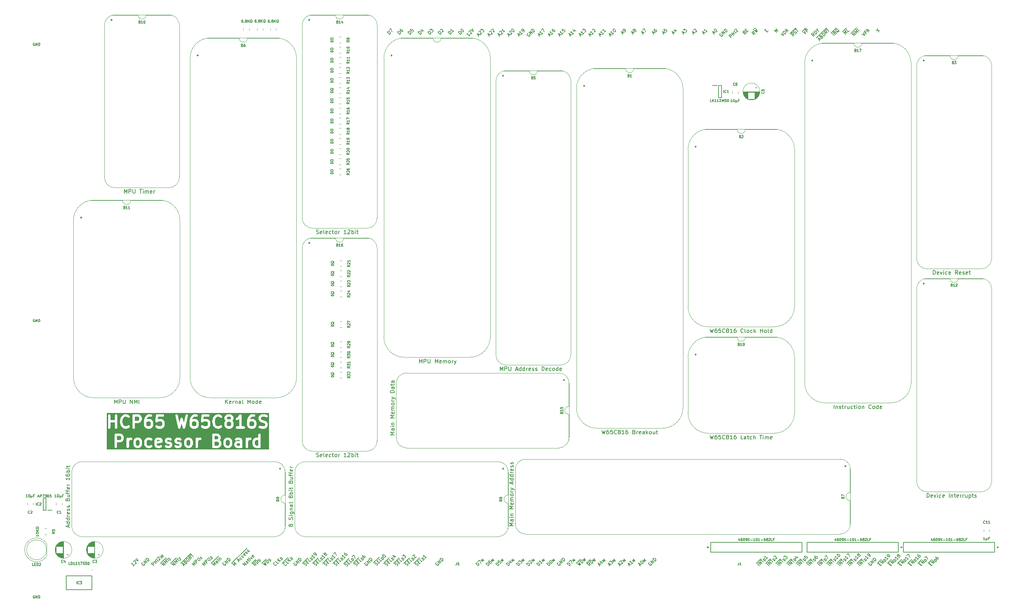
<source format=gto>
%TF.GenerationSoftware,KiCad,Pcbnew,8.0.4*%
%TF.CreationDate,2024-08-15T21:10:45+02:00*%
%TF.ProjectId,Processor Board,50726f63-6573-4736-9f72-20426f617264,rev?*%
%TF.SameCoordinates,PX10f6c60PY1360f00*%
%TF.FileFunction,Legend,Top*%
%TF.FilePolarity,Positive*%
%FSLAX46Y46*%
G04 Gerber Fmt 4.6, Leading zero omitted, Abs format (unit mm)*
G04 Created by KiCad (PCBNEW 8.0.4) date 2024-08-15 21:10:45*
%MOMM*%
%LPD*%
G01*
G04 APERTURE LIST*
%ADD10C,0.200000*%
%ADD11C,0.600000*%
%ADD12C,0.150000*%
%ADD13C,0.120000*%
%ADD14C,0.100000*%
%ADD15C,0.239605*%
%ADD16C,0.254000*%
G04 APERTURE END LIST*
D10*
X133622985Y-1336304D02*
X133892359Y-1066929D01*
X133730734Y-1551803D02*
X133353611Y-797555D01*
X133353611Y-797555D02*
X134107858Y-1174679D01*
X134592731Y-689806D02*
X134269482Y-1013055D01*
X134431106Y-851430D02*
X133865421Y-285745D01*
X133865421Y-285745D02*
X133892358Y-420432D01*
X133892358Y-420432D02*
X133892358Y-528182D01*
X133892358Y-528182D02*
X133865421Y-608994D01*
X134700481Y172191D02*
X135077604Y-204933D01*
X134350294Y253003D02*
X134619668Y-285745D01*
X134619668Y-285745D02*
X134969855Y64441D01*
X106202482Y-1013055D02*
X105636797Y-447369D01*
X105636797Y-447369D02*
X105771484Y-312682D01*
X105771484Y-312682D02*
X105879233Y-258807D01*
X105879233Y-258807D02*
X105986983Y-258807D01*
X105986983Y-258807D02*
X106067795Y-285745D01*
X106067795Y-285745D02*
X106202482Y-366557D01*
X106202482Y-366557D02*
X106283294Y-447369D01*
X106283294Y-447369D02*
X106364107Y-582056D01*
X106364107Y-582056D02*
X106391044Y-662869D01*
X106391044Y-662869D02*
X106391044Y-770618D01*
X106391044Y-770618D02*
X106337169Y-878368D01*
X106337169Y-878368D02*
X106202482Y-1013055D01*
X106310232Y226066D02*
X106364107Y279941D01*
X106364107Y279941D02*
X106444919Y306878D01*
X106444919Y306878D02*
X106498794Y306878D01*
X106498794Y306878D02*
X106579606Y279941D01*
X106579606Y279941D02*
X106714293Y199128D01*
X106714293Y199128D02*
X106848980Y64441D01*
X106848980Y64441D02*
X106929792Y-70246D01*
X106929792Y-70246D02*
X106956729Y-151058D01*
X106956729Y-151058D02*
X106956729Y-204933D01*
X106956729Y-204933D02*
X106929792Y-285745D01*
X106929792Y-285745D02*
X106875917Y-339620D01*
X106875917Y-339620D02*
X106795105Y-366557D01*
X106795105Y-366557D02*
X106741230Y-366557D01*
X106741230Y-366557D02*
X106660418Y-339620D01*
X106660418Y-339620D02*
X106525731Y-258807D01*
X106525731Y-258807D02*
X106391044Y-124120D01*
X106391044Y-124120D02*
X106310232Y10567D01*
X106310232Y10567D02*
X106283294Y91379D01*
X106283294Y91379D02*
X106283294Y145254D01*
X106283294Y145254D02*
X106310232Y226066D01*
X92799268Y-134188690D02*
X92907018Y-134134815D01*
X92907018Y-134134815D02*
X93041705Y-134000128D01*
X93041705Y-134000128D02*
X93068642Y-133919316D01*
X93068642Y-133919316D02*
X93068642Y-133865441D01*
X93068642Y-133865441D02*
X93041705Y-133784629D01*
X93041705Y-133784629D02*
X92987830Y-133730754D01*
X92987830Y-133730754D02*
X92907018Y-133703817D01*
X92907018Y-133703817D02*
X92853143Y-133703817D01*
X92853143Y-133703817D02*
X92772331Y-133730754D01*
X92772331Y-133730754D02*
X92637644Y-133811566D01*
X92637644Y-133811566D02*
X92556832Y-133838504D01*
X92556832Y-133838504D02*
X92502957Y-133838504D01*
X92502957Y-133838504D02*
X92422145Y-133811566D01*
X92422145Y-133811566D02*
X92368270Y-133757691D01*
X92368270Y-133757691D02*
X92341333Y-133676879D01*
X92341333Y-133676879D02*
X92341333Y-133623004D01*
X92341333Y-133623004D02*
X92368270Y-133542192D01*
X92368270Y-133542192D02*
X92502957Y-133407505D01*
X92502957Y-133407505D02*
X92610707Y-133353630D01*
X93095580Y-133353630D02*
X93284142Y-133165068D01*
X93661265Y-133380568D02*
X93391891Y-133649942D01*
X93391891Y-133649942D02*
X92826206Y-133084256D01*
X92826206Y-133084256D02*
X93095580Y-132814882D01*
X94173076Y-132868757D02*
X93903702Y-133138131D01*
X93903702Y-133138131D02*
X93338017Y-132572445D01*
X92052294Y-133544078D02*
X93447652Y-132148720D01*
X94397195Y-132769627D02*
X93944647Y-132317079D01*
X93944647Y-132317079D02*
X94052397Y-132209329D01*
X94052397Y-132209329D02*
X94138596Y-132166229D01*
X94138596Y-132166229D02*
X94224796Y-132166229D01*
X94224796Y-132166229D02*
X94289446Y-132187779D01*
X94289446Y-132187779D02*
X94397195Y-132252429D01*
X94397195Y-132252429D02*
X94461845Y-132317079D01*
X94461845Y-132317079D02*
X94526495Y-132424828D01*
X94526495Y-132424828D02*
X94548045Y-132489478D01*
X94548045Y-132489478D02*
X94548045Y-132575678D01*
X94548045Y-132575678D02*
X94504945Y-132661877D01*
X94504945Y-132661877D02*
X94397195Y-132769627D01*
X94275438Y-131742773D02*
X94275438Y-131688898D01*
X94275438Y-131688898D02*
X94302376Y-131608086D01*
X94302376Y-131608086D02*
X94437063Y-131473399D01*
X94437063Y-131473399D02*
X94517875Y-131446462D01*
X94517875Y-131446462D02*
X94571750Y-131446462D01*
X94571750Y-131446462D02*
X94652562Y-131473399D01*
X94652562Y-131473399D02*
X94706437Y-131527274D01*
X94706437Y-131527274D02*
X94760312Y-131635024D01*
X94760312Y-131635024D02*
X94760312Y-132281521D01*
X94760312Y-132281521D02*
X95110498Y-131931335D01*
X130955985Y-1336304D02*
X131225359Y-1066929D01*
X131063734Y-1551803D02*
X130686611Y-797555D01*
X130686611Y-797555D02*
X131440858Y-1174679D01*
X131925731Y-689806D02*
X131602482Y-1013055D01*
X131764106Y-851430D02*
X131198421Y-285745D01*
X131198421Y-285745D02*
X131225358Y-420432D01*
X131225358Y-420432D02*
X131225358Y-528182D01*
X131225358Y-528182D02*
X131198421Y-608994D01*
X131871856Y387690D02*
X131602482Y118316D01*
X131602482Y118316D02*
X131844919Y-177995D01*
X131844919Y-177995D02*
X131844919Y-124120D01*
X131844919Y-124120D02*
X131871856Y-43308D01*
X131871856Y-43308D02*
X132006543Y91379D01*
X132006543Y91379D02*
X132087355Y118316D01*
X132087355Y118316D02*
X132141230Y118316D01*
X132141230Y118316D02*
X132222042Y91379D01*
X132222042Y91379D02*
X132356729Y-43308D01*
X132356729Y-43308D02*
X132383667Y-124120D01*
X132383667Y-124120D02*
X132383667Y-177995D01*
X132383667Y-177995D02*
X132356729Y-258807D01*
X132356729Y-258807D02*
X132222042Y-393494D01*
X132222042Y-393494D02*
X132141230Y-420432D01*
X132141230Y-420432D02*
X132087355Y-420432D01*
X88422482Y-1013055D02*
X87856797Y-447369D01*
X87856797Y-447369D02*
X87991484Y-312682D01*
X87991484Y-312682D02*
X88099233Y-258807D01*
X88099233Y-258807D02*
X88206983Y-258807D01*
X88206983Y-258807D02*
X88287795Y-285745D01*
X88287795Y-285745D02*
X88422482Y-366557D01*
X88422482Y-366557D02*
X88503294Y-447369D01*
X88503294Y-447369D02*
X88584107Y-582056D01*
X88584107Y-582056D02*
X88611044Y-662869D01*
X88611044Y-662869D02*
X88611044Y-770618D01*
X88611044Y-770618D02*
X88557169Y-878368D01*
X88557169Y-878368D02*
X88422482Y-1013055D01*
X88368607Y64441D02*
X88745731Y441565D01*
X88745731Y441565D02*
X89068980Y-366557D01*
X149274733Y-797555D02*
X149544107Y-528181D01*
X149382482Y-1013055D02*
X149005359Y-258807D01*
X149005359Y-258807D02*
X149759606Y-635931D01*
X149705731Y-43308D02*
X149624919Y-70246D01*
X149624919Y-70246D02*
X149571044Y-70246D01*
X149571044Y-70246D02*
X149490232Y-43308D01*
X149490232Y-43308D02*
X149463294Y-16371D01*
X149463294Y-16371D02*
X149436357Y64441D01*
X149436357Y64441D02*
X149436357Y118316D01*
X149436357Y118316D02*
X149463294Y199128D01*
X149463294Y199128D02*
X149571044Y306878D01*
X149571044Y306878D02*
X149651856Y333815D01*
X149651856Y333815D02*
X149705731Y333815D01*
X149705731Y333815D02*
X149786543Y306878D01*
X149786543Y306878D02*
X149813481Y279941D01*
X149813481Y279941D02*
X149840418Y199128D01*
X149840418Y199128D02*
X149840418Y145254D01*
X149840418Y145254D02*
X149813481Y64441D01*
X149813481Y64441D02*
X149705731Y-43308D01*
X149705731Y-43308D02*
X149678794Y-124120D01*
X149678794Y-124120D02*
X149678794Y-177995D01*
X149678794Y-177995D02*
X149705731Y-258807D01*
X149705731Y-258807D02*
X149813481Y-366557D01*
X149813481Y-366557D02*
X149894293Y-393494D01*
X149894293Y-393494D02*
X149948168Y-393494D01*
X149948168Y-393494D02*
X150028980Y-366557D01*
X150028980Y-366557D02*
X150136729Y-258807D01*
X150136729Y-258807D02*
X150163667Y-177995D01*
X150163667Y-177995D02*
X150163667Y-124120D01*
X150163667Y-124120D02*
X150136729Y-43308D01*
X150136729Y-43308D02*
X150028980Y64441D01*
X150028980Y64441D02*
X149948168Y91379D01*
X149948168Y91379D02*
X149894293Y91379D01*
X149894293Y91379D02*
X149813481Y64441D01*
X100230707Y-133353630D02*
X100149894Y-133380568D01*
X100149894Y-133380568D02*
X100069082Y-133461380D01*
X100069082Y-133461380D02*
X100015207Y-133569130D01*
X100015207Y-133569130D02*
X100015207Y-133676879D01*
X100015207Y-133676879D02*
X100042145Y-133757691D01*
X100042145Y-133757691D02*
X100122957Y-133892378D01*
X100122957Y-133892378D02*
X100203769Y-133973191D01*
X100203769Y-133973191D02*
X100338456Y-134054003D01*
X100338456Y-134054003D02*
X100419268Y-134080940D01*
X100419268Y-134080940D02*
X100527018Y-134080940D01*
X100527018Y-134080940D02*
X100634768Y-134027065D01*
X100634768Y-134027065D02*
X100688642Y-133973191D01*
X100688642Y-133973191D02*
X100742517Y-133865441D01*
X100742517Y-133865441D02*
X100742517Y-133811566D01*
X100742517Y-133811566D02*
X100553955Y-133623004D01*
X100553955Y-133623004D02*
X100446206Y-133730754D01*
X101038829Y-133623004D02*
X100473143Y-133057319D01*
X100473143Y-133057319D02*
X101362077Y-133299756D01*
X101362077Y-133299756D02*
X100796392Y-132734070D01*
X101631451Y-133030382D02*
X101065766Y-132464696D01*
X101065766Y-132464696D02*
X101200453Y-132330009D01*
X101200453Y-132330009D02*
X101308202Y-132276134D01*
X101308202Y-132276134D02*
X101415952Y-132276134D01*
X101415952Y-132276134D02*
X101496764Y-132303072D01*
X101496764Y-132303072D02*
X101631451Y-132383884D01*
X101631451Y-132383884D02*
X101712263Y-132464696D01*
X101712263Y-132464696D02*
X101793076Y-132599383D01*
X101793076Y-132599383D02*
X101820013Y-132680195D01*
X101820013Y-132680195D02*
X101820013Y-132787945D01*
X101820013Y-132787945D02*
X101766138Y-132895695D01*
X101766138Y-132895695D02*
X101631451Y-133030382D01*
X101122482Y-1013055D02*
X100556797Y-447369D01*
X100556797Y-447369D02*
X100691484Y-312682D01*
X100691484Y-312682D02*
X100799233Y-258807D01*
X100799233Y-258807D02*
X100906983Y-258807D01*
X100906983Y-258807D02*
X100987795Y-285745D01*
X100987795Y-285745D02*
X101122482Y-366557D01*
X101122482Y-366557D02*
X101203294Y-447369D01*
X101203294Y-447369D02*
X101284107Y-582056D01*
X101284107Y-582056D02*
X101311044Y-662869D01*
X101311044Y-662869D02*
X101311044Y-770618D01*
X101311044Y-770618D02*
X101257169Y-878368D01*
X101257169Y-878368D02*
X101122482Y-1013055D01*
X101149420Y37504D02*
X101149420Y91379D01*
X101149420Y91379D02*
X101176357Y172191D01*
X101176357Y172191D02*
X101311044Y306878D01*
X101311044Y306878D02*
X101391856Y333815D01*
X101391856Y333815D02*
X101445731Y333815D01*
X101445731Y333815D02*
X101526543Y306878D01*
X101526543Y306878D02*
X101580418Y253003D01*
X101580418Y253003D02*
X101634293Y145254D01*
X101634293Y145254D02*
X101634293Y-501244D01*
X101634293Y-501244D02*
X101984479Y-151058D01*
X98582482Y-1013055D02*
X98016797Y-447369D01*
X98016797Y-447369D02*
X98151484Y-312682D01*
X98151484Y-312682D02*
X98259233Y-258807D01*
X98259233Y-258807D02*
X98366983Y-258807D01*
X98366983Y-258807D02*
X98447795Y-285745D01*
X98447795Y-285745D02*
X98582482Y-366557D01*
X98582482Y-366557D02*
X98663294Y-447369D01*
X98663294Y-447369D02*
X98744107Y-582056D01*
X98744107Y-582056D02*
X98771044Y-662869D01*
X98771044Y-662869D02*
X98771044Y-770618D01*
X98771044Y-770618D02*
X98717169Y-878368D01*
X98717169Y-878368D02*
X98582482Y-1013055D01*
X98528607Y64441D02*
X98878794Y414628D01*
X98878794Y414628D02*
X98905731Y10567D01*
X98905731Y10567D02*
X98986543Y91379D01*
X98986543Y91379D02*
X99067355Y118316D01*
X99067355Y118316D02*
X99121230Y118316D01*
X99121230Y118316D02*
X99202042Y91379D01*
X99202042Y91379D02*
X99336729Y-43308D01*
X99336729Y-43308D02*
X99363667Y-124120D01*
X99363667Y-124120D02*
X99363667Y-177995D01*
X99363667Y-177995D02*
X99336729Y-258807D01*
X99336729Y-258807D02*
X99175105Y-420432D01*
X99175105Y-420432D02*
X99094293Y-447369D01*
X99094293Y-447369D02*
X99040418Y-447369D01*
X138896392Y-133865441D02*
X138438456Y-133784629D01*
X138573143Y-134188690D02*
X138007458Y-133623004D01*
X138007458Y-133623004D02*
X138222957Y-133407505D01*
X138222957Y-133407505D02*
X138303769Y-133380568D01*
X138303769Y-133380568D02*
X138357644Y-133380568D01*
X138357644Y-133380568D02*
X138438456Y-133407505D01*
X138438456Y-133407505D02*
X138519268Y-133488317D01*
X138519268Y-133488317D02*
X138546206Y-133569130D01*
X138546206Y-133569130D02*
X138546206Y-133623004D01*
X138546206Y-133623004D02*
X138519268Y-133703817D01*
X138519268Y-133703817D02*
X138303769Y-133919316D01*
X139138829Y-133623004D02*
X138573143Y-133057319D01*
X138573143Y-133057319D02*
X138707830Y-132922632D01*
X138707830Y-132922632D02*
X138815580Y-132868757D01*
X138815580Y-132868757D02*
X138923329Y-132868757D01*
X138923329Y-132868757D02*
X139004142Y-132895695D01*
X139004142Y-132895695D02*
X139138829Y-132976507D01*
X139138829Y-132976507D02*
X139219641Y-133057319D01*
X139219641Y-133057319D02*
X139300453Y-133192006D01*
X139300453Y-133192006D02*
X139327390Y-133272818D01*
X139327390Y-133272818D02*
X139327390Y-133380568D01*
X139327390Y-133380568D02*
X139273516Y-133488317D01*
X139273516Y-133488317D02*
X139138829Y-133623004D01*
X137772294Y-133544078D02*
X138790528Y-132525844D01*
X139740071Y-133146751D02*
X139287523Y-132694203D01*
X139287523Y-132694203D02*
X139761621Y-132866602D01*
X139761621Y-132866602D02*
X139589222Y-132392504D01*
X139589222Y-132392504D02*
X140041770Y-132845052D01*
X115586143Y-134188690D02*
X115020458Y-133623004D01*
X115020458Y-133623004D02*
X115155145Y-133488317D01*
X115155145Y-133488317D02*
X115262894Y-133434443D01*
X115262894Y-133434443D02*
X115370644Y-133434443D01*
X115370644Y-133434443D02*
X115451456Y-133461380D01*
X115451456Y-133461380D02*
X115586143Y-133542192D01*
X115586143Y-133542192D02*
X115666955Y-133623004D01*
X115666955Y-133623004D02*
X115747768Y-133757691D01*
X115747768Y-133757691D02*
X115774705Y-133838504D01*
X115774705Y-133838504D02*
X115774705Y-133946253D01*
X115774705Y-133946253D02*
X115720830Y-134054003D01*
X115720830Y-134054003D02*
X115586143Y-134188690D01*
X115855517Y-132787945D02*
X115586143Y-133057319D01*
X115586143Y-133057319D02*
X115828580Y-133353630D01*
X115828580Y-133353630D02*
X115828580Y-133299756D01*
X115828580Y-133299756D02*
X115855517Y-133218943D01*
X115855517Y-133218943D02*
X115990204Y-133084256D01*
X115990204Y-133084256D02*
X116071016Y-133057319D01*
X116071016Y-133057319D02*
X116124891Y-133057319D01*
X116124891Y-133057319D02*
X116205703Y-133084256D01*
X116205703Y-133084256D02*
X116340390Y-133218943D01*
X116340390Y-133218943D02*
X116367328Y-133299756D01*
X116367328Y-133299756D02*
X116367328Y-133353630D01*
X116367328Y-133353630D02*
X116340390Y-133434443D01*
X116340390Y-133434443D02*
X116205703Y-133569130D01*
X116205703Y-133569130D02*
X116124891Y-133596067D01*
X116124891Y-133596067D02*
X116071016Y-133596067D01*
X116726134Y-133173688D02*
X116273586Y-132721140D01*
X116273586Y-132721140D02*
X116747684Y-132893539D01*
X116747684Y-132893539D02*
X116575285Y-132419441D01*
X116575285Y-132419441D02*
X117027833Y-132871989D01*
X191151143Y-134188690D02*
X190585458Y-133623004D01*
X191420517Y-133919316D02*
X190854831Y-133353631D01*
X190854831Y-133353631D02*
X191743766Y-133596067D01*
X191743766Y-133596067D02*
X191178080Y-133030382D01*
X191366642Y-132841820D02*
X191689891Y-132518571D01*
X192093952Y-133245881D02*
X191528266Y-132680196D01*
X190350294Y-133544078D02*
X191530152Y-132364220D01*
X192479695Y-132985127D02*
X192027147Y-132532579D01*
X192027147Y-132532579D02*
X192134897Y-132424829D01*
X192134897Y-132424829D02*
X192221096Y-132381729D01*
X192221096Y-132381729D02*
X192307296Y-132381729D01*
X192307296Y-132381729D02*
X192371946Y-132403279D01*
X192371946Y-132403279D02*
X192479695Y-132467929D01*
X192479695Y-132467929D02*
X192544345Y-132532579D01*
X192544345Y-132532579D02*
X192608995Y-132640328D01*
X192608995Y-132640328D02*
X192630545Y-132704978D01*
X192630545Y-132704978D02*
X192630545Y-132791178D01*
X192630545Y-132791178D02*
X192587445Y-132877377D01*
X192587445Y-132877377D02*
X192479695Y-132985127D01*
X192600375Y-131608087D02*
X192331001Y-131877461D01*
X192331001Y-131877461D02*
X192573438Y-132173772D01*
X192573438Y-132173772D02*
X192573438Y-132119898D01*
X192573438Y-132119898D02*
X192600375Y-132039085D01*
X192600375Y-132039085D02*
X192735062Y-131904398D01*
X192735062Y-131904398D02*
X192815874Y-131877461D01*
X192815874Y-131877461D02*
X192869749Y-131877461D01*
X192869749Y-131877461D02*
X192950561Y-131904398D01*
X192950561Y-131904398D02*
X193085248Y-132039085D01*
X193085248Y-132039085D02*
X193112186Y-132119898D01*
X193112186Y-132119898D02*
X193112186Y-132173772D01*
X193112186Y-132173772D02*
X193085248Y-132254585D01*
X193085248Y-132254585D02*
X192950561Y-132389272D01*
X192950561Y-132389272D02*
X192869749Y-132416209D01*
X192869749Y-132416209D02*
X192815874Y-132416209D01*
X153570707Y-133353630D02*
X153489894Y-133380568D01*
X153489894Y-133380568D02*
X153409082Y-133461380D01*
X153409082Y-133461380D02*
X153355207Y-133569130D01*
X153355207Y-133569130D02*
X153355207Y-133676879D01*
X153355207Y-133676879D02*
X153382145Y-133757691D01*
X153382145Y-133757691D02*
X153462957Y-133892378D01*
X153462957Y-133892378D02*
X153543769Y-133973191D01*
X153543769Y-133973191D02*
X153678456Y-134054003D01*
X153678456Y-134054003D02*
X153759268Y-134080940D01*
X153759268Y-134080940D02*
X153867018Y-134080940D01*
X153867018Y-134080940D02*
X153974768Y-134027065D01*
X153974768Y-134027065D02*
X154028642Y-133973191D01*
X154028642Y-133973191D02*
X154082517Y-133865441D01*
X154082517Y-133865441D02*
X154082517Y-133811566D01*
X154082517Y-133811566D02*
X153893955Y-133623004D01*
X153893955Y-133623004D02*
X153786206Y-133730754D01*
X154378829Y-133623004D02*
X153813143Y-133057319D01*
X153813143Y-133057319D02*
X154702077Y-133299756D01*
X154702077Y-133299756D02*
X154136392Y-132734070D01*
X154971451Y-133030382D02*
X154405766Y-132464696D01*
X154405766Y-132464696D02*
X154540453Y-132330009D01*
X154540453Y-132330009D02*
X154648202Y-132276134D01*
X154648202Y-132276134D02*
X154755952Y-132276134D01*
X154755952Y-132276134D02*
X154836764Y-132303072D01*
X154836764Y-132303072D02*
X154971451Y-132383884D01*
X154971451Y-132383884D02*
X155052263Y-132464696D01*
X155052263Y-132464696D02*
X155133076Y-132599383D01*
X155133076Y-132599383D02*
X155160013Y-132680195D01*
X155160013Y-132680195D02*
X155160013Y-132787945D01*
X155160013Y-132787945D02*
X155106138Y-132895695D01*
X155106138Y-132895695D02*
X154971451Y-133030382D01*
X183531143Y-134188690D02*
X182965458Y-133623004D01*
X183800517Y-133919316D02*
X183234831Y-133353631D01*
X183234831Y-133353631D02*
X184123766Y-133596067D01*
X184123766Y-133596067D02*
X183558080Y-133030382D01*
X183746642Y-132841820D02*
X184069891Y-132518571D01*
X184473952Y-133245881D02*
X183908266Y-132680196D01*
X182730294Y-133544078D02*
X183910152Y-132364220D01*
X184859695Y-132985127D02*
X184407147Y-132532579D01*
X184407147Y-132532579D02*
X184514897Y-132424829D01*
X184514897Y-132424829D02*
X184601096Y-132381729D01*
X184601096Y-132381729D02*
X184687296Y-132381729D01*
X184687296Y-132381729D02*
X184751946Y-132403279D01*
X184751946Y-132403279D02*
X184859695Y-132467929D01*
X184859695Y-132467929D02*
X184924345Y-132532579D01*
X184924345Y-132532579D02*
X184988995Y-132640328D01*
X184988995Y-132640328D02*
X185010545Y-132704978D01*
X185010545Y-132704978D02*
X185010545Y-132791178D01*
X185010545Y-132791178D02*
X184967445Y-132877377D01*
X184967445Y-132877377D02*
X184859695Y-132985127D01*
X184737938Y-131958273D02*
X184737938Y-131904398D01*
X184737938Y-131904398D02*
X184764876Y-131823586D01*
X184764876Y-131823586D02*
X184899563Y-131688899D01*
X184899563Y-131688899D02*
X184980375Y-131661962D01*
X184980375Y-131661962D02*
X185034250Y-131661962D01*
X185034250Y-131661962D02*
X185115062Y-131688899D01*
X185115062Y-131688899D02*
X185168937Y-131742774D01*
X185168937Y-131742774D02*
X185222812Y-131850524D01*
X185222812Y-131850524D02*
X185222812Y-132497021D01*
X185222812Y-132497021D02*
X185572998Y-132146835D01*
X154481733Y-797555D02*
X154751107Y-528181D01*
X154589482Y-1013055D02*
X154212359Y-258807D01*
X154212359Y-258807D02*
X154966606Y-635931D01*
X154831919Y360753D02*
X154724169Y253003D01*
X154724169Y253003D02*
X154697232Y172191D01*
X154697232Y172191D02*
X154697232Y118316D01*
X154697232Y118316D02*
X154724169Y-16371D01*
X154724169Y-16371D02*
X154804981Y-151058D01*
X154804981Y-151058D02*
X155020481Y-366557D01*
X155020481Y-366557D02*
X155101293Y-393494D01*
X155101293Y-393494D02*
X155155168Y-393494D01*
X155155168Y-393494D02*
X155235980Y-366557D01*
X155235980Y-366557D02*
X155343729Y-258807D01*
X155343729Y-258807D02*
X155370667Y-177995D01*
X155370667Y-177995D02*
X155370667Y-124120D01*
X155370667Y-124120D02*
X155343729Y-43308D01*
X155343729Y-43308D02*
X155209042Y91379D01*
X155209042Y91379D02*
X155128230Y118316D01*
X155128230Y118316D02*
X155074355Y118316D01*
X155074355Y118316D02*
X154993543Y91379D01*
X154993543Y91379D02*
X154885794Y-16371D01*
X154885794Y-16371D02*
X154858856Y-97183D01*
X154858856Y-97183D02*
X154858856Y-151058D01*
X154858856Y-151058D02*
X154885794Y-231870D01*
X206391143Y-134188690D02*
X205825458Y-133623004D01*
X206660517Y-133919316D02*
X206094831Y-133353631D01*
X206094831Y-133353631D02*
X206983766Y-133596067D01*
X206983766Y-133596067D02*
X206418080Y-133030382D01*
X206606642Y-132841820D02*
X206929891Y-132518571D01*
X207333952Y-133245881D02*
X206768266Y-132680196D01*
X205590294Y-133544078D02*
X206770152Y-132364220D01*
X207719695Y-132985127D02*
X207267147Y-132532579D01*
X207267147Y-132532579D02*
X207374897Y-132424829D01*
X207374897Y-132424829D02*
X207461096Y-132381729D01*
X207461096Y-132381729D02*
X207547296Y-132381729D01*
X207547296Y-132381729D02*
X207611946Y-132403279D01*
X207611946Y-132403279D02*
X207719695Y-132467929D01*
X207719695Y-132467929D02*
X207784345Y-132532579D01*
X207784345Y-132532579D02*
X207848995Y-132640328D01*
X207848995Y-132640328D02*
X207870545Y-132704978D01*
X207870545Y-132704978D02*
X207870545Y-132791178D01*
X207870545Y-132791178D02*
X207827445Y-132877377D01*
X207827445Y-132877377D02*
X207719695Y-132985127D01*
X208432998Y-132146835D02*
X208109749Y-132470084D01*
X208271373Y-132308459D02*
X207705688Y-131742774D01*
X207705688Y-131742774D02*
X207732625Y-131877461D01*
X207732625Y-131877461D02*
X207732625Y-131985211D01*
X207732625Y-131985211D02*
X207705688Y-132066023D01*
X208702372Y-131877461D02*
X208810122Y-131769711D01*
X208810122Y-131769711D02*
X208837059Y-131688899D01*
X208837059Y-131688899D02*
X208837059Y-131635024D01*
X208837059Y-131635024D02*
X208810122Y-131500337D01*
X208810122Y-131500337D02*
X208729309Y-131365650D01*
X208729309Y-131365650D02*
X208513810Y-131150151D01*
X208513810Y-131150151D02*
X208432998Y-131123214D01*
X208432998Y-131123214D02*
X208379123Y-131123214D01*
X208379123Y-131123214D02*
X208298311Y-131150151D01*
X208298311Y-131150151D02*
X208190561Y-131257901D01*
X208190561Y-131257901D02*
X208163624Y-131338713D01*
X208163624Y-131338713D02*
X208163624Y-131392588D01*
X208163624Y-131392588D02*
X208190561Y-131473400D01*
X208190561Y-131473400D02*
X208325248Y-131608087D01*
X208325248Y-131608087D02*
X208406061Y-131635024D01*
X208406061Y-131635024D02*
X208459935Y-131635024D01*
X208459935Y-131635024D02*
X208540748Y-131608087D01*
X208540748Y-131608087D02*
X208648497Y-131500337D01*
X208648497Y-131500337D02*
X208675435Y-131419525D01*
X208675435Y-131419525D02*
X208675435Y-131365650D01*
X208675435Y-131365650D02*
X208648497Y-131284838D01*
X42053143Y-134188690D02*
X41487458Y-133623004D01*
X41487458Y-133623004D02*
X42080081Y-133838504D01*
X42080081Y-133838504D02*
X41864581Y-133245881D01*
X41864581Y-133245881D02*
X42430267Y-133811566D01*
X42699641Y-133542192D02*
X42133956Y-132976507D01*
X42133956Y-132976507D02*
X42349455Y-132761007D01*
X42349455Y-132761007D02*
X42430267Y-132734070D01*
X42430267Y-132734070D02*
X42484142Y-132734070D01*
X42484142Y-132734070D02*
X42564954Y-132761007D01*
X42564954Y-132761007D02*
X42645766Y-132841820D01*
X42645766Y-132841820D02*
X42672704Y-132922632D01*
X42672704Y-132922632D02*
X42672704Y-132976507D01*
X42672704Y-132976507D02*
X42645766Y-133057319D01*
X42645766Y-133057319D02*
X42430267Y-133272818D01*
X42699641Y-132410821D02*
X43157577Y-132868757D01*
X43157577Y-132868757D02*
X43238389Y-132895694D01*
X43238389Y-132895694D02*
X43292264Y-132895694D01*
X43292264Y-132895694D02*
X43373076Y-132868757D01*
X43373076Y-132868757D02*
X43480826Y-132761007D01*
X43480826Y-132761007D02*
X43507763Y-132680195D01*
X43507763Y-132680195D02*
X43507763Y-132626320D01*
X43507763Y-132626320D02*
X43480826Y-132545508D01*
X43480826Y-132545508D02*
X43022890Y-132087572D01*
X43462508Y-132085417D02*
X43462508Y-132042318D01*
X43462508Y-132042318D02*
X43484058Y-131977668D01*
X43484058Y-131977668D02*
X43591808Y-131869918D01*
X43591808Y-131869918D02*
X43656457Y-131848368D01*
X43656457Y-131848368D02*
X43699557Y-131848368D01*
X43699557Y-131848368D02*
X43764207Y-131869918D01*
X43764207Y-131869918D02*
X43807307Y-131913018D01*
X43807307Y-131913018D02*
X43850407Y-131999218D01*
X43850407Y-131999218D02*
X43850407Y-132516416D01*
X43850407Y-132516416D02*
X44130556Y-132236267D01*
X199859234Y-1336303D02*
X199293548Y-770618D01*
X200451856Y-743680D02*
X199993921Y-662868D01*
X200128608Y-1066929D02*
X199562922Y-501244D01*
X199562922Y-501244D02*
X199778421Y-285745D01*
X199778421Y-285745D02*
X199859234Y-258807D01*
X199859234Y-258807D02*
X199913108Y-258807D01*
X199913108Y-258807D02*
X199993921Y-285745D01*
X199993921Y-285745D02*
X200074733Y-366557D01*
X200074733Y-366557D02*
X200101670Y-447369D01*
X200101670Y-447369D02*
X200101670Y-501244D01*
X200101670Y-501244D02*
X200074733Y-582056D01*
X200074733Y-582056D02*
X199859234Y-797555D01*
X201125291Y-177995D02*
X201044479Y-204932D01*
X201044479Y-204932D02*
X200936730Y-204932D01*
X200936730Y-204932D02*
X200775105Y-204932D01*
X200775105Y-204932D02*
X200694293Y-231870D01*
X200694293Y-231870D02*
X200640418Y-285745D01*
X200802043Y-393494D02*
X200721230Y-420432D01*
X200721230Y-420432D02*
X200613481Y-420432D01*
X200613481Y-420432D02*
X200478794Y-339619D01*
X200478794Y-339619D02*
X200290232Y-151058D01*
X200290232Y-151058D02*
X200209420Y-16371D01*
X200209420Y-16371D02*
X200209420Y91379D01*
X200209420Y91379D02*
X200236357Y172191D01*
X200236357Y172191D02*
X200344107Y279941D01*
X200344107Y279941D02*
X200424919Y306878D01*
X200424919Y306878D02*
X200532669Y306878D01*
X200532669Y306878D02*
X200667356Y226066D01*
X200667356Y226066D02*
X200855917Y37504D01*
X200855917Y37504D02*
X200936730Y-97183D01*
X200936730Y-97183D02*
X200936730Y-204932D01*
X200936730Y-204932D02*
X200909792Y-285745D01*
X200909792Y-285745D02*
X200802043Y-393494D01*
X199058385Y-691691D02*
X200372930Y622854D01*
X210288607Y64441D02*
X211231416Y-124120D01*
X210665731Y441565D02*
X210854293Y-501244D01*
X69939268Y-134188690D02*
X70047018Y-134134815D01*
X70047018Y-134134815D02*
X70181705Y-134000128D01*
X70181705Y-134000128D02*
X70208642Y-133919316D01*
X70208642Y-133919316D02*
X70208642Y-133865441D01*
X70208642Y-133865441D02*
X70181705Y-133784629D01*
X70181705Y-133784629D02*
X70127830Y-133730754D01*
X70127830Y-133730754D02*
X70047018Y-133703817D01*
X70047018Y-133703817D02*
X69993143Y-133703817D01*
X69993143Y-133703817D02*
X69912331Y-133730754D01*
X69912331Y-133730754D02*
X69777644Y-133811566D01*
X69777644Y-133811566D02*
X69696832Y-133838504D01*
X69696832Y-133838504D02*
X69642957Y-133838504D01*
X69642957Y-133838504D02*
X69562145Y-133811566D01*
X69562145Y-133811566D02*
X69508270Y-133757691D01*
X69508270Y-133757691D02*
X69481333Y-133676879D01*
X69481333Y-133676879D02*
X69481333Y-133623004D01*
X69481333Y-133623004D02*
X69508270Y-133542192D01*
X69508270Y-133542192D02*
X69642957Y-133407505D01*
X69642957Y-133407505D02*
X69750707Y-133353630D01*
X70235580Y-133353630D02*
X70424142Y-133165068D01*
X70801265Y-133380568D02*
X70531891Y-133649942D01*
X70531891Y-133649942D02*
X69966206Y-133084256D01*
X69966206Y-133084256D02*
X70235580Y-132814882D01*
X71313076Y-132868757D02*
X71043702Y-133138131D01*
X71043702Y-133138131D02*
X70478017Y-132572445D01*
X69192294Y-133544078D02*
X70587652Y-132148720D01*
X71537195Y-132769627D02*
X71084647Y-132317079D01*
X71084647Y-132317079D02*
X71192397Y-132209329D01*
X71192397Y-132209329D02*
X71278596Y-132166229D01*
X71278596Y-132166229D02*
X71364796Y-132166229D01*
X71364796Y-132166229D02*
X71429446Y-132187779D01*
X71429446Y-132187779D02*
X71537195Y-132252429D01*
X71537195Y-132252429D02*
X71601845Y-132317079D01*
X71601845Y-132317079D02*
X71666495Y-132424828D01*
X71666495Y-132424828D02*
X71688045Y-132489478D01*
X71688045Y-132489478D02*
X71688045Y-132575678D01*
X71688045Y-132575678D02*
X71644945Y-132661877D01*
X71644945Y-132661877D02*
X71537195Y-132769627D01*
X72250498Y-131931335D02*
X71927249Y-132254584D01*
X72088873Y-132092959D02*
X71523188Y-131527274D01*
X71523188Y-131527274D02*
X71550125Y-131661961D01*
X71550125Y-131661961D02*
X71550125Y-131769711D01*
X71550125Y-131769711D02*
X71523188Y-131850523D01*
X72250498Y-131284837D02*
X72169686Y-131311775D01*
X72169686Y-131311775D02*
X72115811Y-131311775D01*
X72115811Y-131311775D02*
X72034999Y-131284837D01*
X72034999Y-131284837D02*
X72008061Y-131257900D01*
X72008061Y-131257900D02*
X71981124Y-131177088D01*
X71981124Y-131177088D02*
X71981124Y-131123213D01*
X71981124Y-131123213D02*
X72008061Y-131042401D01*
X72008061Y-131042401D02*
X72115811Y-130934651D01*
X72115811Y-130934651D02*
X72196623Y-130907714D01*
X72196623Y-130907714D02*
X72250498Y-130907714D01*
X72250498Y-130907714D02*
X72331310Y-130934651D01*
X72331310Y-130934651D02*
X72358248Y-130961588D01*
X72358248Y-130961588D02*
X72385185Y-131042401D01*
X72385185Y-131042401D02*
X72385185Y-131096275D01*
X72385185Y-131096275D02*
X72358248Y-131177088D01*
X72358248Y-131177088D02*
X72250498Y-131284837D01*
X72250498Y-131284837D02*
X72223561Y-131365649D01*
X72223561Y-131365649D02*
X72223561Y-131419524D01*
X72223561Y-131419524D02*
X72250498Y-131500336D01*
X72250498Y-131500336D02*
X72358248Y-131608086D01*
X72358248Y-131608086D02*
X72439060Y-131635023D01*
X72439060Y-131635023D02*
X72492935Y-131635023D01*
X72492935Y-131635023D02*
X72573747Y-131608086D01*
X72573747Y-131608086D02*
X72681496Y-131500336D01*
X72681496Y-131500336D02*
X72708434Y-131419524D01*
X72708434Y-131419524D02*
X72708434Y-131365649D01*
X72708434Y-131365649D02*
X72681496Y-131284837D01*
X72681496Y-131284837D02*
X72573747Y-131177088D01*
X72573747Y-131177088D02*
X72492935Y-131150150D01*
X72492935Y-131150150D02*
X72439060Y-131150150D01*
X72439060Y-131150150D02*
X72358248Y-131177088D01*
X161974733Y-797555D02*
X162244107Y-528181D01*
X162082482Y-1013055D02*
X161705359Y-258807D01*
X161705359Y-258807D02*
X162459606Y-635931D01*
X162028607Y64441D02*
X162378794Y414628D01*
X162378794Y414628D02*
X162405731Y10567D01*
X162405731Y10567D02*
X162486543Y91379D01*
X162486543Y91379D02*
X162567355Y118316D01*
X162567355Y118316D02*
X162621230Y118316D01*
X162621230Y118316D02*
X162702042Y91379D01*
X162702042Y91379D02*
X162836729Y-43308D01*
X162836729Y-43308D02*
X162863667Y-124120D01*
X162863667Y-124120D02*
X162863667Y-177995D01*
X162863667Y-177995D02*
X162836729Y-258807D01*
X162836729Y-258807D02*
X162675105Y-420432D01*
X162675105Y-420432D02*
X162594293Y-447369D01*
X162594293Y-447369D02*
X162540418Y-447369D01*
X203851143Y-134188690D02*
X203285458Y-133623004D01*
X204120517Y-133919316D02*
X203554831Y-133353631D01*
X203554831Y-133353631D02*
X204443766Y-133596067D01*
X204443766Y-133596067D02*
X203878080Y-133030382D01*
X204066642Y-132841820D02*
X204389891Y-132518571D01*
X204793952Y-133245881D02*
X204228266Y-132680196D01*
X203050294Y-133544078D02*
X204230152Y-132364220D01*
X205179695Y-132985127D02*
X204727147Y-132532579D01*
X204727147Y-132532579D02*
X204834897Y-132424829D01*
X204834897Y-132424829D02*
X204921096Y-132381729D01*
X204921096Y-132381729D02*
X205007296Y-132381729D01*
X205007296Y-132381729D02*
X205071946Y-132403279D01*
X205071946Y-132403279D02*
X205179695Y-132467929D01*
X205179695Y-132467929D02*
X205244345Y-132532579D01*
X205244345Y-132532579D02*
X205308995Y-132640328D01*
X205308995Y-132640328D02*
X205330545Y-132704978D01*
X205330545Y-132704978D02*
X205330545Y-132791178D01*
X205330545Y-132791178D02*
X205287445Y-132877377D01*
X205287445Y-132877377D02*
X205179695Y-132985127D01*
X205892998Y-132146835D02*
X205569749Y-132470084D01*
X205731373Y-132308459D02*
X205165688Y-131742774D01*
X205165688Y-131742774D02*
X205192625Y-131877461D01*
X205192625Y-131877461D02*
X205192625Y-131985211D01*
X205192625Y-131985211D02*
X205165688Y-132066023D01*
X205892998Y-131500337D02*
X205812186Y-131527275D01*
X205812186Y-131527275D02*
X205758311Y-131527275D01*
X205758311Y-131527275D02*
X205677499Y-131500337D01*
X205677499Y-131500337D02*
X205650561Y-131473400D01*
X205650561Y-131473400D02*
X205623624Y-131392588D01*
X205623624Y-131392588D02*
X205623624Y-131338713D01*
X205623624Y-131338713D02*
X205650561Y-131257901D01*
X205650561Y-131257901D02*
X205758311Y-131150151D01*
X205758311Y-131150151D02*
X205839123Y-131123214D01*
X205839123Y-131123214D02*
X205892998Y-131123214D01*
X205892998Y-131123214D02*
X205973810Y-131150151D01*
X205973810Y-131150151D02*
X206000748Y-131177088D01*
X206000748Y-131177088D02*
X206027685Y-131257901D01*
X206027685Y-131257901D02*
X206027685Y-131311775D01*
X206027685Y-131311775D02*
X206000748Y-131392588D01*
X206000748Y-131392588D02*
X205892998Y-131500337D01*
X205892998Y-131500337D02*
X205866061Y-131581149D01*
X205866061Y-131581149D02*
X205866061Y-131635024D01*
X205866061Y-131635024D02*
X205892998Y-131715836D01*
X205892998Y-131715836D02*
X206000748Y-131823586D01*
X206000748Y-131823586D02*
X206081560Y-131850523D01*
X206081560Y-131850523D02*
X206135435Y-131850523D01*
X206135435Y-131850523D02*
X206216247Y-131823586D01*
X206216247Y-131823586D02*
X206323996Y-131715836D01*
X206323996Y-131715836D02*
X206350934Y-131635024D01*
X206350934Y-131635024D02*
X206350934Y-131581149D01*
X206350934Y-131581149D02*
X206323996Y-131500337D01*
X206323996Y-131500337D02*
X206216247Y-131392588D01*
X206216247Y-131392588D02*
X206135435Y-131365650D01*
X206135435Y-131365650D02*
X206081560Y-131365650D01*
X206081560Y-131365650D02*
X206000748Y-131392588D01*
X189914732Y-1120804D02*
X189456797Y-1039992D01*
X189591484Y-1444053D02*
X189025798Y-878368D01*
X189025798Y-878368D02*
X189241297Y-662869D01*
X189241297Y-662869D02*
X189322110Y-635931D01*
X189322110Y-635931D02*
X189375984Y-635931D01*
X189375984Y-635931D02*
X189456797Y-662869D01*
X189456797Y-662869D02*
X189537609Y-743681D01*
X189537609Y-743681D02*
X189564546Y-824493D01*
X189564546Y-824493D02*
X189564546Y-878368D01*
X189564546Y-878368D02*
X189537609Y-959180D01*
X189537609Y-959180D02*
X189322110Y-1174679D01*
X190103294Y-878368D02*
X190211044Y-824493D01*
X190211044Y-824493D02*
X190345731Y-689806D01*
X190345731Y-689806D02*
X190372668Y-608994D01*
X190372668Y-608994D02*
X190372668Y-555119D01*
X190372668Y-555119D02*
X190345731Y-474307D01*
X190345731Y-474307D02*
X190291856Y-420432D01*
X190291856Y-420432D02*
X190211044Y-393495D01*
X190211044Y-393495D02*
X190157169Y-393495D01*
X190157169Y-393495D02*
X190076357Y-420432D01*
X190076357Y-420432D02*
X189941670Y-501244D01*
X189941670Y-501244D02*
X189860858Y-528182D01*
X189860858Y-528182D02*
X189806983Y-528182D01*
X189806983Y-528182D02*
X189726171Y-501244D01*
X189726171Y-501244D02*
X189672296Y-447369D01*
X189672296Y-447369D02*
X189645358Y-366557D01*
X189645358Y-366557D02*
X189645358Y-312682D01*
X189645358Y-312682D02*
X189672296Y-231870D01*
X189672296Y-231870D02*
X189806983Y-97183D01*
X189806983Y-97183D02*
X189914732Y-43308D01*
X190049420Y145254D02*
X190372668Y468502D01*
X190776729Y-258807D02*
X190211044Y306878D01*
X188790635Y-799441D02*
X190212930Y622854D01*
X67399268Y-134188690D02*
X67507018Y-134134815D01*
X67507018Y-134134815D02*
X67641705Y-134000128D01*
X67641705Y-134000128D02*
X67668642Y-133919316D01*
X67668642Y-133919316D02*
X67668642Y-133865441D01*
X67668642Y-133865441D02*
X67641705Y-133784629D01*
X67641705Y-133784629D02*
X67587830Y-133730754D01*
X67587830Y-133730754D02*
X67507018Y-133703817D01*
X67507018Y-133703817D02*
X67453143Y-133703817D01*
X67453143Y-133703817D02*
X67372331Y-133730754D01*
X67372331Y-133730754D02*
X67237644Y-133811566D01*
X67237644Y-133811566D02*
X67156832Y-133838504D01*
X67156832Y-133838504D02*
X67102957Y-133838504D01*
X67102957Y-133838504D02*
X67022145Y-133811566D01*
X67022145Y-133811566D02*
X66968270Y-133757691D01*
X66968270Y-133757691D02*
X66941333Y-133676879D01*
X66941333Y-133676879D02*
X66941333Y-133623004D01*
X66941333Y-133623004D02*
X66968270Y-133542192D01*
X66968270Y-133542192D02*
X67102957Y-133407505D01*
X67102957Y-133407505D02*
X67210707Y-133353630D01*
X67695580Y-133353630D02*
X67884142Y-133165068D01*
X68261265Y-133380568D02*
X67991891Y-133649942D01*
X67991891Y-133649942D02*
X67426206Y-133084256D01*
X67426206Y-133084256D02*
X67695580Y-132814882D01*
X68773076Y-132868757D02*
X68503702Y-133138131D01*
X68503702Y-133138131D02*
X67938017Y-132572445D01*
X66652294Y-133544078D02*
X68047652Y-132148720D01*
X68997195Y-132769627D02*
X68544647Y-132317079D01*
X68544647Y-132317079D02*
X68652397Y-132209329D01*
X68652397Y-132209329D02*
X68738596Y-132166229D01*
X68738596Y-132166229D02*
X68824796Y-132166229D01*
X68824796Y-132166229D02*
X68889446Y-132187779D01*
X68889446Y-132187779D02*
X68997195Y-132252429D01*
X68997195Y-132252429D02*
X69061845Y-132317079D01*
X69061845Y-132317079D02*
X69126495Y-132424828D01*
X69126495Y-132424828D02*
X69148045Y-132489478D01*
X69148045Y-132489478D02*
X69148045Y-132575678D01*
X69148045Y-132575678D02*
X69104945Y-132661877D01*
X69104945Y-132661877D02*
X68997195Y-132769627D01*
X69710498Y-131931335D02*
X69387249Y-132254584D01*
X69548873Y-132092959D02*
X68983188Y-131527274D01*
X68983188Y-131527274D02*
X69010125Y-131661961D01*
X69010125Y-131661961D02*
X69010125Y-131769711D01*
X69010125Y-131769711D02*
X68983188Y-131850523D01*
X69979872Y-131661961D02*
X70087622Y-131554211D01*
X70087622Y-131554211D02*
X70114559Y-131473399D01*
X70114559Y-131473399D02*
X70114559Y-131419524D01*
X70114559Y-131419524D02*
X70087622Y-131284837D01*
X70087622Y-131284837D02*
X70006809Y-131150150D01*
X70006809Y-131150150D02*
X69791310Y-130934651D01*
X69791310Y-130934651D02*
X69710498Y-130907714D01*
X69710498Y-130907714D02*
X69656623Y-130907714D01*
X69656623Y-130907714D02*
X69575811Y-130934651D01*
X69575811Y-130934651D02*
X69468061Y-131042401D01*
X69468061Y-131042401D02*
X69441124Y-131123213D01*
X69441124Y-131123213D02*
X69441124Y-131177088D01*
X69441124Y-131177088D02*
X69468061Y-131257900D01*
X69468061Y-131257900D02*
X69602748Y-131392587D01*
X69602748Y-131392587D02*
X69683561Y-131419524D01*
X69683561Y-131419524D02*
X69737435Y-131419524D01*
X69737435Y-131419524D02*
X69818248Y-131392587D01*
X69818248Y-131392587D02*
X69925997Y-131284837D01*
X69925997Y-131284837D02*
X69952935Y-131204025D01*
X69952935Y-131204025D02*
X69952935Y-131150150D01*
X69952935Y-131150150D02*
X69925997Y-131069338D01*
X34433143Y-134188690D02*
X33867458Y-133623004D01*
X33867458Y-133623004D02*
X34756392Y-133865441D01*
X34756392Y-133865441D02*
X34190707Y-133299756D01*
X35025766Y-133596067D02*
X34460080Y-133030382D01*
X34460080Y-133030382D02*
X35052703Y-133245881D01*
X35052703Y-133245881D02*
X34837204Y-132653258D01*
X34837204Y-132653258D02*
X35402889Y-133218943D01*
X35672264Y-132949569D02*
X35106578Y-132383884D01*
X33632294Y-133544078D02*
X35027651Y-132148721D01*
X35546196Y-132381729D02*
X35546196Y-132338629D01*
X35546196Y-132338629D02*
X35567746Y-132273980D01*
X35567746Y-132273980D02*
X35675496Y-132166230D01*
X35675496Y-132166230D02*
X35740146Y-132144680D01*
X35740146Y-132144680D02*
X35783245Y-132144680D01*
X35783245Y-132144680D02*
X35847895Y-132166230D01*
X35847895Y-132166230D02*
X35890995Y-132209330D01*
X35890995Y-132209330D02*
X35934095Y-132295529D01*
X35934095Y-132295529D02*
X35934095Y-132812728D01*
X35934095Y-132812728D02*
X36214244Y-132532579D01*
X164514733Y-797555D02*
X164784107Y-528181D01*
X164622482Y-1013055D02*
X164245359Y-258807D01*
X164245359Y-258807D02*
X164999606Y-635931D01*
X164649420Y37504D02*
X164649420Y91379D01*
X164649420Y91379D02*
X164676357Y172191D01*
X164676357Y172191D02*
X164811044Y306878D01*
X164811044Y306878D02*
X164891856Y333815D01*
X164891856Y333815D02*
X164945731Y333815D01*
X164945731Y333815D02*
X165026543Y306878D01*
X165026543Y306878D02*
X165080418Y253003D01*
X165080418Y253003D02*
X165134293Y145254D01*
X165134293Y145254D02*
X165134293Y-501244D01*
X165134293Y-501244D02*
X165484479Y-151058D01*
X195040921Y-1201616D02*
X194582985Y-1120804D01*
X194717672Y-1524865D02*
X194151986Y-959180D01*
X194151986Y-959180D02*
X194367486Y-743680D01*
X194367486Y-743680D02*
X194448298Y-716743D01*
X194448298Y-716743D02*
X194502173Y-716743D01*
X194502173Y-716743D02*
X194582985Y-743680D01*
X194582985Y-743680D02*
X194663797Y-824493D01*
X194663797Y-824493D02*
X194690734Y-905305D01*
X194690734Y-905305D02*
X194690734Y-959180D01*
X194690734Y-959180D02*
X194663797Y-1039992D01*
X194663797Y-1039992D02*
X194448298Y-1255491D01*
X195283357Y-959180D02*
X194717672Y-393494D01*
X194717672Y-393494D02*
X194852359Y-258807D01*
X194852359Y-258807D02*
X194960108Y-204932D01*
X194960108Y-204932D02*
X195067858Y-204932D01*
X195067858Y-204932D02*
X195148670Y-231870D01*
X195148670Y-231870D02*
X195283357Y-312682D01*
X195283357Y-312682D02*
X195364169Y-393494D01*
X195364169Y-393494D02*
X195444982Y-528181D01*
X195444982Y-528181D02*
X195471919Y-608993D01*
X195471919Y-608993D02*
X195471919Y-716743D01*
X195471919Y-716743D02*
X195418044Y-824493D01*
X195418044Y-824493D02*
X195283357Y-959180D01*
X195687418Y-16371D02*
X195956792Y-285745D01*
X195202545Y91379D02*
X195687418Y-16371D01*
X195687418Y-16371D02*
X195579669Y468503D01*
X143655985Y-1336304D02*
X143925359Y-1066929D01*
X143763734Y-1551803D02*
X143386611Y-797555D01*
X143386611Y-797555D02*
X144140858Y-1174679D01*
X144625731Y-689806D02*
X144302482Y-1013055D01*
X144464106Y-851430D02*
X143898421Y-285745D01*
X143898421Y-285745D02*
X143925358Y-420432D01*
X143925358Y-420432D02*
X143925358Y-528182D01*
X143925358Y-528182D02*
X143898421Y-608994D01*
X144410232Y226066D02*
X144464107Y279941D01*
X144464107Y279941D02*
X144544919Y306878D01*
X144544919Y306878D02*
X144598794Y306878D01*
X144598794Y306878D02*
X144679606Y279941D01*
X144679606Y279941D02*
X144814293Y199128D01*
X144814293Y199128D02*
X144948980Y64441D01*
X144948980Y64441D02*
X145029792Y-70246D01*
X145029792Y-70246D02*
X145056729Y-151058D01*
X145056729Y-151058D02*
X145056729Y-204933D01*
X145056729Y-204933D02*
X145029792Y-285745D01*
X145029792Y-285745D02*
X144975917Y-339620D01*
X144975917Y-339620D02*
X144895105Y-366557D01*
X144895105Y-366557D02*
X144841230Y-366557D01*
X144841230Y-366557D02*
X144760418Y-339620D01*
X144760418Y-339620D02*
X144625731Y-258807D01*
X144625731Y-258807D02*
X144491044Y-124120D01*
X144491044Y-124120D02*
X144410232Y10567D01*
X144410232Y10567D02*
X144383294Y91379D01*
X144383294Y91379D02*
X144383294Y145254D01*
X144383294Y145254D02*
X144410232Y226066D01*
X39513143Y-134188690D02*
X38947458Y-133623004D01*
X38947458Y-133623004D02*
X39540081Y-133838504D01*
X39540081Y-133838504D02*
X39324581Y-133245881D01*
X39324581Y-133245881D02*
X39890267Y-133811566D01*
X40159641Y-133542192D02*
X39593956Y-132976507D01*
X39593956Y-132976507D02*
X39809455Y-132761007D01*
X39809455Y-132761007D02*
X39890267Y-132734070D01*
X39890267Y-132734070D02*
X39944142Y-132734070D01*
X39944142Y-132734070D02*
X40024954Y-132761007D01*
X40024954Y-132761007D02*
X40105766Y-132841820D01*
X40105766Y-132841820D02*
X40132704Y-132922632D01*
X40132704Y-132922632D02*
X40132704Y-132976507D01*
X40132704Y-132976507D02*
X40105766Y-133057319D01*
X40105766Y-133057319D02*
X39890267Y-133272818D01*
X40159641Y-132410821D02*
X40617577Y-132868757D01*
X40617577Y-132868757D02*
X40698389Y-132895694D01*
X40698389Y-132895694D02*
X40752264Y-132895694D01*
X40752264Y-132895694D02*
X40833076Y-132868757D01*
X40833076Y-132868757D02*
X40940826Y-132761007D01*
X40940826Y-132761007D02*
X40967763Y-132680195D01*
X40967763Y-132680195D02*
X40967763Y-132626320D01*
X40967763Y-132626320D02*
X40940826Y-132545508D01*
X40940826Y-132545508D02*
X40482890Y-132087572D01*
X41590556Y-132236267D02*
X41331957Y-132494866D01*
X41461256Y-132365566D02*
X41008708Y-131913018D01*
X41008708Y-131913018D02*
X41030258Y-132020768D01*
X41030258Y-132020768D02*
X41030258Y-132106967D01*
X41030258Y-132106967D02*
X41008708Y-132171617D01*
X138575985Y-1336304D02*
X138845359Y-1066929D01*
X138683734Y-1551803D02*
X138306611Y-797555D01*
X138306611Y-797555D02*
X139060858Y-1174679D01*
X139545731Y-689806D02*
X139222482Y-1013055D01*
X139384106Y-851430D02*
X138818421Y-285745D01*
X138818421Y-285745D02*
X138845358Y-420432D01*
X138845358Y-420432D02*
X138845358Y-528182D01*
X138845358Y-528182D02*
X138818421Y-608994D01*
X139249420Y37504D02*
X139249420Y91379D01*
X139249420Y91379D02*
X139276357Y172191D01*
X139276357Y172191D02*
X139411044Y306878D01*
X139411044Y306878D02*
X139491856Y333815D01*
X139491856Y333815D02*
X139545731Y333815D01*
X139545731Y333815D02*
X139626543Y306878D01*
X139626543Y306878D02*
X139680418Y253003D01*
X139680418Y253003D02*
X139734293Y145254D01*
X139734293Y145254D02*
X139734293Y-501244D01*
X139734293Y-501244D02*
X140084479Y-151058D01*
X49673143Y-134188690D02*
X49107458Y-133623004D01*
X49107458Y-133623004D02*
X49700081Y-133838504D01*
X49700081Y-133838504D02*
X49484581Y-133245881D01*
X49484581Y-133245881D02*
X50050267Y-133811566D01*
X50562078Y-132976506D02*
X50831452Y-132707132D01*
X50669827Y-133192006D02*
X50292704Y-132437758D01*
X50292704Y-132437758D02*
X51046951Y-132814882D01*
X51451012Y-132356946D02*
X51424074Y-132437759D01*
X51424074Y-132437759D02*
X51316325Y-132545508D01*
X51316325Y-132545508D02*
X51235513Y-132572446D01*
X51235513Y-132572446D02*
X51181638Y-132572446D01*
X51181638Y-132572446D02*
X51100826Y-132545508D01*
X51100826Y-132545508D02*
X50939201Y-132383884D01*
X50939201Y-132383884D02*
X50912264Y-132303072D01*
X50912264Y-132303072D02*
X50912264Y-132249197D01*
X50912264Y-132249197D02*
X50939201Y-132168385D01*
X50939201Y-132168385D02*
X51046951Y-132060635D01*
X51046951Y-132060635D02*
X51127763Y-132033698D01*
X51935885Y-131872073D02*
X51908947Y-131952886D01*
X51908947Y-131952886D02*
X51801198Y-132060635D01*
X51801198Y-132060635D02*
X51720386Y-132087573D01*
X51720386Y-132087573D02*
X51666511Y-132087573D01*
X51666511Y-132087573D02*
X51585699Y-132060635D01*
X51585699Y-132060635D02*
X51424074Y-131899011D01*
X51424074Y-131899011D02*
X51397137Y-131818199D01*
X51397137Y-131818199D02*
X51397137Y-131764324D01*
X51397137Y-131764324D02*
X51424074Y-131683512D01*
X51424074Y-131683512D02*
X51531824Y-131575762D01*
X51531824Y-131575762D02*
X51612636Y-131548825D01*
X52393820Y-131414138D02*
X52366883Y-131494950D01*
X52366883Y-131494950D02*
X52259133Y-131602700D01*
X52259133Y-131602700D02*
X52178321Y-131629637D01*
X52178321Y-131629637D02*
X52097509Y-131602700D01*
X52097509Y-131602700D02*
X51882010Y-131387200D01*
X51882010Y-131387200D02*
X51855072Y-131306388D01*
X51855072Y-131306388D02*
X51882010Y-131225576D01*
X51882010Y-131225576D02*
X51989759Y-131117826D01*
X51989759Y-131117826D02*
X52070572Y-131090889D01*
X52070572Y-131090889D02*
X52151384Y-131117826D01*
X52151384Y-131117826D02*
X52205259Y-131171701D01*
X52205259Y-131171701D02*
X51989759Y-131494950D01*
X52636257Y-131171701D02*
X52717069Y-131144764D01*
X52717069Y-131144764D02*
X52824819Y-131037014D01*
X52824819Y-131037014D02*
X52851756Y-130956202D01*
X52851756Y-130956202D02*
X52824819Y-130875390D01*
X52824819Y-130875390D02*
X52797881Y-130848452D01*
X52797881Y-130848452D02*
X52717069Y-130821515D01*
X52717069Y-130821515D02*
X52636257Y-130848452D01*
X52636257Y-130848452D02*
X52555445Y-130929265D01*
X52555445Y-130929265D02*
X52474632Y-130956202D01*
X52474632Y-130956202D02*
X52393820Y-130929265D01*
X52393820Y-130929265D02*
X52366883Y-130902327D01*
X52366883Y-130902327D02*
X52339945Y-130821515D01*
X52339945Y-130821515D02*
X52366883Y-130740703D01*
X52366883Y-130740703D02*
X52447695Y-130659891D01*
X52447695Y-130659891D02*
X52528507Y-130632953D01*
X53094193Y-130713766D02*
X53175005Y-130686828D01*
X53175005Y-130686828D02*
X53282754Y-130579079D01*
X53282754Y-130579079D02*
X53309692Y-130498266D01*
X53309692Y-130498266D02*
X53282754Y-130417454D01*
X53282754Y-130417454D02*
X53255817Y-130390517D01*
X53255817Y-130390517D02*
X53175005Y-130363579D01*
X53175005Y-130363579D02*
X53094193Y-130390517D01*
X53094193Y-130390517D02*
X53013380Y-130471329D01*
X53013380Y-130471329D02*
X52932568Y-130498266D01*
X52932568Y-130498266D02*
X52851756Y-130471329D01*
X52851756Y-130471329D02*
X52824819Y-130444392D01*
X52824819Y-130444392D02*
X52797881Y-130363579D01*
X52797881Y-130363579D02*
X52824819Y-130282767D01*
X52824819Y-130282767D02*
X52905631Y-130201955D01*
X52905631Y-130201955D02*
X52986443Y-130175017D01*
X48872294Y-133544078D02*
X52692017Y-129724355D01*
X196358143Y-134188690D02*
X195792458Y-133623004D01*
X196627517Y-133919316D02*
X196061831Y-133353631D01*
X196061831Y-133353631D02*
X196950766Y-133596067D01*
X196950766Y-133596067D02*
X196385080Y-133030382D01*
X196573642Y-132841820D02*
X196896891Y-132518571D01*
X197300952Y-133245881D02*
X196735266Y-132680196D01*
X195557294Y-133544078D02*
X196737152Y-132364220D01*
X197686695Y-132985127D02*
X197234147Y-132532579D01*
X197234147Y-132532579D02*
X197341897Y-132424829D01*
X197341897Y-132424829D02*
X197428096Y-132381729D01*
X197428096Y-132381729D02*
X197514296Y-132381729D01*
X197514296Y-132381729D02*
X197578946Y-132403279D01*
X197578946Y-132403279D02*
X197686695Y-132467929D01*
X197686695Y-132467929D02*
X197751345Y-132532579D01*
X197751345Y-132532579D02*
X197815995Y-132640328D01*
X197815995Y-132640328D02*
X197837545Y-132704978D01*
X197837545Y-132704978D02*
X197837545Y-132791178D01*
X197837545Y-132791178D02*
X197794445Y-132877377D01*
X197794445Y-132877377D02*
X197686695Y-132985127D01*
X197484126Y-131931336D02*
X197861250Y-131554212D01*
X197861250Y-131554212D02*
X198184499Y-132362334D01*
X141115985Y-1336304D02*
X141385359Y-1066929D01*
X141223734Y-1551803D02*
X140846611Y-797555D01*
X140846611Y-797555D02*
X141600858Y-1174679D01*
X142085731Y-689806D02*
X141762482Y-1013055D01*
X141924106Y-851430D02*
X141358421Y-285745D01*
X141358421Y-285745D02*
X141385358Y-420432D01*
X141385358Y-420432D02*
X141385358Y-528182D01*
X141385358Y-528182D02*
X141358421Y-608994D01*
X142624479Y-151058D02*
X142301230Y-474307D01*
X142462855Y-312682D02*
X141897169Y253003D01*
X141897169Y253003D02*
X141924107Y118316D01*
X141924107Y118316D02*
X141924107Y10567D01*
X141924107Y10567D02*
X141897169Y-70246D01*
X202722482Y-1013055D02*
X202156797Y-447369D01*
X202156797Y-447369D02*
X202749420Y-662869D01*
X202749420Y-662869D02*
X202533920Y-70246D01*
X202533920Y-70246D02*
X203099606Y-635931D01*
X203638354Y-97183D02*
X203368980Y-366557D01*
X203368980Y-366557D02*
X202803295Y199129D01*
X201921633Y-368443D02*
X202912930Y622854D01*
X191969860Y-474306D02*
X192724107Y-851430D01*
X192724107Y-851430D02*
X192346983Y-97183D01*
X193101230Y-474307D02*
X192535545Y91379D01*
X192535545Y91379D02*
X192751044Y306878D01*
X192751044Y306878D02*
X192831856Y333816D01*
X192831856Y333816D02*
X192885731Y333816D01*
X192885731Y333816D02*
X192966543Y306878D01*
X192966543Y306878D02*
X193047355Y226066D01*
X193047355Y226066D02*
X193074293Y145254D01*
X193074293Y145254D02*
X193074293Y91379D01*
X193074293Y91379D02*
X193047355Y10567D01*
X193047355Y10567D02*
X192831856Y-204933D01*
X191815508Y-314568D02*
X192752930Y622854D01*
X218794832Y-133892378D02*
X218983394Y-133703817D01*
X219360517Y-133919316D02*
X219091143Y-134188690D01*
X219091143Y-134188690D02*
X218525458Y-133623004D01*
X218525458Y-133623004D02*
X218794832Y-133353630D01*
X219602954Y-133676879D02*
X219037269Y-133111193D01*
X219037269Y-133111193D02*
X219926203Y-133353630D01*
X219926203Y-133353630D02*
X219360518Y-132787945D01*
X218290294Y-133544078D02*
X219281591Y-132552781D01*
X220231134Y-133173688D02*
X219778586Y-132721140D01*
X219778586Y-132721140D02*
X219886335Y-132613390D01*
X219886335Y-132613390D02*
X219972535Y-132570291D01*
X219972535Y-132570291D02*
X220058735Y-132570291D01*
X220058735Y-132570291D02*
X220123385Y-132591840D01*
X220123385Y-132591840D02*
X220231134Y-132656490D01*
X220231134Y-132656490D02*
X220295784Y-132721140D01*
X220295784Y-132721140D02*
X220360434Y-132828890D01*
X220360434Y-132828890D02*
X220381984Y-132893539D01*
X220381984Y-132893539D02*
X220381984Y-132979739D01*
X220381984Y-132979739D02*
X220338884Y-133065939D01*
X220338884Y-133065939D02*
X220231134Y-133173688D01*
X220944437Y-132335396D02*
X220621188Y-132658645D01*
X220782812Y-132497021D02*
X220217127Y-131931335D01*
X220217127Y-131931335D02*
X220244064Y-132066022D01*
X220244064Y-132066022D02*
X220244064Y-132173772D01*
X220244064Y-132173772D02*
X220217127Y-132254584D01*
X220863625Y-131284838D02*
X220755875Y-131392587D01*
X220755875Y-131392587D02*
X220728937Y-131473399D01*
X220728937Y-131473399D02*
X220728937Y-131527274D01*
X220728937Y-131527274D02*
X220755875Y-131661961D01*
X220755875Y-131661961D02*
X220836687Y-131796648D01*
X220836687Y-131796648D02*
X221052186Y-132012147D01*
X221052186Y-132012147D02*
X221132999Y-132039085D01*
X221132999Y-132039085D02*
X221186873Y-132039085D01*
X221186873Y-132039085D02*
X221267686Y-132012147D01*
X221267686Y-132012147D02*
X221375435Y-131904398D01*
X221375435Y-131904398D02*
X221402373Y-131823586D01*
X221402373Y-131823586D02*
X221402373Y-131769711D01*
X221402373Y-131769711D02*
X221375435Y-131688899D01*
X221375435Y-131688899D02*
X221240748Y-131554212D01*
X221240748Y-131554212D02*
X221159936Y-131527274D01*
X221159936Y-131527274D02*
X221106061Y-131527274D01*
X221106061Y-131527274D02*
X221025249Y-131554212D01*
X221025249Y-131554212D02*
X220917499Y-131661961D01*
X220917499Y-131661961D02*
X220890562Y-131742773D01*
X220890562Y-131742773D02*
X220890562Y-131796648D01*
X220890562Y-131796648D02*
X220917499Y-131877460D01*
X185400418Y-555119D02*
X184834732Y10566D01*
X184834732Y10566D02*
X185427355Y-204933D01*
X185427355Y-204933D02*
X185211856Y387690D01*
X185211856Y387690D02*
X185777542Y-177995D01*
X216254832Y-133892378D02*
X216443394Y-133703817D01*
X216820517Y-133919316D02*
X216551143Y-134188690D01*
X216551143Y-134188690D02*
X215985458Y-133623004D01*
X215985458Y-133623004D02*
X216254832Y-133353630D01*
X217062954Y-133676879D02*
X216497269Y-133111193D01*
X216497269Y-133111193D02*
X217386203Y-133353630D01*
X217386203Y-133353630D02*
X216820518Y-132787945D01*
X215750294Y-133544078D02*
X216741591Y-132552781D01*
X217691134Y-133173688D02*
X217238586Y-132721140D01*
X217238586Y-132721140D02*
X217346335Y-132613390D01*
X217346335Y-132613390D02*
X217432535Y-132570291D01*
X217432535Y-132570291D02*
X217518735Y-132570291D01*
X217518735Y-132570291D02*
X217583385Y-132591840D01*
X217583385Y-132591840D02*
X217691134Y-132656490D01*
X217691134Y-132656490D02*
X217755784Y-132721140D01*
X217755784Y-132721140D02*
X217820434Y-132828890D01*
X217820434Y-132828890D02*
X217841984Y-132893539D01*
X217841984Y-132893539D02*
X217841984Y-132979739D01*
X217841984Y-132979739D02*
X217798884Y-133065939D01*
X217798884Y-133065939D02*
X217691134Y-133173688D01*
X218404437Y-132335396D02*
X218081188Y-132658645D01*
X218242812Y-132497021D02*
X217677127Y-131931335D01*
X217677127Y-131931335D02*
X217704064Y-132066022D01*
X217704064Y-132066022D02*
X217704064Y-132173772D01*
X217704064Y-132173772D02*
X217677127Y-132254584D01*
X218027313Y-131581149D02*
X218404437Y-131204025D01*
X218404437Y-131204025D02*
X218727686Y-132012147D01*
X221334832Y-133892378D02*
X221523394Y-133703817D01*
X221900517Y-133919316D02*
X221631143Y-134188690D01*
X221631143Y-134188690D02*
X221065458Y-133623004D01*
X221065458Y-133623004D02*
X221334832Y-133353630D01*
X222142954Y-133676879D02*
X221577269Y-133111193D01*
X221577269Y-133111193D02*
X222466203Y-133353630D01*
X222466203Y-133353630D02*
X221900518Y-132787945D01*
X220830294Y-133544078D02*
X221821591Y-132552781D01*
X222771134Y-133173688D02*
X222318586Y-132721140D01*
X222318586Y-132721140D02*
X222426335Y-132613390D01*
X222426335Y-132613390D02*
X222512535Y-132570291D01*
X222512535Y-132570291D02*
X222598735Y-132570291D01*
X222598735Y-132570291D02*
X222663385Y-132591840D01*
X222663385Y-132591840D02*
X222771134Y-132656490D01*
X222771134Y-132656490D02*
X222835784Y-132721140D01*
X222835784Y-132721140D02*
X222900434Y-132828890D01*
X222900434Y-132828890D02*
X222921984Y-132893539D01*
X222921984Y-132893539D02*
X222921984Y-132979739D01*
X222921984Y-132979739D02*
X222878884Y-133065939D01*
X222878884Y-133065939D02*
X222771134Y-133173688D01*
X222568565Y-132119897D02*
X222945689Y-131742774D01*
X222945689Y-131742774D02*
X223268937Y-132550896D01*
X90962482Y-1013055D02*
X90396797Y-447369D01*
X90396797Y-447369D02*
X90531484Y-312682D01*
X90531484Y-312682D02*
X90639233Y-258807D01*
X90639233Y-258807D02*
X90746983Y-258807D01*
X90746983Y-258807D02*
X90827795Y-285745D01*
X90827795Y-285745D02*
X90962482Y-366557D01*
X90962482Y-366557D02*
X91043294Y-447369D01*
X91043294Y-447369D02*
X91124107Y-582056D01*
X91124107Y-582056D02*
X91151044Y-662869D01*
X91151044Y-662869D02*
X91151044Y-770618D01*
X91151044Y-770618D02*
X91097169Y-878368D01*
X91097169Y-878368D02*
X90962482Y-1013055D01*
X91204919Y360753D02*
X91097169Y253003D01*
X91097169Y253003D02*
X91070232Y172191D01*
X91070232Y172191D02*
X91070232Y118316D01*
X91070232Y118316D02*
X91097169Y-16371D01*
X91097169Y-16371D02*
X91177981Y-151058D01*
X91177981Y-151058D02*
X91393481Y-366557D01*
X91393481Y-366557D02*
X91474293Y-393494D01*
X91474293Y-393494D02*
X91528168Y-393494D01*
X91528168Y-393494D02*
X91608980Y-366557D01*
X91608980Y-366557D02*
X91716729Y-258807D01*
X91716729Y-258807D02*
X91743667Y-177995D01*
X91743667Y-177995D02*
X91743667Y-124120D01*
X91743667Y-124120D02*
X91716729Y-43308D01*
X91716729Y-43308D02*
X91582042Y91379D01*
X91582042Y91379D02*
X91501230Y118316D01*
X91501230Y118316D02*
X91447355Y118316D01*
X91447355Y118316D02*
X91366543Y91379D01*
X91366543Y91379D02*
X91258794Y-16371D01*
X91258794Y-16371D02*
X91231856Y-97183D01*
X91231856Y-97183D02*
X91231856Y-151058D01*
X91231856Y-151058D02*
X91258794Y-231870D01*
X171380486Y-797555D02*
X171299673Y-824493D01*
X171299673Y-824493D02*
X171218861Y-905305D01*
X171218861Y-905305D02*
X171164986Y-1013054D01*
X171164986Y-1013054D02*
X171164986Y-1120804D01*
X171164986Y-1120804D02*
X171191924Y-1201616D01*
X171191924Y-1201616D02*
X171272736Y-1336303D01*
X171272736Y-1336303D02*
X171353548Y-1417115D01*
X171353548Y-1417115D02*
X171488235Y-1497928D01*
X171488235Y-1497928D02*
X171569047Y-1524865D01*
X171569047Y-1524865D02*
X171676797Y-1524865D01*
X171676797Y-1524865D02*
X171784547Y-1470990D01*
X171784547Y-1470990D02*
X171838421Y-1417115D01*
X171838421Y-1417115D02*
X171892296Y-1309366D01*
X171892296Y-1309366D02*
X171892296Y-1255491D01*
X171892296Y-1255491D02*
X171703734Y-1066929D01*
X171703734Y-1066929D02*
X171595985Y-1174679D01*
X172188608Y-1066929D02*
X171622922Y-501244D01*
X171622922Y-501244D02*
X172511856Y-743680D01*
X172511856Y-743680D02*
X171946171Y-177995D01*
X172781230Y-474307D02*
X172215545Y91379D01*
X172215545Y91379D02*
X172350232Y226066D01*
X172350232Y226066D02*
X172457981Y279941D01*
X172457981Y279941D02*
X172565731Y279941D01*
X172565731Y279941D02*
X172646543Y253003D01*
X172646543Y253003D02*
X172781230Y172191D01*
X172781230Y172191D02*
X172862043Y91379D01*
X172862043Y91379D02*
X172942855Y-43308D01*
X172942855Y-43308D02*
X172969792Y-124120D01*
X172969792Y-124120D02*
X172969792Y-231870D01*
X172969792Y-231870D02*
X172915917Y-339620D01*
X172915917Y-339620D02*
X172781230Y-474307D01*
X196045489Y-2413799D02*
X196314863Y-2144425D01*
X196153238Y-2629298D02*
X195776115Y-1875051D01*
X195776115Y-1875051D02*
X196530362Y-2252175D01*
X196611174Y-1578740D02*
X196718924Y-1524865D01*
X196718924Y-1524865D02*
X196772798Y-1524865D01*
X196772798Y-1524865D02*
X196853611Y-1551803D01*
X196853611Y-1551803D02*
X196934423Y-1632615D01*
X196934423Y-1632615D02*
X196961360Y-1713427D01*
X196961360Y-1713427D02*
X196961360Y-1767302D01*
X196961360Y-1767302D02*
X196934423Y-1848114D01*
X196934423Y-1848114D02*
X196718924Y-2063613D01*
X196718924Y-2063613D02*
X196153238Y-1497928D01*
X196153238Y-1497928D02*
X196341800Y-1309366D01*
X196341800Y-1309366D02*
X196422612Y-1282429D01*
X196422612Y-1282429D02*
X196476487Y-1282429D01*
X196476487Y-1282429D02*
X196557299Y-1309366D01*
X196557299Y-1309366D02*
X196611174Y-1363241D01*
X196611174Y-1363241D02*
X196638111Y-1444053D01*
X196638111Y-1444053D02*
X196638111Y-1497928D01*
X196638111Y-1497928D02*
X196611174Y-1578740D01*
X196611174Y-1578740D02*
X196422612Y-1767302D01*
X196826673Y-824493D02*
X196934423Y-716743D01*
X196934423Y-716743D02*
X197015235Y-689806D01*
X197015235Y-689806D02*
X197122985Y-689806D01*
X197122985Y-689806D02*
X197257672Y-770618D01*
X197257672Y-770618D02*
X197446233Y-959180D01*
X197446233Y-959180D02*
X197527046Y-1093867D01*
X197527046Y-1093867D02*
X197527046Y-1201616D01*
X197527046Y-1201616D02*
X197500108Y-1282429D01*
X197500108Y-1282429D02*
X197392359Y-1390178D01*
X197392359Y-1390178D02*
X197311546Y-1417116D01*
X197311546Y-1417116D02*
X197203797Y-1417116D01*
X197203797Y-1417116D02*
X197069110Y-1336303D01*
X197069110Y-1336303D02*
X196880548Y-1147742D01*
X196880548Y-1147742D02*
X196799736Y-1013055D01*
X196799736Y-1013055D02*
X196799736Y-905305D01*
X196799736Y-905305D02*
X196826673Y-824493D01*
X198200481Y-582056D02*
X197742545Y-501244D01*
X197877232Y-905305D02*
X197311546Y-339620D01*
X197311546Y-339620D02*
X197527046Y-124120D01*
X197527046Y-124120D02*
X197607858Y-97183D01*
X197607858Y-97183D02*
X197661733Y-97183D01*
X197661733Y-97183D02*
X197742545Y-124120D01*
X197742545Y-124120D02*
X197823357Y-204933D01*
X197823357Y-204933D02*
X197850294Y-285745D01*
X197850294Y-285745D02*
X197850294Y-339620D01*
X197850294Y-339620D02*
X197823357Y-420432D01*
X197823357Y-420432D02*
X197607858Y-635931D01*
X197796420Y145254D02*
X198119668Y468502D01*
X198523729Y-258807D02*
X197958044Y306878D01*
X195433202Y-1903874D02*
X197959930Y622854D01*
X120795985Y-1336304D02*
X121065359Y-1066929D01*
X120903734Y-1551803D02*
X120526611Y-797555D01*
X120526611Y-797555D02*
X121280858Y-1174679D01*
X121765731Y-689806D02*
X121442482Y-1013055D01*
X121604106Y-851430D02*
X121038421Y-285745D01*
X121038421Y-285745D02*
X121065358Y-420432D01*
X121065358Y-420432D02*
X121065358Y-528182D01*
X121065358Y-528182D02*
X121038421Y-608994D01*
X122035105Y-420432D02*
X122142855Y-312682D01*
X122142855Y-312682D02*
X122169792Y-231870D01*
X122169792Y-231870D02*
X122169792Y-177995D01*
X122169792Y-177995D02*
X122142855Y-43308D01*
X122142855Y-43308D02*
X122062042Y91379D01*
X122062042Y91379D02*
X121846543Y306878D01*
X121846543Y306878D02*
X121765731Y333815D01*
X121765731Y333815D02*
X121711856Y333815D01*
X121711856Y333815D02*
X121631044Y306878D01*
X121631044Y306878D02*
X121523294Y199128D01*
X121523294Y199128D02*
X121496357Y118316D01*
X121496357Y118316D02*
X121496357Y64441D01*
X121496357Y64441D02*
X121523294Y-16371D01*
X121523294Y-16371D02*
X121657981Y-151058D01*
X121657981Y-151058D02*
X121738794Y-177995D01*
X121738794Y-177995D02*
X121792668Y-177995D01*
X121792668Y-177995D02*
X121873481Y-151058D01*
X121873481Y-151058D02*
X121981230Y-43308D01*
X121981230Y-43308D02*
X122008168Y37504D01*
X122008168Y37504D02*
X122008168Y91379D01*
X122008168Y91379D02*
X121981230Y172191D01*
X130710707Y-133353630D02*
X130629894Y-133380568D01*
X130629894Y-133380568D02*
X130549082Y-133461380D01*
X130549082Y-133461380D02*
X130495207Y-133569130D01*
X130495207Y-133569130D02*
X130495207Y-133676879D01*
X130495207Y-133676879D02*
X130522145Y-133757691D01*
X130522145Y-133757691D02*
X130602957Y-133892378D01*
X130602957Y-133892378D02*
X130683769Y-133973191D01*
X130683769Y-133973191D02*
X130818456Y-134054003D01*
X130818456Y-134054003D02*
X130899268Y-134080940D01*
X130899268Y-134080940D02*
X131007018Y-134080940D01*
X131007018Y-134080940D02*
X131114768Y-134027065D01*
X131114768Y-134027065D02*
X131168642Y-133973191D01*
X131168642Y-133973191D02*
X131222517Y-133865441D01*
X131222517Y-133865441D02*
X131222517Y-133811566D01*
X131222517Y-133811566D02*
X131033955Y-133623004D01*
X131033955Y-133623004D02*
X130926206Y-133730754D01*
X131518829Y-133623004D02*
X130953143Y-133057319D01*
X130953143Y-133057319D02*
X131842077Y-133299756D01*
X131842077Y-133299756D02*
X131276392Y-132734070D01*
X132111451Y-133030382D02*
X131545766Y-132464696D01*
X131545766Y-132464696D02*
X131680453Y-132330009D01*
X131680453Y-132330009D02*
X131788202Y-132276134D01*
X131788202Y-132276134D02*
X131895952Y-132276134D01*
X131895952Y-132276134D02*
X131976764Y-132303072D01*
X131976764Y-132303072D02*
X132111451Y-132383884D01*
X132111451Y-132383884D02*
X132192263Y-132464696D01*
X132192263Y-132464696D02*
X132273076Y-132599383D01*
X132273076Y-132599383D02*
X132300013Y-132680195D01*
X132300013Y-132680195D02*
X132300013Y-132787945D01*
X132300013Y-132787945D02*
X132246138Y-132895695D01*
X132246138Y-132895695D02*
X132111451Y-133030382D01*
X90259268Y-134188690D02*
X90367018Y-134134815D01*
X90367018Y-134134815D02*
X90501705Y-134000128D01*
X90501705Y-134000128D02*
X90528642Y-133919316D01*
X90528642Y-133919316D02*
X90528642Y-133865441D01*
X90528642Y-133865441D02*
X90501705Y-133784629D01*
X90501705Y-133784629D02*
X90447830Y-133730754D01*
X90447830Y-133730754D02*
X90367018Y-133703817D01*
X90367018Y-133703817D02*
X90313143Y-133703817D01*
X90313143Y-133703817D02*
X90232331Y-133730754D01*
X90232331Y-133730754D02*
X90097644Y-133811566D01*
X90097644Y-133811566D02*
X90016832Y-133838504D01*
X90016832Y-133838504D02*
X89962957Y-133838504D01*
X89962957Y-133838504D02*
X89882145Y-133811566D01*
X89882145Y-133811566D02*
X89828270Y-133757691D01*
X89828270Y-133757691D02*
X89801333Y-133676879D01*
X89801333Y-133676879D02*
X89801333Y-133623004D01*
X89801333Y-133623004D02*
X89828270Y-133542192D01*
X89828270Y-133542192D02*
X89962957Y-133407505D01*
X89962957Y-133407505D02*
X90070707Y-133353630D01*
X90555580Y-133353630D02*
X90744142Y-133165068D01*
X91121265Y-133380568D02*
X90851891Y-133649942D01*
X90851891Y-133649942D02*
X90286206Y-133084256D01*
X90286206Y-133084256D02*
X90555580Y-132814882D01*
X91633076Y-132868757D02*
X91363702Y-133138131D01*
X91363702Y-133138131D02*
X90798017Y-132572445D01*
X89512294Y-133544078D02*
X90907652Y-132148720D01*
X91857195Y-132769627D02*
X91404647Y-132317079D01*
X91404647Y-132317079D02*
X91512397Y-132209329D01*
X91512397Y-132209329D02*
X91598596Y-132166229D01*
X91598596Y-132166229D02*
X91684796Y-132166229D01*
X91684796Y-132166229D02*
X91749446Y-132187779D01*
X91749446Y-132187779D02*
X91857195Y-132252429D01*
X91857195Y-132252429D02*
X91921845Y-132317079D01*
X91921845Y-132317079D02*
X91986495Y-132424828D01*
X91986495Y-132424828D02*
X92008045Y-132489478D01*
X92008045Y-132489478D02*
X92008045Y-132575678D01*
X92008045Y-132575678D02*
X91964945Y-132661877D01*
X91964945Y-132661877D02*
X91857195Y-132769627D01*
X91654626Y-131715836D02*
X92004812Y-131365650D01*
X92004812Y-131365650D02*
X92031750Y-131769711D01*
X92031750Y-131769711D02*
X92112562Y-131688898D01*
X92112562Y-131688898D02*
X92193374Y-131661961D01*
X92193374Y-131661961D02*
X92247249Y-131661961D01*
X92247249Y-131661961D02*
X92328061Y-131688898D01*
X92328061Y-131688898D02*
X92462748Y-131823585D01*
X92462748Y-131823585D02*
X92489686Y-131904398D01*
X92489686Y-131904398D02*
X92489686Y-131958272D01*
X92489686Y-131958272D02*
X92462748Y-132039085D01*
X92462748Y-132039085D02*
X92301124Y-132200709D01*
X92301124Y-132200709D02*
X92220312Y-132227646D01*
X92220312Y-132227646D02*
X92166437Y-132227646D01*
X75019268Y-134188690D02*
X75127018Y-134134815D01*
X75127018Y-134134815D02*
X75261705Y-134000128D01*
X75261705Y-134000128D02*
X75288642Y-133919316D01*
X75288642Y-133919316D02*
X75288642Y-133865441D01*
X75288642Y-133865441D02*
X75261705Y-133784629D01*
X75261705Y-133784629D02*
X75207830Y-133730754D01*
X75207830Y-133730754D02*
X75127018Y-133703817D01*
X75127018Y-133703817D02*
X75073143Y-133703817D01*
X75073143Y-133703817D02*
X74992331Y-133730754D01*
X74992331Y-133730754D02*
X74857644Y-133811566D01*
X74857644Y-133811566D02*
X74776832Y-133838504D01*
X74776832Y-133838504D02*
X74722957Y-133838504D01*
X74722957Y-133838504D02*
X74642145Y-133811566D01*
X74642145Y-133811566D02*
X74588270Y-133757691D01*
X74588270Y-133757691D02*
X74561333Y-133676879D01*
X74561333Y-133676879D02*
X74561333Y-133623004D01*
X74561333Y-133623004D02*
X74588270Y-133542192D01*
X74588270Y-133542192D02*
X74722957Y-133407505D01*
X74722957Y-133407505D02*
X74830707Y-133353630D01*
X75315580Y-133353630D02*
X75504142Y-133165068D01*
X75881265Y-133380568D02*
X75611891Y-133649942D01*
X75611891Y-133649942D02*
X75046206Y-133084256D01*
X75046206Y-133084256D02*
X75315580Y-132814882D01*
X76393076Y-132868757D02*
X76123702Y-133138131D01*
X76123702Y-133138131D02*
X75558017Y-132572445D01*
X74272294Y-133544078D02*
X75667652Y-132148720D01*
X76617195Y-132769627D02*
X76164647Y-132317079D01*
X76164647Y-132317079D02*
X76272397Y-132209329D01*
X76272397Y-132209329D02*
X76358596Y-132166229D01*
X76358596Y-132166229D02*
X76444796Y-132166229D01*
X76444796Y-132166229D02*
X76509446Y-132187779D01*
X76509446Y-132187779D02*
X76617195Y-132252429D01*
X76617195Y-132252429D02*
X76681845Y-132317079D01*
X76681845Y-132317079D02*
X76746495Y-132424828D01*
X76746495Y-132424828D02*
X76768045Y-132489478D01*
X76768045Y-132489478D02*
X76768045Y-132575678D01*
X76768045Y-132575678D02*
X76724945Y-132661877D01*
X76724945Y-132661877D02*
X76617195Y-132769627D01*
X77330498Y-131931335D02*
X77007249Y-132254584D01*
X77168873Y-132092959D02*
X76603188Y-131527274D01*
X76603188Y-131527274D02*
X76630125Y-131661961D01*
X76630125Y-131661961D02*
X76630125Y-131769711D01*
X76630125Y-131769711D02*
X76603188Y-131850523D01*
X77249686Y-130880776D02*
X77141936Y-130988526D01*
X77141936Y-130988526D02*
X77114999Y-131069338D01*
X77114999Y-131069338D02*
X77114999Y-131123213D01*
X77114999Y-131123213D02*
X77141936Y-131257900D01*
X77141936Y-131257900D02*
X77222748Y-131392587D01*
X77222748Y-131392587D02*
X77438248Y-131608086D01*
X77438248Y-131608086D02*
X77519060Y-131635023D01*
X77519060Y-131635023D02*
X77572935Y-131635023D01*
X77572935Y-131635023D02*
X77653747Y-131608086D01*
X77653747Y-131608086D02*
X77761496Y-131500336D01*
X77761496Y-131500336D02*
X77788434Y-131419524D01*
X77788434Y-131419524D02*
X77788434Y-131365649D01*
X77788434Y-131365649D02*
X77761496Y-131284837D01*
X77761496Y-131284837D02*
X77626809Y-131150150D01*
X77626809Y-131150150D02*
X77545997Y-131123213D01*
X77545997Y-131123213D02*
X77492122Y-131123213D01*
X77492122Y-131123213D02*
X77411310Y-131150150D01*
X77411310Y-131150150D02*
X77303561Y-131257900D01*
X77303561Y-131257900D02*
X77276623Y-131338712D01*
X77276623Y-131338712D02*
X77276623Y-131392587D01*
X77276623Y-131392587D02*
X77303561Y-131473399D01*
X211174832Y-133892378D02*
X211363394Y-133703817D01*
X211740517Y-133919316D02*
X211471143Y-134188690D01*
X211471143Y-134188690D02*
X210905458Y-133623004D01*
X210905458Y-133623004D02*
X211174832Y-133353630D01*
X211982954Y-133676879D02*
X211417269Y-133111193D01*
X211417269Y-133111193D02*
X212306203Y-133353630D01*
X212306203Y-133353630D02*
X211740518Y-132787945D01*
X210670294Y-133544078D02*
X211661591Y-132552781D01*
X212611134Y-133173688D02*
X212158586Y-132721140D01*
X212158586Y-132721140D02*
X212266335Y-132613390D01*
X212266335Y-132613390D02*
X212352535Y-132570291D01*
X212352535Y-132570291D02*
X212438735Y-132570291D01*
X212438735Y-132570291D02*
X212503385Y-132591840D01*
X212503385Y-132591840D02*
X212611134Y-132656490D01*
X212611134Y-132656490D02*
X212675784Y-132721140D01*
X212675784Y-132721140D02*
X212740434Y-132828890D01*
X212740434Y-132828890D02*
X212761984Y-132893539D01*
X212761984Y-132893539D02*
X212761984Y-132979739D01*
X212761984Y-132979739D02*
X212718884Y-133065939D01*
X212718884Y-133065939D02*
X212611134Y-133173688D01*
X213324437Y-132335396D02*
X213001188Y-132658645D01*
X213162812Y-132497021D02*
X212597127Y-131931335D01*
X212597127Y-131931335D02*
X212624064Y-132066022D01*
X212624064Y-132066022D02*
X212624064Y-132173772D01*
X212624064Y-132173772D02*
X212597127Y-132254584D01*
X213593811Y-132066022D02*
X213701560Y-131958273D01*
X213701560Y-131958273D02*
X213728498Y-131877460D01*
X213728498Y-131877460D02*
X213728498Y-131823586D01*
X213728498Y-131823586D02*
X213701560Y-131688899D01*
X213701560Y-131688899D02*
X213620748Y-131554212D01*
X213620748Y-131554212D02*
X213405249Y-131338712D01*
X213405249Y-131338712D02*
X213324437Y-131311775D01*
X213324437Y-131311775D02*
X213270562Y-131311775D01*
X213270562Y-131311775D02*
X213189750Y-131338712D01*
X213189750Y-131338712D02*
X213082000Y-131446462D01*
X213082000Y-131446462D02*
X213055063Y-131527274D01*
X213055063Y-131527274D02*
X213055063Y-131581149D01*
X213055063Y-131581149D02*
X213082000Y-131661961D01*
X213082000Y-131661961D02*
X213216687Y-131796648D01*
X213216687Y-131796648D02*
X213297499Y-131823586D01*
X213297499Y-131823586D02*
X213351374Y-131823586D01*
X213351374Y-131823586D02*
X213432186Y-131796648D01*
X213432186Y-131796648D02*
X213539936Y-131688899D01*
X213539936Y-131688899D02*
X213566873Y-131608086D01*
X213566873Y-131608086D02*
X213566873Y-131554212D01*
X213566873Y-131554212D02*
X213539936Y-131473399D01*
X125873143Y-134188690D02*
X125307458Y-133623004D01*
X125307458Y-133623004D02*
X125442145Y-133488317D01*
X125442145Y-133488317D02*
X125549894Y-133434443D01*
X125549894Y-133434443D02*
X125657644Y-133434443D01*
X125657644Y-133434443D02*
X125738456Y-133461380D01*
X125738456Y-133461380D02*
X125873143Y-133542192D01*
X125873143Y-133542192D02*
X125953955Y-133623004D01*
X125953955Y-133623004D02*
X126034768Y-133757691D01*
X126034768Y-133757691D02*
X126061705Y-133838504D01*
X126061705Y-133838504D02*
X126061705Y-133946253D01*
X126061705Y-133946253D02*
X126007830Y-134054003D01*
X126007830Y-134054003D02*
X125873143Y-134188690D01*
X126735140Y-133326693D02*
X126411891Y-133649942D01*
X126573516Y-133488317D02*
X126007830Y-132922632D01*
X126007830Y-132922632D02*
X126034768Y-133057319D01*
X126034768Y-133057319D02*
X126034768Y-133165069D01*
X126034768Y-133165069D02*
X126007830Y-133245881D01*
X127013134Y-133173688D02*
X126560586Y-132721140D01*
X126560586Y-132721140D02*
X127034684Y-132893539D01*
X127034684Y-132893539D02*
X126862285Y-132419441D01*
X126862285Y-132419441D02*
X127314833Y-132871989D01*
X148417581Y-134054003D02*
X148686955Y-133784629D01*
X148525331Y-134269502D02*
X148148207Y-133515255D01*
X148148207Y-133515255D02*
X148902455Y-133892378D01*
X149387328Y-133407505D02*
X149064079Y-133730754D01*
X149225703Y-133569130D02*
X148660018Y-133003444D01*
X148660018Y-133003444D02*
X148686955Y-133138131D01*
X148686955Y-133138131D02*
X148686955Y-133245881D01*
X148686955Y-133245881D02*
X148660018Y-133326693D01*
X149665322Y-133254501D02*
X149212773Y-132801952D01*
X149212773Y-132801952D02*
X149686872Y-132974352D01*
X149686872Y-132974352D02*
X149514472Y-132500253D01*
X149514472Y-132500253D02*
X149967021Y-132952802D01*
X72479268Y-134188690D02*
X72587018Y-134134815D01*
X72587018Y-134134815D02*
X72721705Y-134000128D01*
X72721705Y-134000128D02*
X72748642Y-133919316D01*
X72748642Y-133919316D02*
X72748642Y-133865441D01*
X72748642Y-133865441D02*
X72721705Y-133784629D01*
X72721705Y-133784629D02*
X72667830Y-133730754D01*
X72667830Y-133730754D02*
X72587018Y-133703817D01*
X72587018Y-133703817D02*
X72533143Y-133703817D01*
X72533143Y-133703817D02*
X72452331Y-133730754D01*
X72452331Y-133730754D02*
X72317644Y-133811566D01*
X72317644Y-133811566D02*
X72236832Y-133838504D01*
X72236832Y-133838504D02*
X72182957Y-133838504D01*
X72182957Y-133838504D02*
X72102145Y-133811566D01*
X72102145Y-133811566D02*
X72048270Y-133757691D01*
X72048270Y-133757691D02*
X72021333Y-133676879D01*
X72021333Y-133676879D02*
X72021333Y-133623004D01*
X72021333Y-133623004D02*
X72048270Y-133542192D01*
X72048270Y-133542192D02*
X72182957Y-133407505D01*
X72182957Y-133407505D02*
X72290707Y-133353630D01*
X72775580Y-133353630D02*
X72964142Y-133165068D01*
X73341265Y-133380568D02*
X73071891Y-133649942D01*
X73071891Y-133649942D02*
X72506206Y-133084256D01*
X72506206Y-133084256D02*
X72775580Y-132814882D01*
X73853076Y-132868757D02*
X73583702Y-133138131D01*
X73583702Y-133138131D02*
X73018017Y-132572445D01*
X71732294Y-133544078D02*
X73127652Y-132148720D01*
X74077195Y-132769627D02*
X73624647Y-132317079D01*
X73624647Y-132317079D02*
X73732397Y-132209329D01*
X73732397Y-132209329D02*
X73818596Y-132166229D01*
X73818596Y-132166229D02*
X73904796Y-132166229D01*
X73904796Y-132166229D02*
X73969446Y-132187779D01*
X73969446Y-132187779D02*
X74077195Y-132252429D01*
X74077195Y-132252429D02*
X74141845Y-132317079D01*
X74141845Y-132317079D02*
X74206495Y-132424828D01*
X74206495Y-132424828D02*
X74228045Y-132489478D01*
X74228045Y-132489478D02*
X74228045Y-132575678D01*
X74228045Y-132575678D02*
X74184945Y-132661877D01*
X74184945Y-132661877D02*
X74077195Y-132769627D01*
X74790498Y-131931335D02*
X74467249Y-132254584D01*
X74628873Y-132092959D02*
X74063188Y-131527274D01*
X74063188Y-131527274D02*
X74090125Y-131661961D01*
X74090125Y-131661961D02*
X74090125Y-131769711D01*
X74090125Y-131769711D02*
X74063188Y-131850523D01*
X74413374Y-131177088D02*
X74790498Y-130799964D01*
X74790498Y-130799964D02*
X75113747Y-131608086D01*
X177368670Y-501244D02*
X177476419Y-447369D01*
X177476419Y-447369D02*
X177530294Y-447369D01*
X177530294Y-447369D02*
X177611106Y-474307D01*
X177611106Y-474307D02*
X177691919Y-555119D01*
X177691919Y-555119D02*
X177718856Y-635931D01*
X177718856Y-635931D02*
X177718856Y-689806D01*
X177718856Y-689806D02*
X177691919Y-770618D01*
X177691919Y-770618D02*
X177476419Y-986117D01*
X177476419Y-986117D02*
X176910734Y-420432D01*
X176910734Y-420432D02*
X177099296Y-231870D01*
X177099296Y-231870D02*
X177180108Y-204933D01*
X177180108Y-204933D02*
X177233983Y-204933D01*
X177233983Y-204933D02*
X177314795Y-231870D01*
X177314795Y-231870D02*
X177368670Y-285745D01*
X177368670Y-285745D02*
X177395607Y-366557D01*
X177395607Y-366557D02*
X177395607Y-420432D01*
X177395607Y-420432D02*
X177368670Y-501244D01*
X177368670Y-501244D02*
X177180108Y-689806D01*
X177745793Y-124121D02*
X177934355Y64441D01*
X178311479Y-151058D02*
X178042105Y-420432D01*
X178042105Y-420432D02*
X177476419Y145253D01*
X177476419Y145253D02*
X177745793Y414627D01*
X123333143Y-134188690D02*
X122767458Y-133623004D01*
X122767458Y-133623004D02*
X122902145Y-133488317D01*
X122902145Y-133488317D02*
X123009894Y-133434443D01*
X123009894Y-133434443D02*
X123117644Y-133434443D01*
X123117644Y-133434443D02*
X123198456Y-133461380D01*
X123198456Y-133461380D02*
X123333143Y-133542192D01*
X123333143Y-133542192D02*
X123413955Y-133623004D01*
X123413955Y-133623004D02*
X123494768Y-133757691D01*
X123494768Y-133757691D02*
X123521705Y-133838504D01*
X123521705Y-133838504D02*
X123521705Y-133946253D01*
X123521705Y-133946253D02*
X123467830Y-134054003D01*
X123467830Y-134054003D02*
X123333143Y-134188690D01*
X123360081Y-133138131D02*
X123360081Y-133084256D01*
X123360081Y-133084256D02*
X123387018Y-133003444D01*
X123387018Y-133003444D02*
X123521705Y-132868757D01*
X123521705Y-132868757D02*
X123602517Y-132841820D01*
X123602517Y-132841820D02*
X123656392Y-132841820D01*
X123656392Y-132841820D02*
X123737204Y-132868757D01*
X123737204Y-132868757D02*
X123791079Y-132922632D01*
X123791079Y-132922632D02*
X123844954Y-133030382D01*
X123844954Y-133030382D02*
X123844954Y-133676879D01*
X123844954Y-133676879D02*
X124195140Y-133326693D01*
X124473134Y-133173688D02*
X124020586Y-132721140D01*
X124020586Y-132721140D02*
X124494684Y-132893539D01*
X124494684Y-132893539D02*
X124322285Y-132419441D01*
X124322285Y-132419441D02*
X124774833Y-132871989D01*
X133493143Y-134188690D02*
X132927458Y-133623004D01*
X132927458Y-133623004D02*
X133062145Y-133488317D01*
X133062145Y-133488317D02*
X133169894Y-133434443D01*
X133169894Y-133434443D02*
X133277644Y-133434443D01*
X133277644Y-133434443D02*
X133358456Y-133461380D01*
X133358456Y-133461380D02*
X133493143Y-133542192D01*
X133493143Y-133542192D02*
X133573955Y-133623004D01*
X133573955Y-133623004D02*
X133654768Y-133757691D01*
X133654768Y-133757691D02*
X133681705Y-133838504D01*
X133681705Y-133838504D02*
X133681705Y-133946253D01*
X133681705Y-133946253D02*
X133627830Y-134054003D01*
X133627830Y-134054003D02*
X133493143Y-134188690D01*
X133439268Y-133111194D02*
X133816392Y-132734070D01*
X133816392Y-132734070D02*
X134139641Y-133542192D01*
X134633134Y-133173688D02*
X134180586Y-132721140D01*
X134180586Y-132721140D02*
X134654684Y-132893539D01*
X134654684Y-132893539D02*
X134482285Y-132419441D01*
X134482285Y-132419441D02*
X134934833Y-132871989D01*
X186071143Y-134188690D02*
X185505458Y-133623004D01*
X186340517Y-133919316D02*
X185774831Y-133353631D01*
X185774831Y-133353631D02*
X186663766Y-133596067D01*
X186663766Y-133596067D02*
X186098080Y-133030382D01*
X186286642Y-132841820D02*
X186609891Y-132518571D01*
X187013952Y-133245881D02*
X186448266Y-132680196D01*
X185270294Y-133544078D02*
X186450152Y-132364220D01*
X187399695Y-132985127D02*
X186947147Y-132532579D01*
X186947147Y-132532579D02*
X187054897Y-132424829D01*
X187054897Y-132424829D02*
X187141096Y-132381729D01*
X187141096Y-132381729D02*
X187227296Y-132381729D01*
X187227296Y-132381729D02*
X187291946Y-132403279D01*
X187291946Y-132403279D02*
X187399695Y-132467929D01*
X187399695Y-132467929D02*
X187464345Y-132532579D01*
X187464345Y-132532579D02*
X187528995Y-132640328D01*
X187528995Y-132640328D02*
X187550545Y-132704978D01*
X187550545Y-132704978D02*
X187550545Y-132791178D01*
X187550545Y-132791178D02*
X187507445Y-132877377D01*
X187507445Y-132877377D02*
X187399695Y-132985127D01*
X187197126Y-131931336D02*
X187547312Y-131581150D01*
X187547312Y-131581150D02*
X187574250Y-131985211D01*
X187574250Y-131985211D02*
X187655062Y-131904398D01*
X187655062Y-131904398D02*
X187735874Y-131877461D01*
X187735874Y-131877461D02*
X187789749Y-131877461D01*
X187789749Y-131877461D02*
X187870561Y-131904398D01*
X187870561Y-131904398D02*
X188005248Y-132039085D01*
X188005248Y-132039085D02*
X188032186Y-132119898D01*
X188032186Y-132119898D02*
X188032186Y-132173772D01*
X188032186Y-132173772D02*
X188005248Y-132254585D01*
X188005248Y-132254585D02*
X187843624Y-132416209D01*
X187843624Y-132416209D02*
X187762812Y-132443146D01*
X187762812Y-132443146D02*
X187708937Y-132443146D01*
X123120486Y-797555D02*
X123039673Y-824493D01*
X123039673Y-824493D02*
X122958861Y-905305D01*
X122958861Y-905305D02*
X122904986Y-1013054D01*
X122904986Y-1013054D02*
X122904986Y-1120804D01*
X122904986Y-1120804D02*
X122931924Y-1201616D01*
X122931924Y-1201616D02*
X123012736Y-1336303D01*
X123012736Y-1336303D02*
X123093548Y-1417115D01*
X123093548Y-1417115D02*
X123228235Y-1497928D01*
X123228235Y-1497928D02*
X123309047Y-1524865D01*
X123309047Y-1524865D02*
X123416797Y-1524865D01*
X123416797Y-1524865D02*
X123524547Y-1470990D01*
X123524547Y-1470990D02*
X123578421Y-1417115D01*
X123578421Y-1417115D02*
X123632296Y-1309366D01*
X123632296Y-1309366D02*
X123632296Y-1255491D01*
X123632296Y-1255491D02*
X123443734Y-1066929D01*
X123443734Y-1066929D02*
X123335985Y-1174679D01*
X123928608Y-1066929D02*
X123362922Y-501244D01*
X123362922Y-501244D02*
X124251856Y-743680D01*
X124251856Y-743680D02*
X123686171Y-177995D01*
X124521230Y-474307D02*
X123955545Y91379D01*
X123955545Y91379D02*
X124090232Y226066D01*
X124090232Y226066D02*
X124197981Y279941D01*
X124197981Y279941D02*
X124305731Y279941D01*
X124305731Y279941D02*
X124386543Y253003D01*
X124386543Y253003D02*
X124521230Y172191D01*
X124521230Y172191D02*
X124602043Y91379D01*
X124602043Y91379D02*
X124682855Y-43308D01*
X124682855Y-43308D02*
X124709792Y-124120D01*
X124709792Y-124120D02*
X124709792Y-231870D01*
X124709792Y-231870D02*
X124655917Y-339620D01*
X124655917Y-339620D02*
X124521230Y-474307D01*
X93629482Y-1013055D02*
X93063797Y-447369D01*
X93063797Y-447369D02*
X93198484Y-312682D01*
X93198484Y-312682D02*
X93306233Y-258807D01*
X93306233Y-258807D02*
X93413983Y-258807D01*
X93413983Y-258807D02*
X93494795Y-285745D01*
X93494795Y-285745D02*
X93629482Y-366557D01*
X93629482Y-366557D02*
X93710294Y-447369D01*
X93710294Y-447369D02*
X93791107Y-582056D01*
X93791107Y-582056D02*
X93818044Y-662869D01*
X93818044Y-662869D02*
X93818044Y-770618D01*
X93818044Y-770618D02*
X93764169Y-878368D01*
X93764169Y-878368D02*
X93629482Y-1013055D01*
X93898856Y387690D02*
X93629482Y118316D01*
X93629482Y118316D02*
X93871919Y-177995D01*
X93871919Y-177995D02*
X93871919Y-124120D01*
X93871919Y-124120D02*
X93898856Y-43308D01*
X93898856Y-43308D02*
X94033543Y91379D01*
X94033543Y91379D02*
X94114355Y118316D01*
X94114355Y118316D02*
X94168230Y118316D01*
X94168230Y118316D02*
X94249042Y91379D01*
X94249042Y91379D02*
X94383729Y-43308D01*
X94383729Y-43308D02*
X94410667Y-124120D01*
X94410667Y-124120D02*
X94410667Y-177995D01*
X94410667Y-177995D02*
X94383729Y-258807D01*
X94383729Y-258807D02*
X94249042Y-393494D01*
X94249042Y-393494D02*
X94168230Y-420432D01*
X94168230Y-420432D02*
X94114355Y-420432D01*
X146004581Y-134054003D02*
X146273955Y-133784629D01*
X146112331Y-134269502D02*
X145735207Y-133515255D01*
X145735207Y-133515255D02*
X146489455Y-133892378D01*
X146139268Y-133218944D02*
X146139268Y-133165069D01*
X146139268Y-133165069D02*
X146166206Y-133084257D01*
X146166206Y-133084257D02*
X146300893Y-132949570D01*
X146300893Y-132949570D02*
X146381705Y-132922632D01*
X146381705Y-132922632D02*
X146435580Y-132922632D01*
X146435580Y-132922632D02*
X146516392Y-132949570D01*
X146516392Y-132949570D02*
X146570267Y-133003444D01*
X146570267Y-133003444D02*
X146624141Y-133111194D01*
X146624141Y-133111194D02*
X146624141Y-133757692D01*
X146624141Y-133757692D02*
X146974328Y-133407505D01*
X147252322Y-133254501D02*
X146799773Y-132801952D01*
X146799773Y-132801952D02*
X147273872Y-132974352D01*
X147273872Y-132974352D02*
X147101472Y-132500253D01*
X147101472Y-132500253D02*
X147554021Y-132952802D01*
X80099268Y-134188690D02*
X80207018Y-134134815D01*
X80207018Y-134134815D02*
X80341705Y-134000128D01*
X80341705Y-134000128D02*
X80368642Y-133919316D01*
X80368642Y-133919316D02*
X80368642Y-133865441D01*
X80368642Y-133865441D02*
X80341705Y-133784629D01*
X80341705Y-133784629D02*
X80287830Y-133730754D01*
X80287830Y-133730754D02*
X80207018Y-133703817D01*
X80207018Y-133703817D02*
X80153143Y-133703817D01*
X80153143Y-133703817D02*
X80072331Y-133730754D01*
X80072331Y-133730754D02*
X79937644Y-133811566D01*
X79937644Y-133811566D02*
X79856832Y-133838504D01*
X79856832Y-133838504D02*
X79802957Y-133838504D01*
X79802957Y-133838504D02*
X79722145Y-133811566D01*
X79722145Y-133811566D02*
X79668270Y-133757691D01*
X79668270Y-133757691D02*
X79641333Y-133676879D01*
X79641333Y-133676879D02*
X79641333Y-133623004D01*
X79641333Y-133623004D02*
X79668270Y-133542192D01*
X79668270Y-133542192D02*
X79802957Y-133407505D01*
X79802957Y-133407505D02*
X79910707Y-133353630D01*
X80395580Y-133353630D02*
X80584142Y-133165068D01*
X80961265Y-133380568D02*
X80691891Y-133649942D01*
X80691891Y-133649942D02*
X80126206Y-133084256D01*
X80126206Y-133084256D02*
X80395580Y-132814882D01*
X81473076Y-132868757D02*
X81203702Y-133138131D01*
X81203702Y-133138131D02*
X80638017Y-132572445D01*
X79352294Y-133544078D02*
X80747652Y-132148720D01*
X81697195Y-132769627D02*
X81244647Y-132317079D01*
X81244647Y-132317079D02*
X81352397Y-132209329D01*
X81352397Y-132209329D02*
X81438596Y-132166229D01*
X81438596Y-132166229D02*
X81524796Y-132166229D01*
X81524796Y-132166229D02*
X81589446Y-132187779D01*
X81589446Y-132187779D02*
X81697195Y-132252429D01*
X81697195Y-132252429D02*
X81761845Y-132317079D01*
X81761845Y-132317079D02*
X81826495Y-132424828D01*
X81826495Y-132424828D02*
X81848045Y-132489478D01*
X81848045Y-132489478D02*
X81848045Y-132575678D01*
X81848045Y-132575678D02*
X81804945Y-132661877D01*
X81804945Y-132661877D02*
X81697195Y-132769627D01*
X81790938Y-131419524D02*
X81683188Y-131527274D01*
X81683188Y-131527274D02*
X81656251Y-131608086D01*
X81656251Y-131608086D02*
X81656251Y-131661961D01*
X81656251Y-131661961D02*
X81683188Y-131796648D01*
X81683188Y-131796648D02*
X81764000Y-131931335D01*
X81764000Y-131931335D02*
X81979499Y-132146834D01*
X81979499Y-132146834D02*
X82060312Y-132173772D01*
X82060312Y-132173772D02*
X82114186Y-132173772D01*
X82114186Y-132173772D02*
X82194999Y-132146834D01*
X82194999Y-132146834D02*
X82302748Y-132039085D01*
X82302748Y-132039085D02*
X82329686Y-131958272D01*
X82329686Y-131958272D02*
X82329686Y-131904398D01*
X82329686Y-131904398D02*
X82302748Y-131823585D01*
X82302748Y-131823585D02*
X82168061Y-131688898D01*
X82168061Y-131688898D02*
X82087249Y-131661961D01*
X82087249Y-131661961D02*
X82033374Y-131661961D01*
X82033374Y-131661961D02*
X81952562Y-131688898D01*
X81952562Y-131688898D02*
X81844812Y-131796648D01*
X81844812Y-131796648D02*
X81817875Y-131877460D01*
X81817875Y-131877460D02*
X81817875Y-131931335D01*
X81817875Y-131931335D02*
X81844812Y-132012147D01*
X31893143Y-134188690D02*
X31327458Y-133623004D01*
X31327458Y-133623004D02*
X32216392Y-133865441D01*
X32216392Y-133865441D02*
X31650707Y-133299756D01*
X32485766Y-133596067D02*
X31920080Y-133030382D01*
X31920080Y-133030382D02*
X32512703Y-133245881D01*
X32512703Y-133245881D02*
X32297204Y-132653258D01*
X32297204Y-132653258D02*
X32862889Y-133218943D01*
X33132264Y-132949569D02*
X32566578Y-132383884D01*
X31092294Y-133544078D02*
X32487651Y-132148721D01*
X33674244Y-132532579D02*
X33415645Y-132791178D01*
X33544944Y-132661878D02*
X33092396Y-132209330D01*
X33092396Y-132209330D02*
X33113946Y-132317079D01*
X33113946Y-132317079D02*
X33113946Y-132403279D01*
X33113946Y-132403279D02*
X33092396Y-132467929D01*
X159434733Y-797555D02*
X159704107Y-528181D01*
X159542482Y-1013055D02*
X159165359Y-258807D01*
X159165359Y-258807D02*
X159919606Y-635931D01*
X159973481Y172191D02*
X160350604Y-204933D01*
X159623294Y253003D02*
X159892668Y-285745D01*
X159892668Y-285745D02*
X160242855Y64441D01*
X120793143Y-134188690D02*
X120227458Y-133623004D01*
X120227458Y-133623004D02*
X120362145Y-133488317D01*
X120362145Y-133488317D02*
X120469894Y-133434443D01*
X120469894Y-133434443D02*
X120577644Y-133434443D01*
X120577644Y-133434443D02*
X120658456Y-133461380D01*
X120658456Y-133461380D02*
X120793143Y-133542192D01*
X120793143Y-133542192D02*
X120873955Y-133623004D01*
X120873955Y-133623004D02*
X120954768Y-133757691D01*
X120954768Y-133757691D02*
X120981705Y-133838504D01*
X120981705Y-133838504D02*
X120981705Y-133946253D01*
X120981705Y-133946253D02*
X120927830Y-134054003D01*
X120927830Y-134054003D02*
X120793143Y-134188690D01*
X120739268Y-133111194D02*
X121089455Y-132761008D01*
X121089455Y-132761008D02*
X121116392Y-133165069D01*
X121116392Y-133165069D02*
X121197204Y-133084256D01*
X121197204Y-133084256D02*
X121278016Y-133057319D01*
X121278016Y-133057319D02*
X121331891Y-133057319D01*
X121331891Y-133057319D02*
X121412703Y-133084256D01*
X121412703Y-133084256D02*
X121547390Y-133218943D01*
X121547390Y-133218943D02*
X121574328Y-133299756D01*
X121574328Y-133299756D02*
X121574328Y-133353630D01*
X121574328Y-133353630D02*
X121547390Y-133434443D01*
X121547390Y-133434443D02*
X121385766Y-133596067D01*
X121385766Y-133596067D02*
X121304954Y-133623004D01*
X121304954Y-133623004D02*
X121251079Y-133623004D01*
X121933134Y-133173688D02*
X121480586Y-132721140D01*
X121480586Y-132721140D02*
X121954684Y-132893539D01*
X121954684Y-132893539D02*
X121782285Y-132419441D01*
X121782285Y-132419441D02*
X122234833Y-132871989D01*
X223874832Y-133892378D02*
X224063394Y-133703817D01*
X224440517Y-133919316D02*
X224171143Y-134188690D01*
X224171143Y-134188690D02*
X223605458Y-133623004D01*
X223605458Y-133623004D02*
X223874832Y-133353630D01*
X224682954Y-133676879D02*
X224117269Y-133111193D01*
X224117269Y-133111193D02*
X225006203Y-133353630D01*
X225006203Y-133353630D02*
X224440518Y-132787945D01*
X223370294Y-133544078D02*
X224361591Y-132552781D01*
X225311134Y-133173688D02*
X224858586Y-132721140D01*
X224858586Y-132721140D02*
X224966335Y-132613390D01*
X224966335Y-132613390D02*
X225052535Y-132570291D01*
X225052535Y-132570291D02*
X225138735Y-132570291D01*
X225138735Y-132570291D02*
X225203385Y-132591840D01*
X225203385Y-132591840D02*
X225311134Y-132656490D01*
X225311134Y-132656490D02*
X225375784Y-132721140D01*
X225375784Y-132721140D02*
X225440434Y-132828890D01*
X225440434Y-132828890D02*
X225461984Y-132893539D01*
X225461984Y-132893539D02*
X225461984Y-132979739D01*
X225461984Y-132979739D02*
X225418884Y-133065939D01*
X225418884Y-133065939D02*
X225311134Y-133173688D01*
X225404876Y-131823586D02*
X225297127Y-131931335D01*
X225297127Y-131931335D02*
X225270189Y-132012148D01*
X225270189Y-132012148D02*
X225270189Y-132066022D01*
X225270189Y-132066022D02*
X225297127Y-132200709D01*
X225297127Y-132200709D02*
X225377939Y-132335396D01*
X225377939Y-132335396D02*
X225593438Y-132550896D01*
X225593438Y-132550896D02*
X225674250Y-132577833D01*
X225674250Y-132577833D02*
X225728125Y-132577833D01*
X225728125Y-132577833D02*
X225808937Y-132550896D01*
X225808937Y-132550896D02*
X225916687Y-132443146D01*
X225916687Y-132443146D02*
X225943624Y-132362334D01*
X225943624Y-132362334D02*
X225943624Y-132308459D01*
X225943624Y-132308459D02*
X225916687Y-132227647D01*
X225916687Y-132227647D02*
X225782000Y-132092960D01*
X225782000Y-132092960D02*
X225701188Y-132066022D01*
X225701188Y-132066022D02*
X225647313Y-132066022D01*
X225647313Y-132066022D02*
X225566501Y-132092960D01*
X225566501Y-132092960D02*
X225458751Y-132200709D01*
X225458751Y-132200709D02*
X225431814Y-132281522D01*
X225431814Y-132281522D02*
X225431814Y-132335396D01*
X225431814Y-132335396D02*
X225458751Y-132416209D01*
X182698793Y-124121D02*
X182887355Y64441D01*
X183264479Y-151058D02*
X182995105Y-420432D01*
X182995105Y-420432D02*
X182429419Y145253D01*
X182429419Y145253D02*
X182698793Y414627D01*
X128415985Y-1336304D02*
X128685359Y-1066929D01*
X128523734Y-1551803D02*
X128146611Y-797555D01*
X128146611Y-797555D02*
X128900858Y-1174679D01*
X129385731Y-689806D02*
X129062482Y-1013055D01*
X129224106Y-851430D02*
X128658421Y-285745D01*
X128658421Y-285745D02*
X128685358Y-420432D01*
X128685358Y-420432D02*
X128685358Y-528182D01*
X128685358Y-528182D02*
X128658421Y-608994D01*
X129304919Y360753D02*
X129197169Y253003D01*
X129197169Y253003D02*
X129170232Y172191D01*
X129170232Y172191D02*
X129170232Y118316D01*
X129170232Y118316D02*
X129197169Y-16371D01*
X129197169Y-16371D02*
X129277981Y-151058D01*
X129277981Y-151058D02*
X129493481Y-366557D01*
X129493481Y-366557D02*
X129574293Y-393494D01*
X129574293Y-393494D02*
X129628168Y-393494D01*
X129628168Y-393494D02*
X129708980Y-366557D01*
X129708980Y-366557D02*
X129816729Y-258807D01*
X129816729Y-258807D02*
X129843667Y-177995D01*
X129843667Y-177995D02*
X129843667Y-124120D01*
X129843667Y-124120D02*
X129816729Y-43308D01*
X129816729Y-43308D02*
X129682042Y91379D01*
X129682042Y91379D02*
X129601230Y118316D01*
X129601230Y118316D02*
X129547355Y118316D01*
X129547355Y118316D02*
X129466543Y91379D01*
X129466543Y91379D02*
X129358794Y-16371D01*
X129358794Y-16371D02*
X129331856Y-97183D01*
X129331856Y-97183D02*
X129331856Y-151058D01*
X129331856Y-151058D02*
X129358794Y-231870D01*
X186404987Y-959179D02*
X187159234Y-1336303D01*
X187159234Y-1336303D02*
X186782110Y-582056D01*
X187536357Y-959180D02*
X186970672Y-393494D01*
X186970672Y-393494D02*
X187105359Y-258807D01*
X187105359Y-258807D02*
X187213108Y-204932D01*
X187213108Y-204932D02*
X187320858Y-204932D01*
X187320858Y-204932D02*
X187401670Y-231870D01*
X187401670Y-231870D02*
X187536357Y-312682D01*
X187536357Y-312682D02*
X187617169Y-393494D01*
X187617169Y-393494D02*
X187697982Y-528181D01*
X187697982Y-528181D02*
X187724919Y-608993D01*
X187724919Y-608993D02*
X187724919Y-716743D01*
X187724919Y-716743D02*
X187671044Y-824493D01*
X187671044Y-824493D02*
X187536357Y-959180D01*
X187913481Y-258807D02*
X188182855Y10567D01*
X188021231Y-474306D02*
X187644107Y279941D01*
X187644107Y279941D02*
X188398354Y-97183D01*
X26570707Y-133353630D02*
X26489894Y-133380568D01*
X26489894Y-133380568D02*
X26409082Y-133461380D01*
X26409082Y-133461380D02*
X26355207Y-133569130D01*
X26355207Y-133569130D02*
X26355207Y-133676879D01*
X26355207Y-133676879D02*
X26382145Y-133757691D01*
X26382145Y-133757691D02*
X26462957Y-133892378D01*
X26462957Y-133892378D02*
X26543769Y-133973191D01*
X26543769Y-133973191D02*
X26678456Y-134054003D01*
X26678456Y-134054003D02*
X26759268Y-134080940D01*
X26759268Y-134080940D02*
X26867018Y-134080940D01*
X26867018Y-134080940D02*
X26974768Y-134027065D01*
X26974768Y-134027065D02*
X27028642Y-133973191D01*
X27028642Y-133973191D02*
X27082517Y-133865441D01*
X27082517Y-133865441D02*
X27082517Y-133811566D01*
X27082517Y-133811566D02*
X26893955Y-133623004D01*
X26893955Y-133623004D02*
X26786206Y-133730754D01*
X27378829Y-133623004D02*
X26813143Y-133057319D01*
X26813143Y-133057319D02*
X27702077Y-133299756D01*
X27702077Y-133299756D02*
X27136392Y-132734070D01*
X27971451Y-133030382D02*
X27405766Y-132464696D01*
X27405766Y-132464696D02*
X27540453Y-132330009D01*
X27540453Y-132330009D02*
X27648202Y-132276134D01*
X27648202Y-132276134D02*
X27755952Y-132276134D01*
X27755952Y-132276134D02*
X27836764Y-132303072D01*
X27836764Y-132303072D02*
X27971451Y-132383884D01*
X27971451Y-132383884D02*
X28052263Y-132464696D01*
X28052263Y-132464696D02*
X28133076Y-132599383D01*
X28133076Y-132599383D02*
X28160013Y-132680195D01*
X28160013Y-132680195D02*
X28160013Y-132787945D01*
X28160013Y-132787945D02*
X28106138Y-132895695D01*
X28106138Y-132895695D02*
X27971451Y-133030382D01*
X62642517Y-133811566D02*
X62642517Y-133865441D01*
X62642517Y-133865441D02*
X62588642Y-133973191D01*
X62588642Y-133973191D02*
X62534768Y-134027065D01*
X62534768Y-134027065D02*
X62427018Y-134080940D01*
X62427018Y-134080940D02*
X62319268Y-134080940D01*
X62319268Y-134080940D02*
X62238456Y-134054003D01*
X62238456Y-134054003D02*
X62103769Y-133973191D01*
X62103769Y-133973191D02*
X62022957Y-133892378D01*
X62022957Y-133892378D02*
X61942145Y-133757691D01*
X61942145Y-133757691D02*
X61915207Y-133676879D01*
X61915207Y-133676879D02*
X61915207Y-133569130D01*
X61915207Y-133569130D02*
X61969082Y-133461380D01*
X61969082Y-133461380D02*
X62022957Y-133407505D01*
X62022957Y-133407505D02*
X62130707Y-133353630D01*
X62130707Y-133353630D02*
X62184581Y-133353630D01*
X63208203Y-133353630D02*
X62938829Y-133623004D01*
X62938829Y-133623004D02*
X62373143Y-133057319D01*
X63396764Y-133165069D02*
X62831079Y-132599383D01*
X63720013Y-132841820D02*
X63154328Y-132761008D01*
X63154328Y-132276134D02*
X63154328Y-132922632D01*
X61572294Y-133544078D02*
X63048464Y-132067908D01*
X63998007Y-132688815D02*
X63545459Y-132236267D01*
X63545459Y-132236267D02*
X63653208Y-132128517D01*
X63653208Y-132128517D02*
X63739408Y-132085418D01*
X63739408Y-132085418D02*
X63825608Y-132085418D01*
X63825608Y-132085418D02*
X63890258Y-132106967D01*
X63890258Y-132106967D02*
X63998007Y-132171617D01*
X63998007Y-132171617D02*
X64062657Y-132236267D01*
X64062657Y-132236267D02*
X64127307Y-132344017D01*
X64127307Y-132344017D02*
X64148857Y-132408666D01*
X64148857Y-132408666D02*
X64148857Y-132494866D01*
X64148857Y-132494866D02*
X64105757Y-132581066D01*
X64105757Y-132581066D02*
X63998007Y-132688815D01*
X118255985Y-1336304D02*
X118525359Y-1066929D01*
X118363734Y-1551803D02*
X117986611Y-797555D01*
X117986611Y-797555D02*
X118740858Y-1174679D01*
X118390671Y-501244D02*
X118390671Y-447369D01*
X118390671Y-447369D02*
X118417609Y-366557D01*
X118417609Y-366557D02*
X118552296Y-231870D01*
X118552296Y-231870D02*
X118633108Y-204933D01*
X118633108Y-204933D02*
X118686983Y-204933D01*
X118686983Y-204933D02*
X118767795Y-231870D01*
X118767795Y-231870D02*
X118821670Y-285745D01*
X118821670Y-285745D02*
X118875545Y-393495D01*
X118875545Y-393495D02*
X118875545Y-1039992D01*
X118875545Y-1039992D02*
X119225731Y-689806D01*
X119010232Y226066D02*
X119064107Y279941D01*
X119064107Y279941D02*
X119144919Y306878D01*
X119144919Y306878D02*
X119198794Y306878D01*
X119198794Y306878D02*
X119279606Y279941D01*
X119279606Y279941D02*
X119414293Y199128D01*
X119414293Y199128D02*
X119548980Y64441D01*
X119548980Y64441D02*
X119629792Y-70246D01*
X119629792Y-70246D02*
X119656729Y-151058D01*
X119656729Y-151058D02*
X119656729Y-204933D01*
X119656729Y-204933D02*
X119629792Y-285745D01*
X119629792Y-285745D02*
X119575917Y-339620D01*
X119575917Y-339620D02*
X119495105Y-366557D01*
X119495105Y-366557D02*
X119441230Y-366557D01*
X119441230Y-366557D02*
X119360418Y-339620D01*
X119360418Y-339620D02*
X119225731Y-258807D01*
X119225731Y-258807D02*
X119091044Y-124120D01*
X119091044Y-124120D02*
X119010232Y10567D01*
X119010232Y10567D02*
X118983294Y91379D01*
X118983294Y91379D02*
X118983294Y145254D01*
X118983294Y145254D02*
X119010232Y226066D01*
X204858421Y-1417115D02*
X204292736Y-851430D01*
X204292736Y-851430D02*
X205181670Y-1093867D01*
X205181670Y-1093867D02*
X204615985Y-528181D01*
X205451044Y-824493D02*
X204885359Y-258807D01*
X204885359Y-258807D02*
X205477982Y-474306D01*
X205477982Y-474306D02*
X205262482Y118316D01*
X205262482Y118316D02*
X205828168Y-447369D01*
X206097542Y-177995D02*
X205531857Y387691D01*
X204057573Y-772503D02*
X205452930Y622854D01*
X169594733Y-797555D02*
X169864107Y-528181D01*
X169702482Y-1013055D02*
X169325359Y-258807D01*
X169325359Y-258807D02*
X170079606Y-635931D01*
X169810232Y226066D02*
X169864107Y279941D01*
X169864107Y279941D02*
X169944919Y306878D01*
X169944919Y306878D02*
X169998794Y306878D01*
X169998794Y306878D02*
X170079606Y279941D01*
X170079606Y279941D02*
X170214293Y199128D01*
X170214293Y199128D02*
X170348980Y64441D01*
X170348980Y64441D02*
X170429792Y-70246D01*
X170429792Y-70246D02*
X170456729Y-151058D01*
X170456729Y-151058D02*
X170456729Y-204933D01*
X170456729Y-204933D02*
X170429792Y-285745D01*
X170429792Y-285745D02*
X170375917Y-339620D01*
X170375917Y-339620D02*
X170295105Y-366557D01*
X170295105Y-366557D02*
X170241230Y-366557D01*
X170241230Y-366557D02*
X170160418Y-339620D01*
X170160418Y-339620D02*
X170025731Y-258807D01*
X170025731Y-258807D02*
X169891044Y-124120D01*
X169891044Y-124120D02*
X169810232Y10567D01*
X169810232Y10567D02*
X169783294Y91379D01*
X169783294Y91379D02*
X169783294Y145254D01*
X169783294Y145254D02*
X169810232Y226066D01*
X201311143Y-134188690D02*
X200745458Y-133623004D01*
X201580517Y-133919316D02*
X201014831Y-133353631D01*
X201014831Y-133353631D02*
X201903766Y-133596067D01*
X201903766Y-133596067D02*
X201338080Y-133030382D01*
X201526642Y-132841820D02*
X201849891Y-132518571D01*
X202253952Y-133245881D02*
X201688266Y-132680196D01*
X200510294Y-133544078D02*
X201690152Y-132364220D01*
X202639695Y-132985127D02*
X202187147Y-132532579D01*
X202187147Y-132532579D02*
X202294897Y-132424829D01*
X202294897Y-132424829D02*
X202381096Y-132381729D01*
X202381096Y-132381729D02*
X202467296Y-132381729D01*
X202467296Y-132381729D02*
X202531946Y-132403279D01*
X202531946Y-132403279D02*
X202639695Y-132467929D01*
X202639695Y-132467929D02*
X202704345Y-132532579D01*
X202704345Y-132532579D02*
X202768995Y-132640328D01*
X202768995Y-132640328D02*
X202790545Y-132704978D01*
X202790545Y-132704978D02*
X202790545Y-132791178D01*
X202790545Y-132791178D02*
X202747445Y-132877377D01*
X202747445Y-132877377D02*
X202639695Y-132985127D01*
X203352998Y-132146835D02*
X203029749Y-132470084D01*
X203191373Y-132308459D02*
X202625688Y-131742774D01*
X202625688Y-131742774D02*
X202652625Y-131877461D01*
X202652625Y-131877461D02*
X202652625Y-131985211D01*
X202652625Y-131985211D02*
X202625688Y-132066023D01*
X202975874Y-131392588D02*
X203352998Y-131015464D01*
X203352998Y-131015464D02*
X203676247Y-131823586D01*
X96169482Y-1013055D02*
X95603797Y-447369D01*
X95603797Y-447369D02*
X95738484Y-312682D01*
X95738484Y-312682D02*
X95846233Y-258807D01*
X95846233Y-258807D02*
X95953983Y-258807D01*
X95953983Y-258807D02*
X96034795Y-285745D01*
X96034795Y-285745D02*
X96169482Y-366557D01*
X96169482Y-366557D02*
X96250294Y-447369D01*
X96250294Y-447369D02*
X96331107Y-582056D01*
X96331107Y-582056D02*
X96358044Y-662869D01*
X96358044Y-662869D02*
X96358044Y-770618D01*
X96358044Y-770618D02*
X96304169Y-878368D01*
X96304169Y-878368D02*
X96169482Y-1013055D01*
X96600481Y172191D02*
X96977604Y-204933D01*
X96250294Y253003D02*
X96519668Y-285745D01*
X96519668Y-285745D02*
X96869855Y64441D01*
X36784581Y-134054003D02*
X37053955Y-133784629D01*
X36892331Y-134269502D02*
X36515207Y-133515255D01*
X36515207Y-133515255D02*
X37269455Y-133892378D01*
X37350267Y-133218944D02*
X37458016Y-133165069D01*
X37458016Y-133165069D02*
X37511891Y-133165069D01*
X37511891Y-133165069D02*
X37592703Y-133192006D01*
X37592703Y-133192006D02*
X37673515Y-133272818D01*
X37673515Y-133272818D02*
X37700453Y-133353631D01*
X37700453Y-133353631D02*
X37700453Y-133407505D01*
X37700453Y-133407505D02*
X37673515Y-133488318D01*
X37673515Y-133488318D02*
X37458016Y-133703817D01*
X37458016Y-133703817D02*
X36892331Y-133138131D01*
X36892331Y-133138131D02*
X37080893Y-132949570D01*
X37080893Y-132949570D02*
X37161705Y-132922632D01*
X37161705Y-132922632D02*
X37215580Y-132922632D01*
X37215580Y-132922632D02*
X37296392Y-132949570D01*
X37296392Y-132949570D02*
X37350267Y-133003444D01*
X37350267Y-133003444D02*
X37377204Y-133084257D01*
X37377204Y-133084257D02*
X37377204Y-133138131D01*
X37377204Y-133138131D02*
X37350267Y-133218944D01*
X37350267Y-133218944D02*
X37161705Y-133407505D01*
X37565766Y-132464696D02*
X37673515Y-132356947D01*
X37673515Y-132356947D02*
X37754328Y-132330009D01*
X37754328Y-132330009D02*
X37862077Y-132330009D01*
X37862077Y-132330009D02*
X37996764Y-132410821D01*
X37996764Y-132410821D02*
X38185326Y-132599383D01*
X38185326Y-132599383D02*
X38266138Y-132734070D01*
X38266138Y-132734070D02*
X38266138Y-132841820D01*
X38266138Y-132841820D02*
X38239201Y-132922632D01*
X38239201Y-132922632D02*
X38131451Y-133030382D01*
X38131451Y-133030382D02*
X38050639Y-133057319D01*
X38050639Y-133057319D02*
X37942889Y-133057319D01*
X37942889Y-133057319D02*
X37808202Y-132976507D01*
X37808202Y-132976507D02*
X37619641Y-132787945D01*
X37619641Y-132787945D02*
X37538828Y-132653258D01*
X37538828Y-132653258D02*
X37538828Y-132545508D01*
X37538828Y-132545508D02*
X37565766Y-132464696D01*
X38939573Y-132222260D02*
X38481637Y-132141448D01*
X38616324Y-132545509D02*
X38050639Y-131979823D01*
X38050639Y-131979823D02*
X38266138Y-131764324D01*
X38266138Y-131764324D02*
X38346950Y-131737387D01*
X38346950Y-131737387D02*
X38400825Y-131737387D01*
X38400825Y-131737387D02*
X38481637Y-131764324D01*
X38481637Y-131764324D02*
X38562449Y-131845136D01*
X38562449Y-131845136D02*
X38589387Y-131925948D01*
X38589387Y-131925948D02*
X38589387Y-131979823D01*
X38589387Y-131979823D02*
X38562449Y-132060635D01*
X38562449Y-132060635D02*
X38346950Y-132276135D01*
X38535512Y-131494950D02*
X38858761Y-131171701D01*
X39262822Y-131899011D02*
X38697136Y-131333326D01*
X36172294Y-133544078D02*
X38699022Y-131017350D01*
X103662482Y-1013055D02*
X103096797Y-447369D01*
X103096797Y-447369D02*
X103231484Y-312682D01*
X103231484Y-312682D02*
X103339233Y-258807D01*
X103339233Y-258807D02*
X103446983Y-258807D01*
X103446983Y-258807D02*
X103527795Y-285745D01*
X103527795Y-285745D02*
X103662482Y-366557D01*
X103662482Y-366557D02*
X103743294Y-447369D01*
X103743294Y-447369D02*
X103824107Y-582056D01*
X103824107Y-582056D02*
X103851044Y-662869D01*
X103851044Y-662869D02*
X103851044Y-770618D01*
X103851044Y-770618D02*
X103797169Y-878368D01*
X103797169Y-878368D02*
X103662482Y-1013055D01*
X104524479Y-151058D02*
X104201230Y-474307D01*
X104362855Y-312682D02*
X103797169Y253003D01*
X103797169Y253003D02*
X103824107Y118316D01*
X103824107Y118316D02*
X103824107Y10567D01*
X103824107Y10567D02*
X103797169Y-70246D01*
X180077981Y-797556D02*
X179620045Y-716743D01*
X179754732Y-1120804D02*
X179189047Y-555119D01*
X179189047Y-555119D02*
X179404546Y-339620D01*
X179404546Y-339620D02*
X179485358Y-312682D01*
X179485358Y-312682D02*
X179539233Y-312682D01*
X179539233Y-312682D02*
X179620045Y-339620D01*
X179620045Y-339620D02*
X179700858Y-420432D01*
X179700858Y-420432D02*
X179727795Y-501244D01*
X179727795Y-501244D02*
X179727795Y-555119D01*
X179727795Y-555119D02*
X179700858Y-635931D01*
X179700858Y-635931D02*
X179485358Y-851430D01*
X179700858Y-43308D02*
X180401230Y-474307D01*
X180401230Y-474307D02*
X180104919Y37504D01*
X180104919Y37504D02*
X180616729Y-258808D01*
X180616729Y-258808D02*
X180185731Y441565D01*
X179519569Y89493D02*
X180052930Y622854D01*
X128413143Y-134188690D02*
X127847458Y-133623004D01*
X127847458Y-133623004D02*
X127982145Y-133488317D01*
X127982145Y-133488317D02*
X128089894Y-133434443D01*
X128089894Y-133434443D02*
X128197644Y-133434443D01*
X128197644Y-133434443D02*
X128278456Y-133461380D01*
X128278456Y-133461380D02*
X128413143Y-133542192D01*
X128413143Y-133542192D02*
X128493955Y-133623004D01*
X128493955Y-133623004D02*
X128574768Y-133757691D01*
X128574768Y-133757691D02*
X128601705Y-133838504D01*
X128601705Y-133838504D02*
X128601705Y-133946253D01*
X128601705Y-133946253D02*
X128547830Y-134054003D01*
X128547830Y-134054003D02*
X128413143Y-134188690D01*
X128520893Y-132949569D02*
X128574768Y-132895695D01*
X128574768Y-132895695D02*
X128655580Y-132868757D01*
X128655580Y-132868757D02*
X128709455Y-132868757D01*
X128709455Y-132868757D02*
X128790267Y-132895695D01*
X128790267Y-132895695D02*
X128924954Y-132976507D01*
X128924954Y-132976507D02*
X129059641Y-133111194D01*
X129059641Y-133111194D02*
X129140453Y-133245881D01*
X129140453Y-133245881D02*
X129167390Y-133326693D01*
X129167390Y-133326693D02*
X129167390Y-133380568D01*
X129167390Y-133380568D02*
X129140453Y-133461380D01*
X129140453Y-133461380D02*
X129086578Y-133515255D01*
X129086578Y-133515255D02*
X129005766Y-133542192D01*
X129005766Y-133542192D02*
X128951891Y-133542192D01*
X128951891Y-133542192D02*
X128871079Y-133515255D01*
X128871079Y-133515255D02*
X128736392Y-133434443D01*
X128736392Y-133434443D02*
X128601705Y-133299756D01*
X128601705Y-133299756D02*
X128520893Y-133165069D01*
X128520893Y-133165069D02*
X128493955Y-133084256D01*
X128493955Y-133084256D02*
X128493955Y-133030382D01*
X128493955Y-133030382D02*
X128520893Y-132949569D01*
X129553134Y-133173688D02*
X129100586Y-132721140D01*
X129100586Y-132721140D02*
X129574684Y-132893539D01*
X129574684Y-132893539D02*
X129402285Y-132419441D01*
X129402285Y-132419441D02*
X129854833Y-132871989D01*
X174047486Y-1875051D02*
X173481800Y-1309366D01*
X173481800Y-1309366D02*
X173697299Y-1093866D01*
X173697299Y-1093866D02*
X173778112Y-1066929D01*
X173778112Y-1066929D02*
X173831986Y-1066929D01*
X173831986Y-1066929D02*
X173912799Y-1093866D01*
X173912799Y-1093866D02*
X173993611Y-1174679D01*
X173993611Y-1174679D02*
X174020548Y-1255491D01*
X174020548Y-1255491D02*
X174020548Y-1309366D01*
X174020548Y-1309366D02*
X173993611Y-1390178D01*
X173993611Y-1390178D02*
X173778112Y-1605677D01*
X174613171Y-1309366D02*
X174047486Y-743680D01*
X174316860Y-1013054D02*
X174640109Y-689805D01*
X174936420Y-986117D02*
X174370735Y-420431D01*
X175205794Y-716743D02*
X174640108Y-151058D01*
X174936420Y37504D02*
X174936420Y91379D01*
X174936420Y91379D02*
X174963357Y172191D01*
X174963357Y172191D02*
X175098044Y306878D01*
X175098044Y306878D02*
X175178856Y333815D01*
X175178856Y333815D02*
X175232731Y333815D01*
X175232731Y333815D02*
X175313543Y306878D01*
X175313543Y306878D02*
X175367418Y253003D01*
X175367418Y253003D02*
X175421293Y145254D01*
X175421293Y145254D02*
X175421293Y-501244D01*
X175421293Y-501244D02*
X175771479Y-151058D01*
X55076392Y-133865441D02*
X54618456Y-133784629D01*
X54753143Y-134188690D02*
X54187458Y-133623004D01*
X54187458Y-133623004D02*
X54402957Y-133407505D01*
X54402957Y-133407505D02*
X54483769Y-133380568D01*
X54483769Y-133380568D02*
X54537644Y-133380568D01*
X54537644Y-133380568D02*
X54618456Y-133407505D01*
X54618456Y-133407505D02*
X54699268Y-133488317D01*
X54699268Y-133488317D02*
X54726206Y-133569130D01*
X54726206Y-133569130D02*
X54726206Y-133623004D01*
X54726206Y-133623004D02*
X54699268Y-133703817D01*
X54699268Y-133703817D02*
X54483769Y-133919316D01*
X55318829Y-133623004D02*
X54753143Y-133057319D01*
X54753143Y-133057319D02*
X54887830Y-132922632D01*
X54887830Y-132922632D02*
X54995580Y-132868757D01*
X54995580Y-132868757D02*
X55103329Y-132868757D01*
X55103329Y-132868757D02*
X55184142Y-132895695D01*
X55184142Y-132895695D02*
X55318829Y-132976507D01*
X55318829Y-132976507D02*
X55399641Y-133057319D01*
X55399641Y-133057319D02*
X55480453Y-133192006D01*
X55480453Y-133192006D02*
X55507390Y-133272818D01*
X55507390Y-133272818D02*
X55507390Y-133380568D01*
X55507390Y-133380568D02*
X55453516Y-133488317D01*
X55453516Y-133488317D02*
X55318829Y-133623004D01*
X53952294Y-133544078D02*
X54970528Y-132525844D01*
X55920071Y-133146751D02*
X55467523Y-132694203D01*
X55467523Y-132694203D02*
X55575273Y-132586453D01*
X55575273Y-132586453D02*
X55661472Y-132543353D01*
X55661472Y-132543353D02*
X55747672Y-132543353D01*
X55747672Y-132543353D02*
X55812322Y-132564903D01*
X55812322Y-132564903D02*
X55920071Y-132629553D01*
X55920071Y-132629553D02*
X55984721Y-132694203D01*
X55984721Y-132694203D02*
X56049371Y-132801952D01*
X56049371Y-132801952D02*
X56070921Y-132866602D01*
X56070921Y-132866602D02*
X56070921Y-132952802D01*
X56070921Y-132952802D02*
X56027821Y-133039001D01*
X56027821Y-133039001D02*
X55920071Y-133146751D01*
X82450707Y-133353630D02*
X82369894Y-133380568D01*
X82369894Y-133380568D02*
X82289082Y-133461380D01*
X82289082Y-133461380D02*
X82235207Y-133569130D01*
X82235207Y-133569130D02*
X82235207Y-133676879D01*
X82235207Y-133676879D02*
X82262145Y-133757691D01*
X82262145Y-133757691D02*
X82342957Y-133892378D01*
X82342957Y-133892378D02*
X82423769Y-133973191D01*
X82423769Y-133973191D02*
X82558456Y-134054003D01*
X82558456Y-134054003D02*
X82639268Y-134080940D01*
X82639268Y-134080940D02*
X82747018Y-134080940D01*
X82747018Y-134080940D02*
X82854768Y-134027065D01*
X82854768Y-134027065D02*
X82908642Y-133973191D01*
X82908642Y-133973191D02*
X82962517Y-133865441D01*
X82962517Y-133865441D02*
X82962517Y-133811566D01*
X82962517Y-133811566D02*
X82773955Y-133623004D01*
X82773955Y-133623004D02*
X82666206Y-133730754D01*
X83258829Y-133623004D02*
X82693143Y-133057319D01*
X82693143Y-133057319D02*
X83582077Y-133299756D01*
X83582077Y-133299756D02*
X83016392Y-132734070D01*
X83851451Y-133030382D02*
X83285766Y-132464696D01*
X83285766Y-132464696D02*
X83420453Y-132330009D01*
X83420453Y-132330009D02*
X83528202Y-132276134D01*
X83528202Y-132276134D02*
X83635952Y-132276134D01*
X83635952Y-132276134D02*
X83716764Y-132303072D01*
X83716764Y-132303072D02*
X83851451Y-132383884D01*
X83851451Y-132383884D02*
X83932263Y-132464696D01*
X83932263Y-132464696D02*
X84013076Y-132599383D01*
X84013076Y-132599383D02*
X84040013Y-132680195D01*
X84040013Y-132680195D02*
X84040013Y-132787945D01*
X84040013Y-132787945D02*
X83986138Y-132895695D01*
X83986138Y-132895695D02*
X83851451Y-133030382D01*
X118253143Y-134188690D02*
X117687458Y-133623004D01*
X117687458Y-133623004D02*
X117822145Y-133488317D01*
X117822145Y-133488317D02*
X117929894Y-133434443D01*
X117929894Y-133434443D02*
X118037644Y-133434443D01*
X118037644Y-133434443D02*
X118118456Y-133461380D01*
X118118456Y-133461380D02*
X118253143Y-133542192D01*
X118253143Y-133542192D02*
X118333955Y-133623004D01*
X118333955Y-133623004D02*
X118414768Y-133757691D01*
X118414768Y-133757691D02*
X118441705Y-133838504D01*
X118441705Y-133838504D02*
X118441705Y-133946253D01*
X118441705Y-133946253D02*
X118387830Y-134054003D01*
X118387830Y-134054003D02*
X118253143Y-134188690D01*
X118684142Y-133003444D02*
X119061265Y-133380568D01*
X118333955Y-132922632D02*
X118603329Y-133461380D01*
X118603329Y-133461380D02*
X118953516Y-133111194D01*
X119393134Y-133173688D02*
X118940586Y-132721140D01*
X118940586Y-132721140D02*
X119414684Y-132893539D01*
X119414684Y-132893539D02*
X119242285Y-132419441D01*
X119242285Y-132419441D02*
X119694833Y-132871989D01*
X151814733Y-797555D02*
X152084107Y-528181D01*
X151922482Y-1013055D02*
X151545359Y-258807D01*
X151545359Y-258807D02*
X152299606Y-635931D01*
X151868607Y64441D02*
X152245731Y441565D01*
X152245731Y441565D02*
X152568980Y-366557D01*
X77686268Y-134315690D02*
X77794018Y-134261815D01*
X77794018Y-134261815D02*
X77928705Y-134127128D01*
X77928705Y-134127128D02*
X77955642Y-134046316D01*
X77955642Y-134046316D02*
X77955642Y-133992441D01*
X77955642Y-133992441D02*
X77928705Y-133911629D01*
X77928705Y-133911629D02*
X77874830Y-133857754D01*
X77874830Y-133857754D02*
X77794018Y-133830817D01*
X77794018Y-133830817D02*
X77740143Y-133830817D01*
X77740143Y-133830817D02*
X77659331Y-133857754D01*
X77659331Y-133857754D02*
X77524644Y-133938566D01*
X77524644Y-133938566D02*
X77443832Y-133965504D01*
X77443832Y-133965504D02*
X77389957Y-133965504D01*
X77389957Y-133965504D02*
X77309145Y-133938566D01*
X77309145Y-133938566D02*
X77255270Y-133884691D01*
X77255270Y-133884691D02*
X77228333Y-133803879D01*
X77228333Y-133803879D02*
X77228333Y-133750004D01*
X77228333Y-133750004D02*
X77255270Y-133669192D01*
X77255270Y-133669192D02*
X77389957Y-133534505D01*
X77389957Y-133534505D02*
X77497707Y-133480630D01*
X77982580Y-133480630D02*
X78171142Y-133292068D01*
X78548265Y-133507568D02*
X78278891Y-133776942D01*
X78278891Y-133776942D02*
X77713206Y-133211256D01*
X77713206Y-133211256D02*
X77982580Y-132941882D01*
X79060076Y-132995757D02*
X78790702Y-133265131D01*
X78790702Y-133265131D02*
X78225017Y-132699445D01*
X76939294Y-133671078D02*
X78334652Y-132275720D01*
X79284195Y-132896627D02*
X78831647Y-132444079D01*
X78831647Y-132444079D02*
X78939397Y-132336329D01*
X78939397Y-132336329D02*
X79025596Y-132293229D01*
X79025596Y-132293229D02*
X79111796Y-132293229D01*
X79111796Y-132293229D02*
X79176446Y-132314779D01*
X79176446Y-132314779D02*
X79284195Y-132379429D01*
X79284195Y-132379429D02*
X79348845Y-132444079D01*
X79348845Y-132444079D02*
X79413495Y-132551828D01*
X79413495Y-132551828D02*
X79435045Y-132616478D01*
X79435045Y-132616478D02*
X79435045Y-132702678D01*
X79435045Y-132702678D02*
X79391945Y-132788877D01*
X79391945Y-132788877D02*
X79284195Y-132896627D01*
X79081626Y-131842836D02*
X79458750Y-131465712D01*
X79458750Y-131465712D02*
X79781999Y-132273834D01*
X64670707Y-133353630D02*
X64589894Y-133380568D01*
X64589894Y-133380568D02*
X64509082Y-133461380D01*
X64509082Y-133461380D02*
X64455207Y-133569130D01*
X64455207Y-133569130D02*
X64455207Y-133676879D01*
X64455207Y-133676879D02*
X64482145Y-133757691D01*
X64482145Y-133757691D02*
X64562957Y-133892378D01*
X64562957Y-133892378D02*
X64643769Y-133973191D01*
X64643769Y-133973191D02*
X64778456Y-134054003D01*
X64778456Y-134054003D02*
X64859268Y-134080940D01*
X64859268Y-134080940D02*
X64967018Y-134080940D01*
X64967018Y-134080940D02*
X65074768Y-134027065D01*
X65074768Y-134027065D02*
X65128642Y-133973191D01*
X65128642Y-133973191D02*
X65182517Y-133865441D01*
X65182517Y-133865441D02*
X65182517Y-133811566D01*
X65182517Y-133811566D02*
X64993955Y-133623004D01*
X64993955Y-133623004D02*
X64886206Y-133730754D01*
X65478829Y-133623004D02*
X64913143Y-133057319D01*
X64913143Y-133057319D02*
X65802077Y-133299756D01*
X65802077Y-133299756D02*
X65236392Y-132734070D01*
X66071451Y-133030382D02*
X65505766Y-132464696D01*
X65505766Y-132464696D02*
X65640453Y-132330009D01*
X65640453Y-132330009D02*
X65748202Y-132276134D01*
X65748202Y-132276134D02*
X65855952Y-132276134D01*
X65855952Y-132276134D02*
X65936764Y-132303072D01*
X65936764Y-132303072D02*
X66071451Y-132383884D01*
X66071451Y-132383884D02*
X66152263Y-132464696D01*
X66152263Y-132464696D02*
X66233076Y-132599383D01*
X66233076Y-132599383D02*
X66260013Y-132680195D01*
X66260013Y-132680195D02*
X66260013Y-132787945D01*
X66260013Y-132787945D02*
X66206138Y-132895695D01*
X66206138Y-132895695D02*
X66071451Y-133030382D01*
X24569455Y-133892378D02*
X24246206Y-134215627D01*
X24407830Y-134054003D02*
X23842145Y-133488317D01*
X23842145Y-133488317D02*
X23869082Y-133623004D01*
X23869082Y-133623004D02*
X23869082Y-133730754D01*
X23869082Y-133730754D02*
X23842145Y-133811566D01*
X24273143Y-133165068D02*
X24273143Y-133111194D01*
X24273143Y-133111194D02*
X24300081Y-133030381D01*
X24300081Y-133030381D02*
X24434768Y-132895694D01*
X24434768Y-132895694D02*
X24515580Y-132868757D01*
X24515580Y-132868757D02*
X24569455Y-132868757D01*
X24569455Y-132868757D02*
X24650267Y-132895694D01*
X24650267Y-132895694D02*
X24704142Y-132949569D01*
X24704142Y-132949569D02*
X24758017Y-133057319D01*
X24758017Y-133057319D02*
X24758017Y-133703816D01*
X24758017Y-133703816D02*
X25108203Y-133353630D01*
X24704142Y-132626320D02*
X25458389Y-133003444D01*
X25458389Y-133003444D02*
X25081266Y-132249197D01*
X135413583Y-133676879D02*
X136113955Y-134107878D01*
X136113955Y-134107878D02*
X135817644Y-133596067D01*
X135817644Y-133596067D02*
X136329455Y-133892378D01*
X136329455Y-133892378D02*
X135898456Y-133192006D01*
X136679641Y-133542192D02*
X136113956Y-132976507D01*
X136113956Y-132976507D02*
X136248643Y-132841820D01*
X136248643Y-132841820D02*
X136356392Y-132787945D01*
X136356392Y-132787945D02*
X136464142Y-132787945D01*
X136464142Y-132787945D02*
X136544954Y-132814882D01*
X136544954Y-132814882D02*
X136679641Y-132895694D01*
X136679641Y-132895694D02*
X136760453Y-132976507D01*
X136760453Y-132976507D02*
X136841265Y-133111194D01*
X136841265Y-133111194D02*
X136868203Y-133192006D01*
X136868203Y-133192006D02*
X136868203Y-133299755D01*
X136868203Y-133299755D02*
X136814328Y-133407505D01*
X136814328Y-133407505D02*
X136679641Y-133542192D01*
X135232294Y-133544078D02*
X136331340Y-132445032D01*
X137280884Y-133065939D02*
X136828335Y-132613390D01*
X136828335Y-132613390D02*
X137302434Y-132785790D01*
X137302434Y-132785790D02*
X137130034Y-132311691D01*
X137130034Y-132311691D02*
X137582583Y-132764240D01*
X206724987Y-959179D02*
X207479234Y-1336303D01*
X207479234Y-1336303D02*
X207102110Y-582056D01*
X207856357Y-959180D02*
X207290672Y-393494D01*
X207290672Y-393494D02*
X207506171Y-177995D01*
X207506171Y-177995D02*
X207586983Y-151058D01*
X207586983Y-151058D02*
X207640858Y-151058D01*
X207640858Y-151058D02*
X207721670Y-177995D01*
X207721670Y-177995D02*
X207802482Y-258807D01*
X207802482Y-258807D02*
X207829420Y-339619D01*
X207829420Y-339619D02*
X207829420Y-393494D01*
X207829420Y-393494D02*
X207802482Y-474306D01*
X207802482Y-474306D02*
X207586983Y-689806D01*
X208233481Y-258807D02*
X208502855Y10567D01*
X208341231Y-474306D02*
X207964107Y279941D01*
X207964107Y279941D02*
X208718354Y-97183D01*
X136162985Y-1336304D02*
X136432359Y-1066929D01*
X136270734Y-1551803D02*
X135893611Y-797555D01*
X135893611Y-797555D02*
X136647858Y-1174679D01*
X137132731Y-689806D02*
X136809482Y-1013055D01*
X136971106Y-851430D02*
X136405421Y-285745D01*
X136405421Y-285745D02*
X136432358Y-420432D01*
X136432358Y-420432D02*
X136432358Y-528182D01*
X136432358Y-528182D02*
X136405421Y-608994D01*
X136755607Y64441D02*
X137105794Y414628D01*
X137105794Y414628D02*
X137132731Y10567D01*
X137132731Y10567D02*
X137213543Y91379D01*
X137213543Y91379D02*
X137294355Y118316D01*
X137294355Y118316D02*
X137348230Y118316D01*
X137348230Y118316D02*
X137429042Y91379D01*
X137429042Y91379D02*
X137563729Y-43308D01*
X137563729Y-43308D02*
X137590667Y-124120D01*
X137590667Y-124120D02*
X137590667Y-177995D01*
X137590667Y-177995D02*
X137563729Y-258807D01*
X137563729Y-258807D02*
X137402105Y-420432D01*
X137402105Y-420432D02*
X137321293Y-447369D01*
X137321293Y-447369D02*
X137267418Y-447369D01*
X213714832Y-133892378D02*
X213903394Y-133703817D01*
X214280517Y-133919316D02*
X214011143Y-134188690D01*
X214011143Y-134188690D02*
X213445458Y-133623004D01*
X213445458Y-133623004D02*
X213714832Y-133353630D01*
X214522954Y-133676879D02*
X213957269Y-133111193D01*
X213957269Y-133111193D02*
X214846203Y-133353630D01*
X214846203Y-133353630D02*
X214280518Y-132787945D01*
X213210294Y-133544078D02*
X214201591Y-132552781D01*
X215151134Y-133173688D02*
X214698586Y-132721140D01*
X214698586Y-132721140D02*
X214806335Y-132613390D01*
X214806335Y-132613390D02*
X214892535Y-132570291D01*
X214892535Y-132570291D02*
X214978735Y-132570291D01*
X214978735Y-132570291D02*
X215043385Y-132591840D01*
X215043385Y-132591840D02*
X215151134Y-132656490D01*
X215151134Y-132656490D02*
X215215784Y-132721140D01*
X215215784Y-132721140D02*
X215280434Y-132828890D01*
X215280434Y-132828890D02*
X215301984Y-132893539D01*
X215301984Y-132893539D02*
X215301984Y-132979739D01*
X215301984Y-132979739D02*
X215258884Y-133065939D01*
X215258884Y-133065939D02*
X215151134Y-133173688D01*
X215864437Y-132335396D02*
X215541188Y-132658645D01*
X215702812Y-132497021D02*
X215137127Y-131931335D01*
X215137127Y-131931335D02*
X215164064Y-132066022D01*
X215164064Y-132066022D02*
X215164064Y-132173772D01*
X215164064Y-132173772D02*
X215137127Y-132254584D01*
X215864437Y-131688899D02*
X215783625Y-131715836D01*
X215783625Y-131715836D02*
X215729750Y-131715836D01*
X215729750Y-131715836D02*
X215648937Y-131688899D01*
X215648937Y-131688899D02*
X215622000Y-131661961D01*
X215622000Y-131661961D02*
X215595063Y-131581149D01*
X215595063Y-131581149D02*
X215595063Y-131527274D01*
X215595063Y-131527274D02*
X215622000Y-131446462D01*
X215622000Y-131446462D02*
X215729750Y-131338712D01*
X215729750Y-131338712D02*
X215810562Y-131311775D01*
X215810562Y-131311775D02*
X215864437Y-131311775D01*
X215864437Y-131311775D02*
X215945249Y-131338712D01*
X215945249Y-131338712D02*
X215972186Y-131365650D01*
X215972186Y-131365650D02*
X215999124Y-131446462D01*
X215999124Y-131446462D02*
X215999124Y-131500337D01*
X215999124Y-131500337D02*
X215972186Y-131581149D01*
X215972186Y-131581149D02*
X215864437Y-131688899D01*
X215864437Y-131688899D02*
X215837499Y-131769711D01*
X215837499Y-131769711D02*
X215837499Y-131823586D01*
X215837499Y-131823586D02*
X215864437Y-131904398D01*
X215864437Y-131904398D02*
X215972186Y-132012147D01*
X215972186Y-132012147D02*
X216052999Y-132039085D01*
X216052999Y-132039085D02*
X216106873Y-132039085D01*
X216106873Y-132039085D02*
X216187686Y-132012147D01*
X216187686Y-132012147D02*
X216295435Y-131904398D01*
X216295435Y-131904398D02*
X216322373Y-131823586D01*
X216322373Y-131823586D02*
X216322373Y-131769711D01*
X216322373Y-131769711D02*
X216295435Y-131688899D01*
X216295435Y-131688899D02*
X216187686Y-131581149D01*
X216187686Y-131581149D02*
X216106873Y-131554212D01*
X216106873Y-131554212D02*
X216052999Y-131554212D01*
X216052999Y-131554212D02*
X215972186Y-131581149D01*
X193691143Y-134188690D02*
X193125458Y-133623004D01*
X193960517Y-133919316D02*
X193394831Y-133353631D01*
X193394831Y-133353631D02*
X194283766Y-133596067D01*
X194283766Y-133596067D02*
X193718080Y-133030382D01*
X193906642Y-132841820D02*
X194229891Y-132518571D01*
X194633952Y-133245881D02*
X194068266Y-132680196D01*
X192890294Y-133544078D02*
X194070152Y-132364220D01*
X195019695Y-132985127D02*
X194567147Y-132532579D01*
X194567147Y-132532579D02*
X194674897Y-132424829D01*
X194674897Y-132424829D02*
X194761096Y-132381729D01*
X194761096Y-132381729D02*
X194847296Y-132381729D01*
X194847296Y-132381729D02*
X194911946Y-132403279D01*
X194911946Y-132403279D02*
X195019695Y-132467929D01*
X195019695Y-132467929D02*
X195084345Y-132532579D01*
X195084345Y-132532579D02*
X195148995Y-132640328D01*
X195148995Y-132640328D02*
X195170545Y-132704978D01*
X195170545Y-132704978D02*
X195170545Y-132791178D01*
X195170545Y-132791178D02*
X195127445Y-132877377D01*
X195127445Y-132877377D02*
X195019695Y-132985127D01*
X195113438Y-131635024D02*
X195005688Y-131742774D01*
X195005688Y-131742774D02*
X194978751Y-131823586D01*
X194978751Y-131823586D02*
X194978751Y-131877461D01*
X194978751Y-131877461D02*
X195005688Y-132012148D01*
X195005688Y-132012148D02*
X195086500Y-132146835D01*
X195086500Y-132146835D02*
X195301999Y-132362334D01*
X195301999Y-132362334D02*
X195382812Y-132389272D01*
X195382812Y-132389272D02*
X195436686Y-132389272D01*
X195436686Y-132389272D02*
X195517499Y-132362334D01*
X195517499Y-132362334D02*
X195625248Y-132254585D01*
X195625248Y-132254585D02*
X195652186Y-132173772D01*
X195652186Y-132173772D02*
X195652186Y-132119898D01*
X195652186Y-132119898D02*
X195625248Y-132039085D01*
X195625248Y-132039085D02*
X195490561Y-131904398D01*
X195490561Y-131904398D02*
X195409749Y-131877461D01*
X195409749Y-131877461D02*
X195355874Y-131877461D01*
X195355874Y-131877461D02*
X195275062Y-131904398D01*
X195275062Y-131904398D02*
X195167312Y-132012148D01*
X195167312Y-132012148D02*
X195140375Y-132092960D01*
X195140375Y-132092960D02*
X195140375Y-132146835D01*
X195140375Y-132146835D02*
X195167312Y-132227647D01*
X140924581Y-134054003D02*
X141193955Y-133784629D01*
X141032331Y-134269502D02*
X140655207Y-133515255D01*
X140655207Y-133515255D02*
X141409455Y-133892378D01*
X141463329Y-133084257D02*
X141840453Y-133461380D01*
X141113143Y-133003444D02*
X141382517Y-133542192D01*
X141382517Y-133542192D02*
X141732703Y-133192006D01*
X142172322Y-133254501D02*
X141719773Y-132801952D01*
X141719773Y-132801952D02*
X142193872Y-132974352D01*
X142193872Y-132974352D02*
X142021472Y-132500253D01*
X142021472Y-132500253D02*
X142474021Y-132952802D01*
X110635985Y-1336304D02*
X110905359Y-1066929D01*
X110743734Y-1551803D02*
X110366611Y-797555D01*
X110366611Y-797555D02*
X111120858Y-1174679D01*
X110770671Y-501244D02*
X110770671Y-447369D01*
X110770671Y-447369D02*
X110797609Y-366557D01*
X110797609Y-366557D02*
X110932296Y-231870D01*
X110932296Y-231870D02*
X111013108Y-204933D01*
X111013108Y-204933D02*
X111066983Y-204933D01*
X111066983Y-204933D02*
X111147795Y-231870D01*
X111147795Y-231870D02*
X111201670Y-285745D01*
X111201670Y-285745D02*
X111255545Y-393495D01*
X111255545Y-393495D02*
X111255545Y-1039992D01*
X111255545Y-1039992D02*
X111605731Y-689806D01*
X111228607Y64441D02*
X111578794Y414628D01*
X111578794Y414628D02*
X111605731Y10567D01*
X111605731Y10567D02*
X111686543Y91379D01*
X111686543Y91379D02*
X111767355Y118316D01*
X111767355Y118316D02*
X111821230Y118316D01*
X111821230Y118316D02*
X111902042Y91379D01*
X111902042Y91379D02*
X112036729Y-43308D01*
X112036729Y-43308D02*
X112063667Y-124120D01*
X112063667Y-124120D02*
X112063667Y-177995D01*
X112063667Y-177995D02*
X112036729Y-258807D01*
X112036729Y-258807D02*
X111875105Y-420432D01*
X111875105Y-420432D02*
X111794293Y-447369D01*
X111794293Y-447369D02*
X111740418Y-447369D01*
X167054733Y-797555D02*
X167324107Y-528181D01*
X167162482Y-1013055D02*
X166785359Y-258807D01*
X166785359Y-258807D02*
X167539606Y-635931D01*
X168024479Y-151058D02*
X167701230Y-474307D01*
X167862855Y-312682D02*
X167297169Y253003D01*
X167297169Y253003D02*
X167324107Y118316D01*
X167324107Y118316D02*
X167324107Y10567D01*
X167324107Y10567D02*
X167297169Y-70246D01*
X181118143Y-134188690D02*
X180552458Y-133623004D01*
X181387517Y-133919316D02*
X180821831Y-133353631D01*
X180821831Y-133353631D02*
X181710766Y-133596067D01*
X181710766Y-133596067D02*
X181145080Y-133030382D01*
X181333642Y-132841820D02*
X181656891Y-132518571D01*
X182060952Y-133245881D02*
X181495266Y-132680196D01*
X180317294Y-133544078D02*
X181497152Y-132364220D01*
X182446695Y-132985127D02*
X181994147Y-132532579D01*
X181994147Y-132532579D02*
X182101897Y-132424829D01*
X182101897Y-132424829D02*
X182188096Y-132381729D01*
X182188096Y-132381729D02*
X182274296Y-132381729D01*
X182274296Y-132381729D02*
X182338946Y-132403279D01*
X182338946Y-132403279D02*
X182446695Y-132467929D01*
X182446695Y-132467929D02*
X182511345Y-132532579D01*
X182511345Y-132532579D02*
X182575995Y-132640328D01*
X182575995Y-132640328D02*
X182597545Y-132704978D01*
X182597545Y-132704978D02*
X182597545Y-132791178D01*
X182597545Y-132791178D02*
X182554445Y-132877377D01*
X182554445Y-132877377D02*
X182446695Y-132985127D01*
X183159998Y-132146835D02*
X182836749Y-132470084D01*
X182998373Y-132308459D02*
X182432688Y-131742774D01*
X182432688Y-131742774D02*
X182459625Y-131877461D01*
X182459625Y-131877461D02*
X182459625Y-131985211D01*
X182459625Y-131985211D02*
X182432688Y-132066023D01*
X85179268Y-134061690D02*
X85287018Y-134007815D01*
X85287018Y-134007815D02*
X85421705Y-133873128D01*
X85421705Y-133873128D02*
X85448642Y-133792316D01*
X85448642Y-133792316D02*
X85448642Y-133738441D01*
X85448642Y-133738441D02*
X85421705Y-133657629D01*
X85421705Y-133657629D02*
X85367830Y-133603754D01*
X85367830Y-133603754D02*
X85287018Y-133576817D01*
X85287018Y-133576817D02*
X85233143Y-133576817D01*
X85233143Y-133576817D02*
X85152331Y-133603754D01*
X85152331Y-133603754D02*
X85017644Y-133684566D01*
X85017644Y-133684566D02*
X84936832Y-133711504D01*
X84936832Y-133711504D02*
X84882957Y-133711504D01*
X84882957Y-133711504D02*
X84802145Y-133684566D01*
X84802145Y-133684566D02*
X84748270Y-133630691D01*
X84748270Y-133630691D02*
X84721333Y-133549879D01*
X84721333Y-133549879D02*
X84721333Y-133496004D01*
X84721333Y-133496004D02*
X84748270Y-133415192D01*
X84748270Y-133415192D02*
X84882957Y-133280505D01*
X84882957Y-133280505D02*
X84990707Y-133226630D01*
X85475580Y-133226630D02*
X85664142Y-133038068D01*
X86041265Y-133253568D02*
X85771891Y-133522942D01*
X85771891Y-133522942D02*
X85206206Y-132957256D01*
X85206206Y-132957256D02*
X85475580Y-132687882D01*
X86553076Y-132741757D02*
X86283702Y-133011131D01*
X86283702Y-133011131D02*
X85718017Y-132445445D01*
X84432294Y-133417078D02*
X85827652Y-132021720D01*
X86777195Y-132642627D02*
X86324647Y-132190079D01*
X86324647Y-132190079D02*
X86432397Y-132082329D01*
X86432397Y-132082329D02*
X86518596Y-132039229D01*
X86518596Y-132039229D02*
X86604796Y-132039229D01*
X86604796Y-132039229D02*
X86669446Y-132060779D01*
X86669446Y-132060779D02*
X86777195Y-132125429D01*
X86777195Y-132125429D02*
X86841845Y-132190079D01*
X86841845Y-132190079D02*
X86906495Y-132297828D01*
X86906495Y-132297828D02*
X86928045Y-132362478D01*
X86928045Y-132362478D02*
X86928045Y-132448678D01*
X86928045Y-132448678D02*
X86884945Y-132534877D01*
X86884945Y-132534877D02*
X86777195Y-132642627D01*
X86897875Y-131265587D02*
X86628501Y-131534961D01*
X86628501Y-131534961D02*
X86870938Y-131831272D01*
X86870938Y-131831272D02*
X86870938Y-131777398D01*
X86870938Y-131777398D02*
X86897875Y-131696585D01*
X86897875Y-131696585D02*
X87032562Y-131561898D01*
X87032562Y-131561898D02*
X87113374Y-131534961D01*
X87113374Y-131534961D02*
X87167249Y-131534961D01*
X87167249Y-131534961D02*
X87248061Y-131561898D01*
X87248061Y-131561898D02*
X87382748Y-131696585D01*
X87382748Y-131696585D02*
X87409686Y-131777398D01*
X87409686Y-131777398D02*
X87409686Y-131831272D01*
X87409686Y-131831272D02*
X87382748Y-131912085D01*
X87382748Y-131912085D02*
X87248061Y-132046772D01*
X87248061Y-132046772D02*
X87167249Y-132073709D01*
X87167249Y-132073709D02*
X87113374Y-132073709D01*
X52213143Y-134188690D02*
X51647458Y-133623004D01*
X51647458Y-133623004D02*
X52536392Y-133865441D01*
X52536392Y-133865441D02*
X51970707Y-133299756D01*
X53048202Y-133353630D02*
X52751891Y-133057319D01*
X52751891Y-133057319D02*
X52671079Y-133030382D01*
X52671079Y-133030382D02*
X52590267Y-133057319D01*
X52590267Y-133057319D02*
X52482517Y-133165069D01*
X52482517Y-133165069D02*
X52455580Y-133245881D01*
X53021265Y-133326693D02*
X52994328Y-133407505D01*
X52994328Y-133407505D02*
X52859641Y-133542192D01*
X52859641Y-133542192D02*
X52778828Y-133569130D01*
X52778828Y-133569130D02*
X52698016Y-133542192D01*
X52698016Y-133542192D02*
X52644141Y-133488318D01*
X52644141Y-133488318D02*
X52617204Y-133407505D01*
X52617204Y-133407505D02*
X52644141Y-133326693D01*
X52644141Y-133326693D02*
X52778828Y-133192006D01*
X52778828Y-133192006D02*
X52805766Y-133111194D01*
X52859641Y-132787945D02*
X53075140Y-132572446D01*
X52751891Y-132518571D02*
X53236765Y-133003444D01*
X53236765Y-133003444D02*
X53317577Y-133030381D01*
X53317577Y-133030381D02*
X53398389Y-133003444D01*
X53398389Y-133003444D02*
X53452264Y-132949569D01*
X53640826Y-132761007D02*
X53263702Y-132383884D01*
X53075140Y-132195322D02*
X53075140Y-132249197D01*
X53075140Y-132249197D02*
X53129015Y-132249197D01*
X53129015Y-132249197D02*
X53129015Y-132195322D01*
X53129015Y-132195322D02*
X53075140Y-132195322D01*
X53075140Y-132195322D02*
X53129015Y-132249197D01*
X53479201Y-132168385D02*
X53991012Y-132410821D01*
X53991012Y-132410821D02*
X53748575Y-131899011D01*
X54529760Y-131818198D02*
X54502822Y-131899011D01*
X54502822Y-131899011D02*
X54395073Y-132006760D01*
X54395073Y-132006760D02*
X54314261Y-132033698D01*
X54314261Y-132033698D02*
X54233448Y-132006760D01*
X54233448Y-132006760D02*
X54017949Y-131791261D01*
X54017949Y-131791261D02*
X53991012Y-131710449D01*
X53991012Y-131710449D02*
X54017949Y-131629637D01*
X54017949Y-131629637D02*
X54125699Y-131521887D01*
X54125699Y-131521887D02*
X54206511Y-131494950D01*
X54206511Y-131494950D02*
X54287323Y-131521887D01*
X54287323Y-131521887D02*
X54341198Y-131575762D01*
X54341198Y-131575762D02*
X54125699Y-131899011D01*
X151084581Y-134054003D02*
X151353955Y-133784629D01*
X151192331Y-134269502D02*
X150815207Y-133515255D01*
X150815207Y-133515255D02*
X151569455Y-133892378D01*
X151300080Y-133030382D02*
X151353955Y-132976507D01*
X151353955Y-132976507D02*
X151434767Y-132949570D01*
X151434767Y-132949570D02*
X151488642Y-132949570D01*
X151488642Y-132949570D02*
X151569454Y-132976507D01*
X151569454Y-132976507D02*
X151704141Y-133057319D01*
X151704141Y-133057319D02*
X151838828Y-133192006D01*
X151838828Y-133192006D02*
X151919641Y-133326693D01*
X151919641Y-133326693D02*
X151946578Y-133407505D01*
X151946578Y-133407505D02*
X151946578Y-133461380D01*
X151946578Y-133461380D02*
X151919641Y-133542192D01*
X151919641Y-133542192D02*
X151865766Y-133596067D01*
X151865766Y-133596067D02*
X151784954Y-133623005D01*
X151784954Y-133623005D02*
X151731079Y-133623005D01*
X151731079Y-133623005D02*
X151650267Y-133596067D01*
X151650267Y-133596067D02*
X151515580Y-133515255D01*
X151515580Y-133515255D02*
X151380893Y-133380568D01*
X151380893Y-133380568D02*
X151300080Y-133245881D01*
X151300080Y-133245881D02*
X151273143Y-133165069D01*
X151273143Y-133165069D02*
X151273143Y-133111194D01*
X151273143Y-133111194D02*
X151300080Y-133030382D01*
X152332322Y-133254501D02*
X151879773Y-132801952D01*
X151879773Y-132801952D02*
X152353872Y-132974352D01*
X152353872Y-132974352D02*
X152181472Y-132500253D01*
X152181472Y-132500253D02*
X152634021Y-132952802D01*
D11*
G36*
X25668291Y-102744986D02*
G01*
X25742301Y-102818995D01*
X25831714Y-102997821D01*
X25831714Y-103713324D01*
X25742301Y-103892150D01*
X25668291Y-103966160D01*
X25489465Y-104055573D01*
X25202534Y-104055573D01*
X25023707Y-103966160D01*
X24949698Y-103892150D01*
X24860285Y-103713324D01*
X24860285Y-102997821D01*
X24949698Y-102818995D01*
X25023706Y-102744986D01*
X25202534Y-102655573D01*
X25489465Y-102655573D01*
X25668291Y-102744986D01*
G37*
G36*
X30908107Y-102722036D02*
G01*
X30960459Y-102826739D01*
X30146000Y-102989631D01*
X30146000Y-102854964D01*
X30212463Y-102722036D01*
X30345392Y-102655573D01*
X30775180Y-102655573D01*
X30908107Y-102722036D01*
G37*
G36*
X38382577Y-102744986D02*
G01*
X38456587Y-102818995D01*
X38546000Y-102997821D01*
X38546000Y-103713324D01*
X38456587Y-103892150D01*
X38382577Y-103966160D01*
X38203751Y-104055573D01*
X37916820Y-104055573D01*
X37737993Y-103966160D01*
X37663984Y-103892150D01*
X37574571Y-103713324D01*
X37574571Y-102997821D01*
X37663984Y-102818995D01*
X37737992Y-102744986D01*
X37916820Y-102655573D01*
X38203751Y-102655573D01*
X38382577Y-102744986D01*
G37*
G36*
X45541089Y-103189211D02*
G01*
X45599443Y-103247565D01*
X45688857Y-103426392D01*
X45688857Y-103713324D01*
X45599443Y-103892150D01*
X45525434Y-103966160D01*
X45346608Y-104055573D01*
X44574571Y-104055573D01*
X44574571Y-103084144D01*
X45225888Y-103084144D01*
X45541089Y-103189211D01*
G37*
G36*
X45382578Y-101744986D02*
G01*
X45456587Y-101818995D01*
X45546000Y-101997821D01*
X45546000Y-102141896D01*
X45456587Y-102320722D01*
X45382578Y-102394730D01*
X45203751Y-102484144D01*
X44574571Y-102484144D01*
X44574571Y-101655573D01*
X45203751Y-101655573D01*
X45382578Y-101744986D01*
G37*
G36*
X48239720Y-102744986D02*
G01*
X48313730Y-102818995D01*
X48403143Y-102997821D01*
X48403143Y-103713324D01*
X48313730Y-103892150D01*
X48239720Y-103966160D01*
X48060894Y-104055573D01*
X47773963Y-104055573D01*
X47595136Y-103966160D01*
X47521127Y-103892150D01*
X47431714Y-103713324D01*
X47431714Y-102997821D01*
X47521127Y-102818995D01*
X47595135Y-102744986D01*
X47773963Y-102655573D01*
X48060894Y-102655573D01*
X48239720Y-102744986D01*
G37*
G36*
X50974572Y-104027305D02*
G01*
X50918037Y-104055573D01*
X50345392Y-104055573D01*
X50212463Y-103989109D01*
X50146000Y-103856181D01*
X50146000Y-103712107D01*
X50212463Y-103579179D01*
X50345392Y-103512716D01*
X50974572Y-103512716D01*
X50974572Y-104027305D01*
G37*
G36*
X55546001Y-102683840D02*
G01*
X55546001Y-104027305D01*
X55489466Y-104055573D01*
X55059678Y-104055573D01*
X54880851Y-103966160D01*
X54806842Y-103892150D01*
X54717429Y-103713324D01*
X54717429Y-102997821D01*
X54806842Y-102818995D01*
X54880850Y-102744986D01*
X55059678Y-102655573D01*
X55489466Y-102655573D01*
X55546001Y-102683840D01*
G37*
G36*
X21096863Y-101744986D02*
G01*
X21170872Y-101818995D01*
X21260285Y-101997821D01*
X21260285Y-102284753D01*
X21170872Y-102463579D01*
X21096863Y-102537587D01*
X20918036Y-102627001D01*
X20145999Y-102627001D01*
X20145999Y-101655573D01*
X20918036Y-101655573D01*
X21096863Y-101744986D01*
G37*
G36*
X28454006Y-98058011D02*
G01*
X28528015Y-98132020D01*
X28617428Y-98310846D01*
X28617428Y-98883492D01*
X28528014Y-99062318D01*
X28454005Y-99136328D01*
X28275179Y-99225741D01*
X27845391Y-99225741D01*
X27666564Y-99136328D01*
X27592555Y-99062318D01*
X27503142Y-98883492D01*
X27503142Y-98310846D01*
X27592555Y-98132020D01*
X27666563Y-98058011D01*
X27845391Y-97968598D01*
X28275179Y-97968598D01*
X28454006Y-98058011D01*
G37*
G36*
X39882577Y-98058011D02*
G01*
X39956586Y-98132020D01*
X40045999Y-98310846D01*
X40045999Y-98883492D01*
X39956585Y-99062318D01*
X39882576Y-99136328D01*
X39703750Y-99225741D01*
X39273962Y-99225741D01*
X39095135Y-99136328D01*
X39021126Y-99062318D01*
X38931713Y-98883492D01*
X38931713Y-98310846D01*
X39021126Y-98132020D01*
X39095134Y-98058011D01*
X39273962Y-97968598D01*
X39703750Y-97968598D01*
X39882577Y-98058011D01*
G37*
G36*
X48596863Y-98200868D02*
G01*
X48670871Y-98274876D01*
X48760285Y-98453703D01*
X48760285Y-98883492D01*
X48670871Y-99062318D01*
X48596862Y-99136328D01*
X48418036Y-99225741D01*
X47988248Y-99225741D01*
X47809421Y-99136328D01*
X47735412Y-99062318D01*
X47645999Y-98883492D01*
X47645999Y-98453703D01*
X47735412Y-98274876D01*
X47809420Y-98200868D01*
X47988248Y-98111455D01*
X48418036Y-98111455D01*
X48596863Y-98200868D01*
G37*
G36*
X48596863Y-96915154D02*
G01*
X48670872Y-96989163D01*
X48760285Y-97167989D01*
X48760285Y-97169206D01*
X48670871Y-97348033D01*
X48596863Y-97422041D01*
X48418036Y-97511455D01*
X47988248Y-97511455D01*
X47809420Y-97422041D01*
X47735412Y-97348033D01*
X47645999Y-97169206D01*
X47645999Y-97167989D01*
X47735412Y-96989163D01*
X47809420Y-96915154D01*
X47988248Y-96825741D01*
X48418036Y-96825741D01*
X48596863Y-96915154D01*
G37*
G36*
X54311149Y-98058011D02*
G01*
X54385158Y-98132020D01*
X54474571Y-98310846D01*
X54474571Y-98883492D01*
X54385157Y-99062318D01*
X54311148Y-99136328D01*
X54132322Y-99225741D01*
X53702534Y-99225741D01*
X53523707Y-99136328D01*
X53449698Y-99062318D01*
X53360285Y-98883492D01*
X53360285Y-98310846D01*
X53449698Y-98132020D01*
X53523706Y-98058011D01*
X53702534Y-97968598D01*
X54132322Y-97968598D01*
X54311149Y-98058011D01*
G37*
G36*
X25596863Y-96915154D02*
G01*
X25670872Y-96989163D01*
X25760285Y-97167989D01*
X25760285Y-97454921D01*
X25670872Y-97633747D01*
X25596863Y-97707755D01*
X25418036Y-97797169D01*
X24645999Y-97797169D01*
X24645999Y-96825741D01*
X25418036Y-96825741D01*
X25596863Y-96915154D01*
G37*
G36*
X58265047Y-104988906D02*
G01*
X17569809Y-104988906D01*
X17569809Y-101355573D01*
X19545999Y-101355573D01*
X19545999Y-104355573D01*
X19548566Y-104394731D01*
X19568835Y-104470378D01*
X19607993Y-104538201D01*
X19663371Y-104593579D01*
X19731194Y-104632737D01*
X19806841Y-104653006D01*
X19885157Y-104653006D01*
X19960804Y-104632737D01*
X20028627Y-104593579D01*
X20084005Y-104538201D01*
X20123163Y-104470378D01*
X20143432Y-104394731D01*
X20145999Y-104355573D01*
X20145999Y-103227001D01*
X20988856Y-103227001D01*
X21005032Y-103225940D01*
X21010122Y-103226246D01*
X21014717Y-103225305D01*
X21028014Y-103224434D01*
X21057227Y-103216606D01*
X21086848Y-103210545D01*
X21099126Y-103205380D01*
X21103661Y-103204165D01*
X21108080Y-103201613D01*
X21123020Y-103195329D01*
X21408735Y-103052472D01*
X21442611Y-103032664D01*
X21449371Y-103026669D01*
X21457199Y-103022150D01*
X21486703Y-102996276D01*
X21629560Y-102853419D01*
X21655434Y-102823915D01*
X21659953Y-102816087D01*
X21665948Y-102809327D01*
X21685756Y-102775451D01*
X21828613Y-102489737D01*
X21834897Y-102474797D01*
X21837449Y-102470378D01*
X21838664Y-102465843D01*
X21843829Y-102453565D01*
X21849890Y-102423943D01*
X21857718Y-102394731D01*
X21858589Y-102381435D01*
X21859530Y-102376840D01*
X21859224Y-102371750D01*
X21860285Y-102355573D01*
X22545999Y-102355573D01*
X22545999Y-104355573D01*
X22548566Y-104394731D01*
X22568835Y-104470378D01*
X22607993Y-104538201D01*
X22663371Y-104593579D01*
X22731194Y-104632737D01*
X22806841Y-104653006D01*
X22885157Y-104653006D01*
X22960804Y-104632737D01*
X23028627Y-104593579D01*
X23084005Y-104538201D01*
X23123163Y-104470378D01*
X23143432Y-104394731D01*
X23145999Y-104355573D01*
X23145999Y-102997821D01*
X23181409Y-102927001D01*
X24260285Y-102927001D01*
X24260285Y-103784144D01*
X24261345Y-103800321D01*
X24261040Y-103805411D01*
X24261980Y-103810006D01*
X24262852Y-103823302D01*
X24270679Y-103852514D01*
X24276741Y-103882136D01*
X24281905Y-103894414D01*
X24283121Y-103898949D01*
X24285672Y-103903368D01*
X24291957Y-103918308D01*
X24434814Y-104204022D01*
X24454622Y-104237898D01*
X24460618Y-104244660D01*
X24465136Y-104252485D01*
X24491009Y-104281989D01*
X24633866Y-104424847D01*
X24663370Y-104450721D01*
X24671197Y-104455240D01*
X24677959Y-104461236D01*
X24711835Y-104481044D01*
X24997550Y-104623901D01*
X25012489Y-104630185D01*
X25016909Y-104632737D01*
X25021443Y-104633952D01*
X25033722Y-104639117D01*
X25063342Y-104645178D01*
X25092556Y-104653006D01*
X25105852Y-104653877D01*
X25110448Y-104654818D01*
X25115537Y-104654512D01*
X25131714Y-104655573D01*
X25560285Y-104655573D01*
X25576462Y-104654512D01*
X25581552Y-104654818D01*
X25586147Y-104653877D01*
X25599443Y-104653006D01*
X25628655Y-104645178D01*
X25658277Y-104639117D01*
X25670555Y-104633952D01*
X25675090Y-104632737D01*
X25679509Y-104630185D01*
X25694449Y-104623901D01*
X25980163Y-104481044D01*
X26014039Y-104461236D01*
X26020799Y-104455241D01*
X26028627Y-104450722D01*
X26058131Y-104424848D01*
X26200989Y-104281990D01*
X26226863Y-104252486D01*
X26231382Y-104244658D01*
X26237377Y-104237898D01*
X26257185Y-104204022D01*
X26400042Y-103918308D01*
X26406326Y-103903368D01*
X26408878Y-103898949D01*
X26410093Y-103894414D01*
X26415258Y-103882136D01*
X26421319Y-103852514D01*
X26429147Y-103823302D01*
X26430018Y-103810006D01*
X26430959Y-103805411D01*
X26430653Y-103800321D01*
X26431714Y-103784144D01*
X26431714Y-102927001D01*
X26974571Y-102927001D01*
X26974571Y-103784144D01*
X26975631Y-103800321D01*
X26975326Y-103805411D01*
X26976266Y-103810006D01*
X26977138Y-103823302D01*
X26984965Y-103852514D01*
X26991027Y-103882136D01*
X26996191Y-103894414D01*
X26997407Y-103898949D01*
X26999958Y-103903368D01*
X27006243Y-103918308D01*
X27149100Y-104204022D01*
X27168908Y-104237898D01*
X27174904Y-104244660D01*
X27179422Y-104252485D01*
X27205295Y-104281989D01*
X27348152Y-104424847D01*
X27377656Y-104450721D01*
X27385483Y-104455240D01*
X27392245Y-104461236D01*
X27426121Y-104481044D01*
X27711836Y-104623901D01*
X27726775Y-104630185D01*
X27731195Y-104632737D01*
X27735729Y-104633952D01*
X27748008Y-104639117D01*
X27777628Y-104645178D01*
X27806842Y-104653006D01*
X27820138Y-104653877D01*
X27824734Y-104654818D01*
X27829823Y-104654512D01*
X27846000Y-104655573D01*
X28417428Y-104655573D01*
X28433604Y-104654512D01*
X28438694Y-104654818D01*
X28443289Y-104653877D01*
X28456586Y-104653006D01*
X28485799Y-104645178D01*
X28515420Y-104639117D01*
X28527698Y-104633952D01*
X28532233Y-104632737D01*
X28536652Y-104630185D01*
X28551592Y-104623901D01*
X28837307Y-104481044D01*
X28871183Y-104461236D01*
X28929779Y-104409277D01*
X28972930Y-104343922D01*
X28997696Y-104269624D01*
X29002389Y-104191450D01*
X28986687Y-104114724D01*
X28951664Y-104044676D01*
X28899704Y-103986080D01*
X28834349Y-103942929D01*
X28760051Y-103918163D01*
X28681877Y-103913471D01*
X28605151Y-103929172D01*
X28568979Y-103944388D01*
X28346608Y-104055573D01*
X27916820Y-104055573D01*
X27737993Y-103966160D01*
X27663984Y-103892150D01*
X27574571Y-103713324D01*
X27574571Y-102997821D01*
X27663984Y-102818995D01*
X27737992Y-102744986D01*
X27916820Y-102655573D01*
X28346608Y-102655573D01*
X28568979Y-102766758D01*
X28605151Y-102781974D01*
X28681877Y-102797675D01*
X28760051Y-102792983D01*
X28786568Y-102784144D01*
X29546000Y-102784144D01*
X29546000Y-103927001D01*
X29547060Y-103943177D01*
X29546755Y-103948267D01*
X29547695Y-103952862D01*
X29548567Y-103966159D01*
X29556394Y-103995372D01*
X29562456Y-104024993D01*
X29567620Y-104037271D01*
X29568836Y-104041806D01*
X29571387Y-104046225D01*
X29577672Y-104061165D01*
X29720529Y-104346880D01*
X29740337Y-104380756D01*
X29752289Y-104394235D01*
X29762221Y-104409277D01*
X29778161Y-104423411D01*
X29792296Y-104439352D01*
X29807337Y-104449283D01*
X29820817Y-104461236D01*
X29854693Y-104481044D01*
X30140408Y-104623901D01*
X30155347Y-104630185D01*
X30159767Y-104632737D01*
X30164301Y-104633952D01*
X30176580Y-104639117D01*
X30206200Y-104645178D01*
X30235414Y-104653006D01*
X30248710Y-104653877D01*
X30253306Y-104654818D01*
X30258395Y-104654512D01*
X30274572Y-104655573D01*
X30846000Y-104655573D01*
X30862177Y-104654512D01*
X30867267Y-104654818D01*
X30871862Y-104653877D01*
X30885158Y-104653006D01*
X30914370Y-104645178D01*
X30943992Y-104639117D01*
X30956270Y-104633952D01*
X30960805Y-104632737D01*
X30965224Y-104630185D01*
X30980164Y-104623901D01*
X31265878Y-104481044D01*
X31299754Y-104461236D01*
X31358350Y-104409277D01*
X31401501Y-104343921D01*
X31426267Y-104269624D01*
X31430959Y-104191449D01*
X31415258Y-104114724D01*
X31380234Y-104044676D01*
X31328275Y-103986080D01*
X31262919Y-103942929D01*
X31188622Y-103918163D01*
X31110447Y-103913471D01*
X31033722Y-103929172D01*
X30997550Y-103944388D01*
X30775180Y-104055573D01*
X30345392Y-104055573D01*
X30212463Y-103989109D01*
X30146000Y-103856181D01*
X30146000Y-103601513D01*
X31333407Y-103364032D01*
X31371301Y-103353836D01*
X31380001Y-103349534D01*
X31389377Y-103347022D01*
X31414986Y-103332236D01*
X31441504Y-103319125D01*
X31448797Y-103312715D01*
X31457200Y-103307864D01*
X31478110Y-103286953D01*
X31500330Y-103267426D01*
X31505714Y-103259350D01*
X31512578Y-103252486D01*
X31527368Y-103226867D01*
X31543772Y-103202263D01*
X31546881Y-103193071D01*
X31551736Y-103184663D01*
X31559392Y-103156086D01*
X31568868Y-103128077D01*
X31569492Y-103118392D01*
X31572005Y-103109016D01*
X31574572Y-103069858D01*
X31574572Y-102784144D01*
X32117429Y-102784144D01*
X32117429Y-102927001D01*
X32118489Y-102943177D01*
X32118184Y-102948267D01*
X32119124Y-102952862D01*
X32119996Y-102966159D01*
X32127823Y-102995372D01*
X32133885Y-103024993D01*
X32139049Y-103037271D01*
X32140265Y-103041806D01*
X32142816Y-103046225D01*
X32149101Y-103061165D01*
X32291958Y-103346880D01*
X32311766Y-103380756D01*
X32323718Y-103394235D01*
X32333650Y-103409277D01*
X32349590Y-103423411D01*
X32363725Y-103439352D01*
X32378766Y-103449283D01*
X32392246Y-103461236D01*
X32426122Y-103481044D01*
X32711837Y-103623901D01*
X32726776Y-103630185D01*
X32731196Y-103632737D01*
X32735730Y-103633952D01*
X32748009Y-103639117D01*
X32777629Y-103645178D01*
X32806843Y-103653006D01*
X32820139Y-103653877D01*
X32824735Y-103654818D01*
X32829824Y-103654512D01*
X32846001Y-103655573D01*
X33203752Y-103655573D01*
X33336679Y-103722036D01*
X33403143Y-103854964D01*
X33403143Y-103856181D01*
X33336679Y-103989109D01*
X33203752Y-104055573D01*
X32773963Y-104055573D01*
X32551593Y-103944388D01*
X32515421Y-103929172D01*
X32438696Y-103913471D01*
X32360521Y-103918163D01*
X32286224Y-103942929D01*
X32220868Y-103986080D01*
X32168909Y-104044676D01*
X32133885Y-104114724D01*
X32118184Y-104191449D01*
X32122876Y-104269624D01*
X32147642Y-104343921D01*
X32190793Y-104409277D01*
X32249389Y-104461236D01*
X32283265Y-104481044D01*
X32568979Y-104623901D01*
X32583918Y-104630185D01*
X32588338Y-104632737D01*
X32592872Y-104633952D01*
X32605151Y-104639117D01*
X32634772Y-104645178D01*
X32663985Y-104653006D01*
X32677280Y-104653877D01*
X32681876Y-104654818D01*
X32686965Y-104654512D01*
X32703143Y-104655573D01*
X33274572Y-104655573D01*
X33290749Y-104654512D01*
X33295839Y-104654818D01*
X33300434Y-104653877D01*
X33313730Y-104653006D01*
X33342942Y-104645178D01*
X33372564Y-104639117D01*
X33384842Y-104633952D01*
X33389377Y-104632737D01*
X33393796Y-104630185D01*
X33408736Y-104623901D01*
X33694450Y-104481044D01*
X33728326Y-104461236D01*
X33741805Y-104449283D01*
X33756847Y-104439352D01*
X33770981Y-104423411D01*
X33786922Y-104409277D01*
X33796852Y-104394236D01*
X33808806Y-104380756D01*
X33828614Y-104346880D01*
X33971471Y-104061165D01*
X33977755Y-104046225D01*
X33980307Y-104041806D01*
X33981522Y-104037271D01*
X33986687Y-104024993D01*
X33992748Y-103995372D01*
X34000576Y-103966159D01*
X34001447Y-103952862D01*
X34002388Y-103948267D01*
X34002082Y-103943177D01*
X34003143Y-103927001D01*
X34003143Y-103784144D01*
X34002082Y-103767966D01*
X34002388Y-103762877D01*
X34001447Y-103758281D01*
X34000576Y-103744986D01*
X33992748Y-103715773D01*
X33986687Y-103686152D01*
X33981522Y-103673873D01*
X33980307Y-103669339D01*
X33977755Y-103664919D01*
X33971471Y-103649980D01*
X33828614Y-103364266D01*
X33808806Y-103330390D01*
X33796852Y-103316909D01*
X33786922Y-103301869D01*
X33770981Y-103287734D01*
X33756847Y-103271794D01*
X33741806Y-103261863D01*
X33728326Y-103249910D01*
X33694450Y-103230102D01*
X33408736Y-103087245D01*
X33393796Y-103080960D01*
X33389377Y-103078409D01*
X33384842Y-103077193D01*
X33372564Y-103072029D01*
X33342942Y-103065967D01*
X33313730Y-103058140D01*
X33300434Y-103057268D01*
X33295839Y-103056328D01*
X33290749Y-103056633D01*
X33274572Y-103055573D01*
X32916821Y-103055573D01*
X32783892Y-102989109D01*
X32717429Y-102856181D01*
X32717429Y-102854964D01*
X32783892Y-102722036D01*
X32916821Y-102655573D01*
X33203752Y-102655573D01*
X33426122Y-102766758D01*
X33462294Y-102781974D01*
X33539019Y-102797675D01*
X33617194Y-102792983D01*
X33643711Y-102784144D01*
X34546000Y-102784144D01*
X34546000Y-102927001D01*
X34547060Y-102943177D01*
X34546755Y-102948267D01*
X34547695Y-102952862D01*
X34548567Y-102966159D01*
X34556394Y-102995372D01*
X34562456Y-103024993D01*
X34567620Y-103037271D01*
X34568836Y-103041806D01*
X34571387Y-103046225D01*
X34577672Y-103061165D01*
X34720529Y-103346880D01*
X34740337Y-103380756D01*
X34752289Y-103394235D01*
X34762221Y-103409277D01*
X34778161Y-103423411D01*
X34792296Y-103439352D01*
X34807337Y-103449283D01*
X34820817Y-103461236D01*
X34854693Y-103481044D01*
X35140408Y-103623901D01*
X35155347Y-103630185D01*
X35159767Y-103632737D01*
X35164301Y-103633952D01*
X35176580Y-103639117D01*
X35206200Y-103645178D01*
X35235414Y-103653006D01*
X35248710Y-103653877D01*
X35253306Y-103654818D01*
X35258395Y-103654512D01*
X35274572Y-103655573D01*
X35632323Y-103655573D01*
X35765250Y-103722036D01*
X35831714Y-103854964D01*
X35831714Y-103856181D01*
X35765250Y-103989109D01*
X35632323Y-104055573D01*
X35202534Y-104055573D01*
X34980164Y-103944388D01*
X34943992Y-103929172D01*
X34867267Y-103913471D01*
X34789092Y-103918163D01*
X34714795Y-103942929D01*
X34649439Y-103986080D01*
X34597480Y-104044676D01*
X34562456Y-104114724D01*
X34546755Y-104191449D01*
X34551447Y-104269624D01*
X34576213Y-104343921D01*
X34619364Y-104409277D01*
X34677960Y-104461236D01*
X34711836Y-104481044D01*
X34997550Y-104623901D01*
X35012489Y-104630185D01*
X35016909Y-104632737D01*
X35021443Y-104633952D01*
X35033722Y-104639117D01*
X35063343Y-104645178D01*
X35092556Y-104653006D01*
X35105851Y-104653877D01*
X35110447Y-104654818D01*
X35115536Y-104654512D01*
X35131714Y-104655573D01*
X35703143Y-104655573D01*
X35719320Y-104654512D01*
X35724410Y-104654818D01*
X35729005Y-104653877D01*
X35742301Y-104653006D01*
X35771513Y-104645178D01*
X35801135Y-104639117D01*
X35813413Y-104633952D01*
X35817948Y-104632737D01*
X35822367Y-104630185D01*
X35837307Y-104623901D01*
X36123021Y-104481044D01*
X36156897Y-104461236D01*
X36170376Y-104449283D01*
X36185418Y-104439352D01*
X36199552Y-104423411D01*
X36215493Y-104409277D01*
X36225423Y-104394236D01*
X36237377Y-104380756D01*
X36257185Y-104346880D01*
X36400042Y-104061165D01*
X36406326Y-104046225D01*
X36408878Y-104041806D01*
X36410093Y-104037271D01*
X36415258Y-104024993D01*
X36421319Y-103995372D01*
X36429147Y-103966159D01*
X36430018Y-103952862D01*
X36430959Y-103948267D01*
X36430653Y-103943177D01*
X36431714Y-103927001D01*
X36431714Y-103784144D01*
X36430653Y-103767966D01*
X36430959Y-103762877D01*
X36430018Y-103758281D01*
X36429147Y-103744986D01*
X36421319Y-103715773D01*
X36415258Y-103686152D01*
X36410093Y-103673873D01*
X36408878Y-103669339D01*
X36406326Y-103664919D01*
X36400042Y-103649980D01*
X36257185Y-103364266D01*
X36237377Y-103330390D01*
X36225423Y-103316909D01*
X36215493Y-103301869D01*
X36199552Y-103287734D01*
X36185418Y-103271794D01*
X36170377Y-103261863D01*
X36156897Y-103249910D01*
X36123021Y-103230102D01*
X35837307Y-103087245D01*
X35822367Y-103080960D01*
X35817948Y-103078409D01*
X35813413Y-103077193D01*
X35801135Y-103072029D01*
X35771513Y-103065967D01*
X35742301Y-103058140D01*
X35729005Y-103057268D01*
X35724410Y-103056328D01*
X35719320Y-103056633D01*
X35703143Y-103055573D01*
X35345392Y-103055573D01*
X35212463Y-102989109D01*
X35181409Y-102927001D01*
X36974571Y-102927001D01*
X36974571Y-103784144D01*
X36975631Y-103800321D01*
X36975326Y-103805411D01*
X36976266Y-103810006D01*
X36977138Y-103823302D01*
X36984965Y-103852514D01*
X36991027Y-103882136D01*
X36996191Y-103894414D01*
X36997407Y-103898949D01*
X36999958Y-103903368D01*
X37006243Y-103918308D01*
X37149100Y-104204022D01*
X37168908Y-104237898D01*
X37174904Y-104244660D01*
X37179422Y-104252485D01*
X37205295Y-104281989D01*
X37348152Y-104424847D01*
X37377656Y-104450721D01*
X37385483Y-104455240D01*
X37392245Y-104461236D01*
X37426121Y-104481044D01*
X37711836Y-104623901D01*
X37726775Y-104630185D01*
X37731195Y-104632737D01*
X37735729Y-104633952D01*
X37748008Y-104639117D01*
X37777628Y-104645178D01*
X37806842Y-104653006D01*
X37820138Y-104653877D01*
X37824734Y-104654818D01*
X37829823Y-104654512D01*
X37846000Y-104655573D01*
X38274571Y-104655573D01*
X38290748Y-104654512D01*
X38295838Y-104654818D01*
X38300433Y-104653877D01*
X38313729Y-104653006D01*
X38342941Y-104645178D01*
X38372563Y-104639117D01*
X38384841Y-104633952D01*
X38389376Y-104632737D01*
X38393795Y-104630185D01*
X38408735Y-104623901D01*
X38694449Y-104481044D01*
X38728325Y-104461236D01*
X38735085Y-104455241D01*
X38742913Y-104450722D01*
X38772417Y-104424848D01*
X38915275Y-104281990D01*
X38941149Y-104252486D01*
X38945668Y-104244658D01*
X38951663Y-104237898D01*
X38971471Y-104204022D01*
X39114328Y-103918308D01*
X39120612Y-103903368D01*
X39123164Y-103898949D01*
X39124379Y-103894414D01*
X39129544Y-103882136D01*
X39135605Y-103852514D01*
X39143433Y-103823302D01*
X39144304Y-103810006D01*
X39145245Y-103805411D01*
X39144939Y-103800321D01*
X39146000Y-103784144D01*
X39146000Y-102927001D01*
X39144939Y-102910823D01*
X39145245Y-102905734D01*
X39144304Y-102901138D01*
X39143433Y-102887843D01*
X39135605Y-102858630D01*
X39129544Y-102829009D01*
X39124379Y-102816730D01*
X39123164Y-102812196D01*
X39120612Y-102807776D01*
X39114328Y-102792837D01*
X38971471Y-102507123D01*
X38951663Y-102473247D01*
X38945667Y-102466485D01*
X38941148Y-102458658D01*
X38915274Y-102429154D01*
X38841692Y-102355573D01*
X39831714Y-102355573D01*
X39831714Y-104355573D01*
X39834281Y-104394731D01*
X39854550Y-104470378D01*
X39893708Y-104538201D01*
X39949086Y-104593579D01*
X40016909Y-104632737D01*
X40092556Y-104653006D01*
X40170872Y-104653006D01*
X40246519Y-104632737D01*
X40314342Y-104593579D01*
X40369720Y-104538201D01*
X40408878Y-104470378D01*
X40429147Y-104394731D01*
X40431714Y-104355573D01*
X40431714Y-102997821D01*
X40521126Y-102818995D01*
X40595136Y-102744986D01*
X40773963Y-102655573D01*
X40988857Y-102655573D01*
X41028015Y-102653006D01*
X41103662Y-102632737D01*
X41171485Y-102593579D01*
X41226863Y-102538201D01*
X41266021Y-102470378D01*
X41286290Y-102394731D01*
X41286290Y-102316415D01*
X41266021Y-102240768D01*
X41226863Y-102172945D01*
X41171485Y-102117567D01*
X41103662Y-102078409D01*
X41028015Y-102058140D01*
X40988857Y-102055573D01*
X40703143Y-102055573D01*
X40686965Y-102056633D01*
X40681876Y-102056328D01*
X40677280Y-102057268D01*
X40663985Y-102058140D01*
X40634772Y-102065967D01*
X40605151Y-102072029D01*
X40592872Y-102077193D01*
X40588338Y-102078409D01*
X40583918Y-102080960D01*
X40568979Y-102087245D01*
X40375960Y-102183754D01*
X40369720Y-102172945D01*
X40314342Y-102117567D01*
X40246519Y-102078409D01*
X40170872Y-102058140D01*
X40092556Y-102058140D01*
X40016909Y-102078409D01*
X39949086Y-102117567D01*
X39893708Y-102172945D01*
X39854550Y-102240768D01*
X39834281Y-102316415D01*
X39831714Y-102355573D01*
X38841692Y-102355573D01*
X38772416Y-102286297D01*
X38742912Y-102260424D01*
X38735087Y-102255906D01*
X38728325Y-102249910D01*
X38694449Y-102230102D01*
X38408735Y-102087245D01*
X38393795Y-102080960D01*
X38389376Y-102078409D01*
X38384841Y-102077193D01*
X38372563Y-102072029D01*
X38342941Y-102065967D01*
X38313729Y-102058140D01*
X38300433Y-102057268D01*
X38295838Y-102056328D01*
X38290748Y-102056633D01*
X38274571Y-102055573D01*
X37846000Y-102055573D01*
X37829823Y-102056633D01*
X37824734Y-102056328D01*
X37820138Y-102057268D01*
X37806842Y-102058140D01*
X37777628Y-102065967D01*
X37748008Y-102072029D01*
X37735729Y-102077193D01*
X37731195Y-102078409D01*
X37726775Y-102080960D01*
X37711836Y-102087245D01*
X37426121Y-102230102D01*
X37392245Y-102249910D01*
X37385484Y-102255904D01*
X37377657Y-102260424D01*
X37348153Y-102286298D01*
X37205296Y-102429155D01*
X37179422Y-102458659D01*
X37174902Y-102466486D01*
X37168908Y-102473247D01*
X37149100Y-102507123D01*
X37006243Y-102792837D01*
X36999958Y-102807776D01*
X36997407Y-102812196D01*
X36996191Y-102816730D01*
X36991027Y-102829009D01*
X36984965Y-102858630D01*
X36977138Y-102887843D01*
X36976266Y-102901138D01*
X36975326Y-102905734D01*
X36975631Y-102910823D01*
X36974571Y-102927001D01*
X35181409Y-102927001D01*
X35146000Y-102856181D01*
X35146000Y-102854964D01*
X35212463Y-102722036D01*
X35345392Y-102655573D01*
X35632323Y-102655573D01*
X35854693Y-102766758D01*
X35890865Y-102781974D01*
X35967590Y-102797675D01*
X36045765Y-102792983D01*
X36120062Y-102768217D01*
X36185418Y-102725066D01*
X36237377Y-102666470D01*
X36272401Y-102596422D01*
X36288102Y-102519697D01*
X36283410Y-102441522D01*
X36258644Y-102367225D01*
X36215493Y-102301869D01*
X36156897Y-102249910D01*
X36123021Y-102230102D01*
X35837307Y-102087245D01*
X35822367Y-102080960D01*
X35817948Y-102078409D01*
X35813413Y-102077193D01*
X35801135Y-102072029D01*
X35771513Y-102065967D01*
X35742301Y-102058140D01*
X35729005Y-102057268D01*
X35724410Y-102056328D01*
X35719320Y-102056633D01*
X35703143Y-102055573D01*
X35274572Y-102055573D01*
X35258395Y-102056633D01*
X35253306Y-102056328D01*
X35248710Y-102057268D01*
X35235414Y-102058140D01*
X35206200Y-102065967D01*
X35176580Y-102072029D01*
X35164301Y-102077193D01*
X35159767Y-102078409D01*
X35155347Y-102080960D01*
X35140408Y-102087245D01*
X34854693Y-102230102D01*
X34820817Y-102249910D01*
X34807336Y-102261863D01*
X34792296Y-102271794D01*
X34778161Y-102287734D01*
X34762221Y-102301869D01*
X34752289Y-102316910D01*
X34740337Y-102330390D01*
X34720529Y-102364266D01*
X34577672Y-102649980D01*
X34571387Y-102664919D01*
X34568836Y-102669339D01*
X34567620Y-102673873D01*
X34562456Y-102686152D01*
X34556394Y-102715773D01*
X34548567Y-102744986D01*
X34547695Y-102758281D01*
X34546755Y-102762877D01*
X34547060Y-102767966D01*
X34546000Y-102784144D01*
X33643711Y-102784144D01*
X33691491Y-102768217D01*
X33756847Y-102725066D01*
X33808806Y-102666470D01*
X33843830Y-102596422D01*
X33859531Y-102519697D01*
X33854839Y-102441522D01*
X33830073Y-102367225D01*
X33786922Y-102301869D01*
X33728326Y-102249910D01*
X33694450Y-102230102D01*
X33408736Y-102087245D01*
X33393796Y-102080960D01*
X33389377Y-102078409D01*
X33384842Y-102077193D01*
X33372564Y-102072029D01*
X33342942Y-102065967D01*
X33313730Y-102058140D01*
X33300434Y-102057268D01*
X33295839Y-102056328D01*
X33290749Y-102056633D01*
X33274572Y-102055573D01*
X32846001Y-102055573D01*
X32829824Y-102056633D01*
X32824735Y-102056328D01*
X32820139Y-102057268D01*
X32806843Y-102058140D01*
X32777629Y-102065967D01*
X32748009Y-102072029D01*
X32735730Y-102077193D01*
X32731196Y-102078409D01*
X32726776Y-102080960D01*
X32711837Y-102087245D01*
X32426122Y-102230102D01*
X32392246Y-102249910D01*
X32378765Y-102261863D01*
X32363725Y-102271794D01*
X32349590Y-102287734D01*
X32333650Y-102301869D01*
X32323718Y-102316910D01*
X32311766Y-102330390D01*
X32291958Y-102364266D01*
X32149101Y-102649980D01*
X32142816Y-102664919D01*
X32140265Y-102669339D01*
X32139049Y-102673873D01*
X32133885Y-102686152D01*
X32127823Y-102715773D01*
X32119996Y-102744986D01*
X32119124Y-102758281D01*
X32118184Y-102762877D01*
X32118489Y-102767966D01*
X32117429Y-102784144D01*
X31574572Y-102784144D01*
X31573511Y-102767966D01*
X31573817Y-102762876D01*
X31572876Y-102758280D01*
X31572005Y-102744986D01*
X31564178Y-102715776D01*
X31558116Y-102686151D01*
X31552950Y-102673870D01*
X31551736Y-102669339D01*
X31549186Y-102664922D01*
X31542900Y-102649979D01*
X31400042Y-102364265D01*
X31380234Y-102330389D01*
X31368278Y-102316906D01*
X31358350Y-102301869D01*
X31342410Y-102287734D01*
X31328274Y-102271793D01*
X31313233Y-102261862D01*
X31299754Y-102249910D01*
X31265878Y-102230102D01*
X30980164Y-102087245D01*
X30965224Y-102080960D01*
X30960805Y-102078409D01*
X30956270Y-102077193D01*
X30943992Y-102072029D01*
X30914370Y-102065967D01*
X30885158Y-102058140D01*
X30871862Y-102057268D01*
X30867267Y-102056328D01*
X30862177Y-102056633D01*
X30846000Y-102055573D01*
X30274572Y-102055573D01*
X30258395Y-102056633D01*
X30253306Y-102056328D01*
X30248710Y-102057268D01*
X30235414Y-102058140D01*
X30206200Y-102065967D01*
X30176580Y-102072029D01*
X30164301Y-102077193D01*
X30159767Y-102078409D01*
X30155347Y-102080960D01*
X30140408Y-102087245D01*
X29854693Y-102230102D01*
X29820817Y-102249910D01*
X29807336Y-102261863D01*
X29792296Y-102271794D01*
X29778161Y-102287734D01*
X29762221Y-102301869D01*
X29752289Y-102316910D01*
X29740337Y-102330390D01*
X29720529Y-102364266D01*
X29577672Y-102649980D01*
X29571387Y-102664919D01*
X29568836Y-102669339D01*
X29567620Y-102673873D01*
X29562456Y-102686152D01*
X29556394Y-102715773D01*
X29548567Y-102744986D01*
X29547695Y-102758281D01*
X29546755Y-102762877D01*
X29547060Y-102767966D01*
X29546000Y-102784144D01*
X28786568Y-102784144D01*
X28834349Y-102768217D01*
X28899704Y-102725066D01*
X28951664Y-102666470D01*
X28986687Y-102596422D01*
X29002389Y-102519696D01*
X28997696Y-102441522D01*
X28972930Y-102367224D01*
X28929779Y-102301869D01*
X28871183Y-102249910D01*
X28837307Y-102230102D01*
X28551592Y-102087245D01*
X28536652Y-102080960D01*
X28532233Y-102078409D01*
X28527698Y-102077193D01*
X28515420Y-102072029D01*
X28485799Y-102065967D01*
X28456586Y-102058140D01*
X28443289Y-102057268D01*
X28438694Y-102056328D01*
X28433604Y-102056633D01*
X28417428Y-102055573D01*
X27846000Y-102055573D01*
X27829823Y-102056633D01*
X27824734Y-102056328D01*
X27820138Y-102057268D01*
X27806842Y-102058140D01*
X27777628Y-102065967D01*
X27748008Y-102072029D01*
X27735729Y-102077193D01*
X27731195Y-102078409D01*
X27726775Y-102080960D01*
X27711836Y-102087245D01*
X27426121Y-102230102D01*
X27392245Y-102249910D01*
X27385484Y-102255904D01*
X27377657Y-102260424D01*
X27348153Y-102286298D01*
X27205296Y-102429155D01*
X27179422Y-102458659D01*
X27174902Y-102466486D01*
X27168908Y-102473247D01*
X27149100Y-102507123D01*
X27006243Y-102792837D01*
X26999958Y-102807776D01*
X26997407Y-102812196D01*
X26996191Y-102816730D01*
X26991027Y-102829009D01*
X26984965Y-102858630D01*
X26977138Y-102887843D01*
X26976266Y-102901138D01*
X26975326Y-102905734D01*
X26975631Y-102910823D01*
X26974571Y-102927001D01*
X26431714Y-102927001D01*
X26430653Y-102910823D01*
X26430959Y-102905734D01*
X26430018Y-102901138D01*
X26429147Y-102887843D01*
X26421319Y-102858630D01*
X26415258Y-102829009D01*
X26410093Y-102816730D01*
X26408878Y-102812196D01*
X26406326Y-102807776D01*
X26400042Y-102792837D01*
X26257185Y-102507123D01*
X26237377Y-102473247D01*
X26231381Y-102466485D01*
X26226862Y-102458658D01*
X26200988Y-102429154D01*
X26058130Y-102286297D01*
X26028626Y-102260424D01*
X26020801Y-102255906D01*
X26014039Y-102249910D01*
X25980163Y-102230102D01*
X25694449Y-102087245D01*
X25679509Y-102080960D01*
X25675090Y-102078409D01*
X25670555Y-102077193D01*
X25658277Y-102072029D01*
X25628655Y-102065967D01*
X25599443Y-102058140D01*
X25586147Y-102057268D01*
X25581552Y-102056328D01*
X25576462Y-102056633D01*
X25560285Y-102055573D01*
X25131714Y-102055573D01*
X25115537Y-102056633D01*
X25110448Y-102056328D01*
X25105852Y-102057268D01*
X25092556Y-102058140D01*
X25063342Y-102065967D01*
X25033722Y-102072029D01*
X25021443Y-102077193D01*
X25016909Y-102078409D01*
X25012489Y-102080960D01*
X24997550Y-102087245D01*
X24711835Y-102230102D01*
X24677959Y-102249910D01*
X24671198Y-102255904D01*
X24663371Y-102260424D01*
X24633867Y-102286298D01*
X24491010Y-102429155D01*
X24465136Y-102458659D01*
X24460616Y-102466486D01*
X24454622Y-102473247D01*
X24434814Y-102507123D01*
X24291957Y-102792837D01*
X24285672Y-102807776D01*
X24283121Y-102812196D01*
X24281905Y-102816730D01*
X24276741Y-102829009D01*
X24270679Y-102858630D01*
X24262852Y-102887843D01*
X24261980Y-102901138D01*
X24261040Y-102905734D01*
X24261345Y-102910823D01*
X24260285Y-102927001D01*
X23181409Y-102927001D01*
X23235411Y-102818995D01*
X23309421Y-102744986D01*
X23488248Y-102655573D01*
X23703142Y-102655573D01*
X23742300Y-102653006D01*
X23817947Y-102632737D01*
X23885770Y-102593579D01*
X23941148Y-102538201D01*
X23980306Y-102470378D01*
X24000575Y-102394731D01*
X24000575Y-102316415D01*
X23980306Y-102240768D01*
X23941148Y-102172945D01*
X23885770Y-102117567D01*
X23817947Y-102078409D01*
X23742300Y-102058140D01*
X23703142Y-102055573D01*
X23417428Y-102055573D01*
X23401250Y-102056633D01*
X23396161Y-102056328D01*
X23391565Y-102057268D01*
X23378270Y-102058140D01*
X23349057Y-102065967D01*
X23319436Y-102072029D01*
X23307157Y-102077193D01*
X23302623Y-102078409D01*
X23298203Y-102080960D01*
X23283264Y-102087245D01*
X23090245Y-102183754D01*
X23084005Y-102172945D01*
X23028627Y-102117567D01*
X22960804Y-102078409D01*
X22885157Y-102058140D01*
X22806841Y-102058140D01*
X22731194Y-102078409D01*
X22663371Y-102117567D01*
X22607993Y-102172945D01*
X22568835Y-102240768D01*
X22548566Y-102316415D01*
X22545999Y-102355573D01*
X21860285Y-102355573D01*
X21860285Y-101927001D01*
X21859224Y-101910823D01*
X21859530Y-101905734D01*
X21858589Y-101901138D01*
X21857718Y-101887843D01*
X21849890Y-101858630D01*
X21843829Y-101829009D01*
X21838664Y-101816730D01*
X21837449Y-101812196D01*
X21834897Y-101807776D01*
X21828613Y-101792837D01*
X21685756Y-101507123D01*
X21665948Y-101473247D01*
X21659953Y-101466486D01*
X21655434Y-101458659D01*
X21629560Y-101429155D01*
X21555978Y-101355573D01*
X43974571Y-101355573D01*
X43974571Y-104355573D01*
X43977138Y-104394731D01*
X43997407Y-104470378D01*
X44036565Y-104538201D01*
X44091943Y-104593579D01*
X44159766Y-104632737D01*
X44235413Y-104653006D01*
X44274571Y-104655573D01*
X45417428Y-104655573D01*
X45433604Y-104654512D01*
X45438694Y-104654818D01*
X45443289Y-104653877D01*
X45456586Y-104653006D01*
X45485799Y-104645178D01*
X45515420Y-104639117D01*
X45527698Y-104633952D01*
X45532233Y-104632737D01*
X45536652Y-104630185D01*
X45551592Y-104623901D01*
X45837307Y-104481044D01*
X45871183Y-104461236D01*
X45877944Y-104455240D01*
X45885772Y-104450721D01*
X45915276Y-104424847D01*
X46058133Y-104281989D01*
X46084006Y-104252485D01*
X46088523Y-104244660D01*
X46094520Y-104237898D01*
X46114328Y-104204022D01*
X46257185Y-103918308D01*
X46263469Y-103903368D01*
X46266021Y-103898949D01*
X46267236Y-103894414D01*
X46272401Y-103882136D01*
X46278462Y-103852514D01*
X46286290Y-103823302D01*
X46287161Y-103810006D01*
X46288102Y-103805411D01*
X46287796Y-103800321D01*
X46288857Y-103784144D01*
X46288857Y-103355573D01*
X46287796Y-103339396D01*
X46288102Y-103334307D01*
X46287161Y-103329711D01*
X46286290Y-103316415D01*
X46278462Y-103287201D01*
X46272401Y-103257581D01*
X46267236Y-103245302D01*
X46266021Y-103240768D01*
X46263469Y-103236348D01*
X46257185Y-103221409D01*
X46114328Y-102935694D01*
X46109245Y-102927001D01*
X46831714Y-102927001D01*
X46831714Y-103784144D01*
X46832774Y-103800321D01*
X46832469Y-103805411D01*
X46833409Y-103810006D01*
X46834281Y-103823302D01*
X46842108Y-103852514D01*
X46848170Y-103882136D01*
X46853334Y-103894414D01*
X46854550Y-103898949D01*
X46857101Y-103903368D01*
X46863386Y-103918308D01*
X47006243Y-104204022D01*
X47026051Y-104237898D01*
X47032047Y-104244660D01*
X47036565Y-104252485D01*
X47062438Y-104281989D01*
X47205295Y-104424847D01*
X47234799Y-104450721D01*
X47242626Y-104455240D01*
X47249388Y-104461236D01*
X47283264Y-104481044D01*
X47568979Y-104623901D01*
X47583918Y-104630185D01*
X47588338Y-104632737D01*
X47592872Y-104633952D01*
X47605151Y-104639117D01*
X47634771Y-104645178D01*
X47663985Y-104653006D01*
X47677281Y-104653877D01*
X47681877Y-104654818D01*
X47686966Y-104654512D01*
X47703143Y-104655573D01*
X48131714Y-104655573D01*
X48147891Y-104654512D01*
X48152981Y-104654818D01*
X48157576Y-104653877D01*
X48170872Y-104653006D01*
X48200084Y-104645178D01*
X48229706Y-104639117D01*
X48241984Y-104633952D01*
X48246519Y-104632737D01*
X48250938Y-104630185D01*
X48265878Y-104623901D01*
X48551592Y-104481044D01*
X48585468Y-104461236D01*
X48592228Y-104455241D01*
X48600056Y-104450722D01*
X48629560Y-104424848D01*
X48772418Y-104281990D01*
X48798292Y-104252486D01*
X48802811Y-104244658D01*
X48808806Y-104237898D01*
X48828614Y-104204022D01*
X48971471Y-103918308D01*
X48977755Y-103903368D01*
X48980307Y-103898949D01*
X48981522Y-103894414D01*
X48986687Y-103882136D01*
X48992748Y-103852514D01*
X49000576Y-103823302D01*
X49001447Y-103810006D01*
X49002388Y-103805411D01*
X49002082Y-103800321D01*
X49003143Y-103784144D01*
X49003143Y-103641287D01*
X49546000Y-103641287D01*
X49546000Y-103927001D01*
X49547060Y-103943177D01*
X49546755Y-103948267D01*
X49547695Y-103952862D01*
X49548567Y-103966159D01*
X49556394Y-103995372D01*
X49562456Y-104024993D01*
X49567620Y-104037271D01*
X49568836Y-104041806D01*
X49571387Y-104046225D01*
X49577672Y-104061165D01*
X49720529Y-104346880D01*
X49740337Y-104380756D01*
X49752289Y-104394235D01*
X49762221Y-104409277D01*
X49778161Y-104423411D01*
X49792296Y-104439352D01*
X49807337Y-104449283D01*
X49820817Y-104461236D01*
X49854693Y-104481044D01*
X50140408Y-104623901D01*
X50155347Y-104630185D01*
X50159767Y-104632737D01*
X50164301Y-104633952D01*
X50176580Y-104639117D01*
X50206200Y-104645178D01*
X50235414Y-104653006D01*
X50248710Y-104653877D01*
X50253306Y-104654818D01*
X50258395Y-104654512D01*
X50274572Y-104655573D01*
X50988857Y-104655573D01*
X51005033Y-104654512D01*
X51010123Y-104654818D01*
X51014718Y-104653877D01*
X51028015Y-104653006D01*
X51057228Y-104645178D01*
X51086849Y-104639117D01*
X51099127Y-104633952D01*
X51103662Y-104632737D01*
X51108081Y-104630185D01*
X51123021Y-104623901D01*
X51134511Y-104618155D01*
X51159767Y-104632737D01*
X51235414Y-104653006D01*
X51313730Y-104653006D01*
X51389377Y-104632737D01*
X51457200Y-104593579D01*
X51512578Y-104538201D01*
X51551736Y-104470378D01*
X51572005Y-104394731D01*
X51574572Y-104355573D01*
X51574572Y-102784144D01*
X51573511Y-102767966D01*
X51573817Y-102762876D01*
X51572876Y-102758280D01*
X51572005Y-102744986D01*
X51564178Y-102715776D01*
X51558116Y-102686151D01*
X51552950Y-102673870D01*
X51551736Y-102669339D01*
X51549186Y-102664922D01*
X51542900Y-102649979D01*
X51400042Y-102364265D01*
X51394960Y-102355573D01*
X52403143Y-102355573D01*
X52403143Y-104355573D01*
X52405710Y-104394731D01*
X52425979Y-104470378D01*
X52465137Y-104538201D01*
X52520515Y-104593579D01*
X52588338Y-104632737D01*
X52663985Y-104653006D01*
X52742301Y-104653006D01*
X52817948Y-104632737D01*
X52885771Y-104593579D01*
X52941149Y-104538201D01*
X52980307Y-104470378D01*
X53000576Y-104394731D01*
X53003143Y-104355573D01*
X53003143Y-102997821D01*
X53038553Y-102927001D01*
X54117429Y-102927001D01*
X54117429Y-103784144D01*
X54118489Y-103800321D01*
X54118184Y-103805411D01*
X54119124Y-103810006D01*
X54119996Y-103823302D01*
X54127823Y-103852514D01*
X54133885Y-103882136D01*
X54139049Y-103894414D01*
X54140265Y-103898949D01*
X54142816Y-103903368D01*
X54149101Y-103918308D01*
X54291958Y-104204022D01*
X54311766Y-104237898D01*
X54317762Y-104244660D01*
X54322280Y-104252485D01*
X54348153Y-104281989D01*
X54491010Y-104424847D01*
X54520514Y-104450721D01*
X54528341Y-104455240D01*
X54535103Y-104461236D01*
X54568979Y-104481044D01*
X54854694Y-104623901D01*
X54869633Y-104630185D01*
X54874053Y-104632737D01*
X54878587Y-104633952D01*
X54890866Y-104639117D01*
X54920486Y-104645178D01*
X54949700Y-104653006D01*
X54962996Y-104653877D01*
X54967592Y-104654818D01*
X54972681Y-104654512D01*
X54988858Y-104655573D01*
X55560286Y-104655573D01*
X55576462Y-104654512D01*
X55581552Y-104654818D01*
X55586147Y-104653877D01*
X55599444Y-104653006D01*
X55628657Y-104645178D01*
X55658278Y-104639117D01*
X55670556Y-104633952D01*
X55675091Y-104632737D01*
X55679510Y-104630185D01*
X55694450Y-104623901D01*
X55705940Y-104618155D01*
X55731196Y-104632737D01*
X55806843Y-104653006D01*
X55885159Y-104653006D01*
X55960806Y-104632737D01*
X56028629Y-104593579D01*
X56084007Y-104538201D01*
X56123165Y-104470378D01*
X56143434Y-104394731D01*
X56146001Y-104355573D01*
X56146001Y-101355573D01*
X56143434Y-101316415D01*
X56123165Y-101240768D01*
X56084007Y-101172945D01*
X56028629Y-101117567D01*
X55960806Y-101078409D01*
X55885159Y-101058140D01*
X55806843Y-101058140D01*
X55731196Y-101078409D01*
X55663373Y-101117567D01*
X55607995Y-101172945D01*
X55568837Y-101240768D01*
X55548568Y-101316415D01*
X55546001Y-101355573D01*
X55546001Y-102055573D01*
X54988858Y-102055573D01*
X54972681Y-102056633D01*
X54967592Y-102056328D01*
X54962996Y-102057268D01*
X54949700Y-102058140D01*
X54920486Y-102065967D01*
X54890866Y-102072029D01*
X54878587Y-102077193D01*
X54874053Y-102078409D01*
X54869633Y-102080960D01*
X54854694Y-102087245D01*
X54568979Y-102230102D01*
X54535103Y-102249910D01*
X54528342Y-102255904D01*
X54520515Y-102260424D01*
X54491011Y-102286298D01*
X54348154Y-102429155D01*
X54322280Y-102458659D01*
X54317760Y-102466486D01*
X54311766Y-102473247D01*
X54291958Y-102507123D01*
X54149101Y-102792837D01*
X54142816Y-102807776D01*
X54140265Y-102812196D01*
X54139049Y-102816730D01*
X54133885Y-102829009D01*
X54127823Y-102858630D01*
X54119996Y-102887843D01*
X54119124Y-102901138D01*
X54118184Y-102905734D01*
X54118489Y-102910823D01*
X54117429Y-102927001D01*
X53038553Y-102927001D01*
X53092555Y-102818995D01*
X53166565Y-102744986D01*
X53345392Y-102655573D01*
X53560286Y-102655573D01*
X53599444Y-102653006D01*
X53675091Y-102632737D01*
X53742914Y-102593579D01*
X53798292Y-102538201D01*
X53837450Y-102470378D01*
X53857719Y-102394731D01*
X53857719Y-102316415D01*
X53837450Y-102240768D01*
X53798292Y-102172945D01*
X53742914Y-102117567D01*
X53675091Y-102078409D01*
X53599444Y-102058140D01*
X53560286Y-102055573D01*
X53274572Y-102055573D01*
X53258394Y-102056633D01*
X53253305Y-102056328D01*
X53248709Y-102057268D01*
X53235414Y-102058140D01*
X53206201Y-102065967D01*
X53176580Y-102072029D01*
X53164301Y-102077193D01*
X53159767Y-102078409D01*
X53155347Y-102080960D01*
X53140408Y-102087245D01*
X52947389Y-102183754D01*
X52941149Y-102172945D01*
X52885771Y-102117567D01*
X52817948Y-102078409D01*
X52742301Y-102058140D01*
X52663985Y-102058140D01*
X52588338Y-102078409D01*
X52520515Y-102117567D01*
X52465137Y-102172945D01*
X52425979Y-102240768D01*
X52405710Y-102316415D01*
X52403143Y-102355573D01*
X51394960Y-102355573D01*
X51380234Y-102330389D01*
X51368278Y-102316906D01*
X51358350Y-102301869D01*
X51342410Y-102287734D01*
X51328274Y-102271793D01*
X51313233Y-102261862D01*
X51299754Y-102249910D01*
X51265878Y-102230102D01*
X50980164Y-102087245D01*
X50965224Y-102080960D01*
X50960805Y-102078409D01*
X50956270Y-102077193D01*
X50943992Y-102072029D01*
X50914370Y-102065967D01*
X50885158Y-102058140D01*
X50871862Y-102057268D01*
X50867267Y-102056328D01*
X50862177Y-102056633D01*
X50846000Y-102055573D01*
X50274572Y-102055573D01*
X50258395Y-102056633D01*
X50253306Y-102056328D01*
X50248710Y-102057268D01*
X50235414Y-102058140D01*
X50206200Y-102065967D01*
X50176580Y-102072029D01*
X50164301Y-102077193D01*
X50159767Y-102078409D01*
X50155347Y-102080960D01*
X50140408Y-102087245D01*
X49854693Y-102230102D01*
X49820817Y-102249910D01*
X49762221Y-102301869D01*
X49719070Y-102367224D01*
X49694304Y-102441522D01*
X49689612Y-102519696D01*
X49705313Y-102596422D01*
X49740337Y-102666470D01*
X49792296Y-102725066D01*
X49857651Y-102768217D01*
X49931949Y-102792983D01*
X50010123Y-102797675D01*
X50086849Y-102781974D01*
X50123021Y-102766758D01*
X50345392Y-102655573D01*
X50775180Y-102655573D01*
X50908107Y-102722036D01*
X50974572Y-102854964D01*
X50974572Y-102884448D01*
X50918037Y-102912716D01*
X50274572Y-102912716D01*
X50258395Y-102913776D01*
X50253306Y-102913471D01*
X50248710Y-102914411D01*
X50235414Y-102915283D01*
X50206200Y-102923110D01*
X50176580Y-102929172D01*
X50164301Y-102934336D01*
X50159767Y-102935552D01*
X50155347Y-102938103D01*
X50140408Y-102944388D01*
X49854693Y-103087245D01*
X49820817Y-103107053D01*
X49807336Y-103119006D01*
X49792296Y-103128937D01*
X49778161Y-103144877D01*
X49762221Y-103159012D01*
X49752289Y-103174053D01*
X49740337Y-103187533D01*
X49720529Y-103221409D01*
X49577672Y-103507123D01*
X49571387Y-103522062D01*
X49568836Y-103526482D01*
X49567620Y-103531016D01*
X49562456Y-103543295D01*
X49556394Y-103572916D01*
X49548567Y-103602129D01*
X49547695Y-103615424D01*
X49546755Y-103620020D01*
X49547060Y-103625109D01*
X49546000Y-103641287D01*
X49003143Y-103641287D01*
X49003143Y-102927001D01*
X49002082Y-102910823D01*
X49002388Y-102905734D01*
X49001447Y-102901138D01*
X49000576Y-102887843D01*
X48992748Y-102858630D01*
X48986687Y-102829009D01*
X48981522Y-102816730D01*
X48980307Y-102812196D01*
X48977755Y-102807776D01*
X48971471Y-102792837D01*
X48828614Y-102507123D01*
X48808806Y-102473247D01*
X48802810Y-102466485D01*
X48798291Y-102458658D01*
X48772417Y-102429154D01*
X48629559Y-102286297D01*
X48600055Y-102260424D01*
X48592230Y-102255906D01*
X48585468Y-102249910D01*
X48551592Y-102230102D01*
X48265878Y-102087245D01*
X48250938Y-102080960D01*
X48246519Y-102078409D01*
X48241984Y-102077193D01*
X48229706Y-102072029D01*
X48200084Y-102065967D01*
X48170872Y-102058140D01*
X48157576Y-102057268D01*
X48152981Y-102056328D01*
X48147891Y-102056633D01*
X48131714Y-102055573D01*
X47703143Y-102055573D01*
X47686966Y-102056633D01*
X47681877Y-102056328D01*
X47677281Y-102057268D01*
X47663985Y-102058140D01*
X47634771Y-102065967D01*
X47605151Y-102072029D01*
X47592872Y-102077193D01*
X47588338Y-102078409D01*
X47583918Y-102080960D01*
X47568979Y-102087245D01*
X47283264Y-102230102D01*
X47249388Y-102249910D01*
X47242627Y-102255904D01*
X47234800Y-102260424D01*
X47205296Y-102286298D01*
X47062439Y-102429155D01*
X47036565Y-102458659D01*
X47032045Y-102466486D01*
X47026051Y-102473247D01*
X47006243Y-102507123D01*
X46863386Y-102792837D01*
X46857101Y-102807776D01*
X46854550Y-102812196D01*
X46853334Y-102816730D01*
X46848170Y-102829009D01*
X46842108Y-102858630D01*
X46834281Y-102887843D01*
X46833409Y-102901138D01*
X46832469Y-102905734D01*
X46832774Y-102910823D01*
X46831714Y-102927001D01*
X46109245Y-102927001D01*
X46094520Y-102901818D01*
X46088525Y-102895057D01*
X46084006Y-102887230D01*
X46058132Y-102857726D01*
X45915275Y-102714869D01*
X45912980Y-102712856D01*
X45915275Y-102710562D01*
X45941149Y-102681058D01*
X45945668Y-102673230D01*
X45951663Y-102666470D01*
X45971471Y-102632594D01*
X46114328Y-102346880D01*
X46120612Y-102331940D01*
X46123164Y-102327521D01*
X46124379Y-102322986D01*
X46129544Y-102310708D01*
X46135605Y-102281086D01*
X46143433Y-102251874D01*
X46144304Y-102238578D01*
X46145245Y-102233983D01*
X46144939Y-102228893D01*
X46146000Y-102212716D01*
X46146000Y-101927001D01*
X46144939Y-101910823D01*
X46145245Y-101905734D01*
X46144304Y-101901138D01*
X46143433Y-101887843D01*
X46135605Y-101858630D01*
X46129544Y-101829009D01*
X46124379Y-101816730D01*
X46123164Y-101812196D01*
X46120612Y-101807776D01*
X46114328Y-101792837D01*
X45971471Y-101507123D01*
X45951663Y-101473247D01*
X45945668Y-101466486D01*
X45941149Y-101458659D01*
X45915275Y-101429155D01*
X45772418Y-101286298D01*
X45742914Y-101260424D01*
X45735086Y-101255904D01*
X45728326Y-101249910D01*
X45694450Y-101230102D01*
X45408735Y-101087245D01*
X45393795Y-101080960D01*
X45389376Y-101078409D01*
X45384841Y-101077193D01*
X45372563Y-101072029D01*
X45342942Y-101065967D01*
X45313729Y-101058140D01*
X45300432Y-101057268D01*
X45295837Y-101056328D01*
X45290747Y-101056633D01*
X45274571Y-101055573D01*
X44274571Y-101055573D01*
X44235413Y-101058140D01*
X44159766Y-101078409D01*
X44091943Y-101117567D01*
X44036565Y-101172945D01*
X43997407Y-101240768D01*
X43977138Y-101316415D01*
X43974571Y-101355573D01*
X21555978Y-101355573D01*
X21486703Y-101286298D01*
X21457199Y-101260424D01*
X21449371Y-101255904D01*
X21442611Y-101249910D01*
X21408735Y-101230102D01*
X21123020Y-101087245D01*
X21108080Y-101080960D01*
X21103661Y-101078409D01*
X21099126Y-101077193D01*
X21086848Y-101072029D01*
X21057227Y-101065967D01*
X21028014Y-101058140D01*
X21014717Y-101057268D01*
X21010122Y-101056328D01*
X21005032Y-101056633D01*
X20988856Y-101055573D01*
X19845999Y-101055573D01*
X19806841Y-101058140D01*
X19731194Y-101078409D01*
X19663371Y-101117567D01*
X19607993Y-101172945D01*
X19568835Y-101240768D01*
X19548566Y-101316415D01*
X19545999Y-101355573D01*
X17569809Y-101355573D01*
X17569809Y-96525741D01*
X17903142Y-96525741D01*
X17903142Y-99525741D01*
X17905709Y-99564899D01*
X17925978Y-99640546D01*
X17965136Y-99708369D01*
X18020514Y-99763747D01*
X18088337Y-99802905D01*
X18163984Y-99823174D01*
X18242300Y-99823174D01*
X18317947Y-99802905D01*
X18385770Y-99763747D01*
X18441148Y-99708369D01*
X18480306Y-99640546D01*
X18500575Y-99564899D01*
X18503142Y-99525741D01*
X18503142Y-98254312D01*
X19617428Y-98254312D01*
X19617428Y-99525741D01*
X19619995Y-99564899D01*
X19640264Y-99640546D01*
X19679422Y-99708369D01*
X19734800Y-99763747D01*
X19802623Y-99802905D01*
X19878270Y-99823174D01*
X19956586Y-99823174D01*
X20032233Y-99802905D01*
X20100056Y-99763747D01*
X20155434Y-99708369D01*
X20194592Y-99640546D01*
X20214861Y-99564899D01*
X20217428Y-99525741D01*
X20217428Y-97811455D01*
X20903142Y-97811455D01*
X20903142Y-98240026D01*
X20905150Y-98270671D01*
X20905092Y-98274175D01*
X20905543Y-98276665D01*
X20905709Y-98279184D01*
X20906613Y-98282560D01*
X20912099Y-98312787D01*
X21054956Y-98884215D01*
X21061405Y-98904316D01*
X21062455Y-98909447D01*
X21064966Y-98915418D01*
X21066944Y-98921581D01*
X21069483Y-98926156D01*
X21077671Y-98945619D01*
X21220528Y-99231333D01*
X21240336Y-99265209D01*
X21246330Y-99271969D01*
X21250850Y-99279797D01*
X21276724Y-99309301D01*
X21562439Y-99595016D01*
X21574625Y-99605703D01*
X21578010Y-99609520D01*
X21581926Y-99612105D01*
X21591943Y-99620890D01*
X21618132Y-99636010D01*
X21643366Y-99652671D01*
X21655701Y-99657701D01*
X21659766Y-99660048D01*
X21664693Y-99661368D01*
X21679703Y-99667489D01*
X22108273Y-99810346D01*
X22146233Y-99820293D01*
X22155252Y-99820834D01*
X22163984Y-99823174D01*
X22203142Y-99825741D01*
X22488856Y-99825741D01*
X22528014Y-99823174D01*
X22536741Y-99820835D01*
X22545764Y-99820294D01*
X22583724Y-99810346D01*
X23012296Y-99667489D01*
X23027301Y-99661369D01*
X23032234Y-99660048D01*
X23036302Y-99657699D01*
X23048632Y-99652671D01*
X23073864Y-99636012D01*
X23100057Y-99620889D01*
X23110070Y-99612107D01*
X23113988Y-99609521D01*
X23117373Y-99605702D01*
X23129561Y-99595015D01*
X23272418Y-99452157D01*
X23298291Y-99422653D01*
X23337449Y-99354830D01*
X23357718Y-99279183D01*
X23357718Y-99200867D01*
X23337449Y-99125220D01*
X23298290Y-99057397D01*
X23242912Y-99002020D01*
X23175089Y-98962862D01*
X23099442Y-98942593D01*
X23021126Y-98942593D01*
X22945479Y-98962862D01*
X22877656Y-99002021D01*
X22848152Y-99027895D01*
X22755373Y-99120674D01*
X22440173Y-99225741D01*
X22251825Y-99225741D01*
X21936625Y-99120674D01*
X21735412Y-98919461D01*
X21629055Y-98706748D01*
X21503142Y-98203093D01*
X21503142Y-97848387D01*
X21629055Y-97344732D01*
X21735411Y-97132020D01*
X21936625Y-96930807D01*
X22251825Y-96825741D01*
X22440173Y-96825741D01*
X22755374Y-96930808D01*
X22848153Y-97023587D01*
X22877657Y-97049461D01*
X22945480Y-97088619D01*
X23021127Y-97108888D01*
X23099443Y-97108888D01*
X23175090Y-97088619D01*
X23242913Y-97049461D01*
X23298291Y-96994083D01*
X23337449Y-96926260D01*
X23357718Y-96850613D01*
X23357718Y-96772297D01*
X23337449Y-96696650D01*
X23298291Y-96628827D01*
X23272417Y-96599323D01*
X23198835Y-96525741D01*
X24045999Y-96525741D01*
X24045999Y-99525741D01*
X24048566Y-99564899D01*
X24068835Y-99640546D01*
X24107993Y-99708369D01*
X24163371Y-99763747D01*
X24231194Y-99802905D01*
X24306841Y-99823174D01*
X24385157Y-99823174D01*
X24460804Y-99802905D01*
X24528627Y-99763747D01*
X24584005Y-99708369D01*
X24623163Y-99640546D01*
X24643432Y-99564899D01*
X24645999Y-99525741D01*
X24645999Y-98397169D01*
X25488856Y-98397169D01*
X25505032Y-98396108D01*
X25510122Y-98396414D01*
X25514717Y-98395473D01*
X25528014Y-98394602D01*
X25557227Y-98386774D01*
X25586848Y-98380713D01*
X25599126Y-98375548D01*
X25603661Y-98374333D01*
X25608080Y-98371781D01*
X25623020Y-98365497D01*
X25908735Y-98222640D01*
X25942611Y-98202832D01*
X25949371Y-98196837D01*
X25957199Y-98192318D01*
X25986703Y-98166444D01*
X26129560Y-98023587D01*
X26155434Y-97994083D01*
X26159953Y-97986255D01*
X26165948Y-97979495D01*
X26185756Y-97945619D01*
X26252838Y-97811455D01*
X26903142Y-97811455D01*
X26903142Y-98954312D01*
X26904202Y-98970489D01*
X26903897Y-98975579D01*
X26904837Y-98980174D01*
X26905709Y-98993470D01*
X26913536Y-99022682D01*
X26919598Y-99052304D01*
X26924762Y-99064582D01*
X26925978Y-99069117D01*
X26928529Y-99073536D01*
X26934814Y-99088476D01*
X27077671Y-99374190D01*
X27097479Y-99408066D01*
X27103475Y-99414828D01*
X27107993Y-99422653D01*
X27133866Y-99452157D01*
X27276723Y-99595015D01*
X27306227Y-99620889D01*
X27314054Y-99625408D01*
X27320816Y-99631404D01*
X27354692Y-99651212D01*
X27640407Y-99794069D01*
X27655346Y-99800353D01*
X27659766Y-99802905D01*
X27664300Y-99804120D01*
X27676579Y-99809285D01*
X27706199Y-99815346D01*
X27735413Y-99823174D01*
X27748709Y-99824045D01*
X27753305Y-99824986D01*
X27758394Y-99824680D01*
X27774571Y-99825741D01*
X28345999Y-99825741D01*
X28362175Y-99824680D01*
X28367265Y-99824986D01*
X28371860Y-99824045D01*
X28385157Y-99823174D01*
X28414370Y-99815346D01*
X28443991Y-99809285D01*
X28456269Y-99804120D01*
X28460804Y-99802905D01*
X28465223Y-99800353D01*
X28480163Y-99794069D01*
X28765878Y-99651212D01*
X28799754Y-99631404D01*
X28806515Y-99625408D01*
X28814343Y-99620889D01*
X28843847Y-99595015D01*
X28986704Y-99452157D01*
X29012577Y-99422653D01*
X29017094Y-99414828D01*
X29023091Y-99408066D01*
X29042899Y-99374190D01*
X29185756Y-99088476D01*
X29192040Y-99073536D01*
X29194592Y-99069117D01*
X29195807Y-99064582D01*
X29200972Y-99052304D01*
X29207033Y-99022682D01*
X29214861Y-98993470D01*
X29215732Y-98980174D01*
X29216673Y-98975579D01*
X29216367Y-98970489D01*
X29217428Y-98954312D01*
X29217428Y-98240026D01*
X29216367Y-98223848D01*
X29216673Y-98218759D01*
X29215732Y-98214163D01*
X29214861Y-98200868D01*
X29207033Y-98171655D01*
X29200972Y-98142034D01*
X29195807Y-98129755D01*
X29194592Y-98125221D01*
X29192040Y-98120801D01*
X29185756Y-98105862D01*
X29114665Y-97963680D01*
X29760432Y-97963680D01*
X29762852Y-97978476D01*
X29762852Y-97993470D01*
X29769146Y-98016963D01*
X29773073Y-98040968D01*
X29779240Y-98054633D01*
X29783121Y-98069117D01*
X29795283Y-98090183D01*
X29805288Y-98112351D01*
X29814781Y-98123954D01*
X29822279Y-98136940D01*
X29839477Y-98154138D01*
X29854881Y-98172965D01*
X29867056Y-98181717D01*
X29877657Y-98192318D01*
X29898719Y-98204478D01*
X29918471Y-98218677D01*
X29932495Y-98223979D01*
X29945480Y-98231476D01*
X29968974Y-98237771D01*
X29991726Y-98246373D01*
X30006645Y-98247864D01*
X30021127Y-98251745D01*
X30045451Y-98251745D01*
X30069653Y-98254165D01*
X30084449Y-98251745D01*
X30099443Y-98251745D01*
X30122936Y-98245450D01*
X30146941Y-98241524D01*
X30160606Y-98235356D01*
X30175090Y-98231476D01*
X30196156Y-98219313D01*
X30218324Y-98209309D01*
X30229927Y-98199815D01*
X30242913Y-98192318D01*
X30272417Y-98166444D01*
X30380849Y-98058011D01*
X30559677Y-97968598D01*
X31132322Y-97968598D01*
X31311149Y-98058011D01*
X31385158Y-98132020D01*
X31474571Y-98310846D01*
X31474571Y-98883492D01*
X31385157Y-99062318D01*
X31311148Y-99136328D01*
X31132322Y-99225741D01*
X30559677Y-99225741D01*
X30380850Y-99136328D01*
X30272418Y-99027895D01*
X30242914Y-99002021D01*
X30175091Y-98962862D01*
X30099444Y-98942593D01*
X30021128Y-98942593D01*
X29945481Y-98962862D01*
X29877658Y-99002020D01*
X29822280Y-99057397D01*
X29783121Y-99125220D01*
X29762852Y-99200867D01*
X29762852Y-99279183D01*
X29783121Y-99354830D01*
X29822279Y-99422653D01*
X29848152Y-99452157D01*
X29991009Y-99595015D01*
X30020513Y-99620889D01*
X30028340Y-99625408D01*
X30035102Y-99631404D01*
X30068978Y-99651212D01*
X30354693Y-99794069D01*
X30369632Y-99800353D01*
X30374052Y-99802905D01*
X30378586Y-99804120D01*
X30390865Y-99809285D01*
X30420485Y-99815346D01*
X30449699Y-99823174D01*
X30462995Y-99824045D01*
X30467591Y-99824986D01*
X30472680Y-99824680D01*
X30488857Y-99825741D01*
X31203142Y-99825741D01*
X31219318Y-99824680D01*
X31224408Y-99824986D01*
X31229003Y-99824045D01*
X31242300Y-99823174D01*
X31271513Y-99815346D01*
X31301134Y-99809285D01*
X31313412Y-99804120D01*
X31317947Y-99802905D01*
X31322366Y-99800353D01*
X31337306Y-99794069D01*
X31623021Y-99651212D01*
X31656897Y-99631404D01*
X31663658Y-99625408D01*
X31671486Y-99620889D01*
X31700990Y-99595015D01*
X31843847Y-99452157D01*
X31869720Y-99422653D01*
X31874237Y-99414828D01*
X31880234Y-99408066D01*
X31900042Y-99374190D01*
X32042899Y-99088476D01*
X32049183Y-99073536D01*
X32051735Y-99069117D01*
X32052950Y-99064582D01*
X32058115Y-99052304D01*
X32064176Y-99022682D01*
X32072004Y-98993470D01*
X32072875Y-98980174D01*
X32073816Y-98975579D01*
X32073510Y-98970489D01*
X32074571Y-98954312D01*
X32074571Y-98240026D01*
X32073510Y-98223848D01*
X32073816Y-98218759D01*
X32072875Y-98214163D01*
X32072004Y-98200868D01*
X32064176Y-98171655D01*
X32058115Y-98142034D01*
X32052950Y-98129755D01*
X32051735Y-98125221D01*
X32049183Y-98120801D01*
X32042899Y-98105862D01*
X31900042Y-97820148D01*
X31880234Y-97786272D01*
X31874239Y-97779511D01*
X31869720Y-97771684D01*
X31843846Y-97742180D01*
X31700989Y-97599323D01*
X31671485Y-97573449D01*
X31663657Y-97568929D01*
X31656897Y-97562935D01*
X31623021Y-97543127D01*
X31337306Y-97400270D01*
X31322366Y-97393985D01*
X31317947Y-97391434D01*
X31313412Y-97390218D01*
X31301134Y-97385054D01*
X31271513Y-97378992D01*
X31242300Y-97371165D01*
X31229003Y-97370293D01*
X31224408Y-97369353D01*
X31219318Y-97369658D01*
X31203142Y-97368598D01*
X30488857Y-97368598D01*
X30472680Y-97369658D01*
X30467591Y-97369353D01*
X30462995Y-97370293D01*
X30449699Y-97371165D01*
X30420485Y-97378992D01*
X30419288Y-97379237D01*
X30474638Y-96825741D01*
X31631714Y-96825741D01*
X31670872Y-96823174D01*
X31746519Y-96802905D01*
X31814342Y-96763747D01*
X31869720Y-96708369D01*
X31908878Y-96640546D01*
X31929147Y-96564899D01*
X31929147Y-96556539D01*
X34761871Y-96556539D01*
X34768443Y-96595227D01*
X35482729Y-99595227D01*
X35494296Y-99632726D01*
X35496396Y-99636612D01*
X35497545Y-99640877D01*
X35514973Y-99670981D01*
X35531535Y-99701621D01*
X35534572Y-99704833D01*
X35536784Y-99708654D01*
X35561421Y-99733233D01*
X35585338Y-99758530D01*
X35589099Y-99760844D01*
X35592228Y-99763966D01*
X35622400Y-99781337D01*
X35652036Y-99799575D01*
X35656269Y-99800837D01*
X35660098Y-99803042D01*
X35693725Y-99812009D01*
X35727085Y-99821959D01*
X35731502Y-99822082D01*
X35735770Y-99823221D01*
X35770564Y-99823179D01*
X35805369Y-99824156D01*
X35809668Y-99823132D01*
X35814085Y-99823127D01*
X35847688Y-99814079D01*
X35881556Y-99806016D01*
X35885442Y-99803915D01*
X35889707Y-99802767D01*
X35919811Y-99785338D01*
X35950451Y-99768777D01*
X35953663Y-99765739D01*
X35957484Y-99763528D01*
X35982063Y-99738890D01*
X36007360Y-99714974D01*
X36009674Y-99711212D01*
X36012796Y-99708084D01*
X36030167Y-99677911D01*
X36048405Y-99648276D01*
X36049667Y-99644042D01*
X36051872Y-99640214D01*
X36064441Y-99603040D01*
X36345999Y-98547197D01*
X36627557Y-99603040D01*
X36640127Y-99640214D01*
X36642331Y-99644042D01*
X36643594Y-99648276D01*
X36661831Y-99677911D01*
X36679203Y-99708084D01*
X36682324Y-99711212D01*
X36684639Y-99714974D01*
X36709935Y-99738890D01*
X36734515Y-99763528D01*
X36738335Y-99765739D01*
X36741548Y-99768777D01*
X36772187Y-99785338D01*
X36802292Y-99802767D01*
X36806556Y-99803915D01*
X36810443Y-99806016D01*
X36844296Y-99814075D01*
X36877914Y-99823127D01*
X36882334Y-99823132D01*
X36886630Y-99824155D01*
X36921434Y-99823178D01*
X36956230Y-99823220D01*
X36960493Y-99822082D01*
X36964914Y-99821959D01*
X36998301Y-99812000D01*
X37031901Y-99803041D01*
X37035726Y-99800838D01*
X37039963Y-99799575D01*
X37069623Y-99781322D01*
X37099771Y-99763965D01*
X37102897Y-99760846D01*
X37106661Y-99758530D01*
X37130584Y-99733225D01*
X37155215Y-99708654D01*
X37157426Y-99704833D01*
X37160464Y-99701621D01*
X37177025Y-99670981D01*
X37194454Y-99640877D01*
X37195602Y-99636612D01*
X37197703Y-99632726D01*
X37209270Y-99595227D01*
X37633978Y-97811455D01*
X38331713Y-97811455D01*
X38331713Y-98954312D01*
X38332773Y-98970489D01*
X38332468Y-98975579D01*
X38333408Y-98980174D01*
X38334280Y-98993470D01*
X38342107Y-99022682D01*
X38348169Y-99052304D01*
X38353333Y-99064582D01*
X38354549Y-99069117D01*
X38357100Y-99073536D01*
X38363385Y-99088476D01*
X38506242Y-99374190D01*
X38526050Y-99408066D01*
X38532046Y-99414828D01*
X38536564Y-99422653D01*
X38562437Y-99452157D01*
X38705294Y-99595015D01*
X38734798Y-99620889D01*
X38742625Y-99625408D01*
X38749387Y-99631404D01*
X38783263Y-99651212D01*
X39068978Y-99794069D01*
X39083917Y-99800353D01*
X39088337Y-99802905D01*
X39092871Y-99804120D01*
X39105150Y-99809285D01*
X39134770Y-99815346D01*
X39163984Y-99823174D01*
X39177280Y-99824045D01*
X39181876Y-99824986D01*
X39186965Y-99824680D01*
X39203142Y-99825741D01*
X39774570Y-99825741D01*
X39790746Y-99824680D01*
X39795836Y-99824986D01*
X39800431Y-99824045D01*
X39813728Y-99823174D01*
X39842941Y-99815346D01*
X39872562Y-99809285D01*
X39884840Y-99804120D01*
X39889375Y-99802905D01*
X39893794Y-99800353D01*
X39908734Y-99794069D01*
X40194449Y-99651212D01*
X40228325Y-99631404D01*
X40235086Y-99625408D01*
X40242914Y-99620889D01*
X40272418Y-99595015D01*
X40415275Y-99452157D01*
X40441148Y-99422653D01*
X40445665Y-99414828D01*
X40451662Y-99408066D01*
X40471470Y-99374190D01*
X40614327Y-99088476D01*
X40620611Y-99073536D01*
X40623163Y-99069117D01*
X40624378Y-99064582D01*
X40629543Y-99052304D01*
X40635604Y-99022682D01*
X40643432Y-98993470D01*
X40644303Y-98980174D01*
X40645244Y-98975579D01*
X40644938Y-98970489D01*
X40645999Y-98954312D01*
X40645999Y-98240026D01*
X40644938Y-98223848D01*
X40645244Y-98218759D01*
X40644303Y-98214163D01*
X40643432Y-98200868D01*
X40635604Y-98171655D01*
X40629543Y-98142034D01*
X40624378Y-98129755D01*
X40623163Y-98125221D01*
X40620611Y-98120801D01*
X40614327Y-98105862D01*
X40543236Y-97963680D01*
X41189003Y-97963680D01*
X41191423Y-97978476D01*
X41191423Y-97993470D01*
X41197717Y-98016963D01*
X41201644Y-98040968D01*
X41207811Y-98054633D01*
X41211692Y-98069117D01*
X41223854Y-98090183D01*
X41233859Y-98112351D01*
X41243352Y-98123954D01*
X41250850Y-98136940D01*
X41268048Y-98154138D01*
X41283452Y-98172965D01*
X41295627Y-98181717D01*
X41306228Y-98192318D01*
X41327290Y-98204478D01*
X41347042Y-98218677D01*
X41361066Y-98223979D01*
X41374051Y-98231476D01*
X41397545Y-98237771D01*
X41420297Y-98246373D01*
X41435216Y-98247864D01*
X41449698Y-98251745D01*
X41474022Y-98251745D01*
X41498224Y-98254165D01*
X41513020Y-98251745D01*
X41528014Y-98251745D01*
X41551507Y-98245450D01*
X41575512Y-98241524D01*
X41589177Y-98235356D01*
X41603661Y-98231476D01*
X41624727Y-98219313D01*
X41646895Y-98209309D01*
X41658498Y-98199815D01*
X41671484Y-98192318D01*
X41700988Y-98166444D01*
X41809420Y-98058011D01*
X41988248Y-97968598D01*
X42560893Y-97968598D01*
X42739720Y-98058011D01*
X42813729Y-98132020D01*
X42903142Y-98310846D01*
X42903142Y-98883492D01*
X42813728Y-99062318D01*
X42739719Y-99136328D01*
X42560893Y-99225741D01*
X41988248Y-99225741D01*
X41809421Y-99136328D01*
X41700989Y-99027895D01*
X41671485Y-99002021D01*
X41603662Y-98962862D01*
X41528015Y-98942593D01*
X41449699Y-98942593D01*
X41374052Y-98962862D01*
X41306229Y-99002020D01*
X41250851Y-99057397D01*
X41211692Y-99125220D01*
X41191423Y-99200867D01*
X41191423Y-99279183D01*
X41211692Y-99354830D01*
X41250850Y-99422653D01*
X41276723Y-99452157D01*
X41419580Y-99595015D01*
X41449084Y-99620889D01*
X41456911Y-99625408D01*
X41463673Y-99631404D01*
X41497549Y-99651212D01*
X41783264Y-99794069D01*
X41798203Y-99800353D01*
X41802623Y-99802905D01*
X41807157Y-99804120D01*
X41819436Y-99809285D01*
X41849056Y-99815346D01*
X41878270Y-99823174D01*
X41891566Y-99824045D01*
X41896162Y-99824986D01*
X41901251Y-99824680D01*
X41917428Y-99825741D01*
X42631713Y-99825741D01*
X42647889Y-99824680D01*
X42652979Y-99824986D01*
X42657574Y-99824045D01*
X42670871Y-99823174D01*
X42700084Y-99815346D01*
X42729705Y-99809285D01*
X42741983Y-99804120D01*
X42746518Y-99802905D01*
X42750937Y-99800353D01*
X42765877Y-99794069D01*
X43051592Y-99651212D01*
X43085468Y-99631404D01*
X43092229Y-99625408D01*
X43100057Y-99620889D01*
X43129561Y-99595015D01*
X43272418Y-99452157D01*
X43298291Y-99422653D01*
X43302808Y-99414828D01*
X43308805Y-99408066D01*
X43328613Y-99374190D01*
X43471470Y-99088476D01*
X43477754Y-99073536D01*
X43480306Y-99069117D01*
X43481521Y-99064582D01*
X43486686Y-99052304D01*
X43492747Y-99022682D01*
X43500575Y-98993470D01*
X43501446Y-98980174D01*
X43502387Y-98975579D01*
X43502081Y-98970489D01*
X43503142Y-98954312D01*
X43503142Y-98240026D01*
X43502081Y-98223848D01*
X43502387Y-98218759D01*
X43501446Y-98214163D01*
X43500575Y-98200868D01*
X43492747Y-98171655D01*
X43486686Y-98142034D01*
X43481521Y-98129755D01*
X43480306Y-98125221D01*
X43477754Y-98120801D01*
X43471470Y-98105862D01*
X43328613Y-97820148D01*
X43323530Y-97811455D01*
X44045999Y-97811455D01*
X44045999Y-98240026D01*
X44048007Y-98270671D01*
X44047949Y-98274175D01*
X44048400Y-98276665D01*
X44048566Y-98279184D01*
X44049470Y-98282560D01*
X44054956Y-98312787D01*
X44197813Y-98884215D01*
X44204262Y-98904316D01*
X44205
... [387015 chars truncated]
</source>
